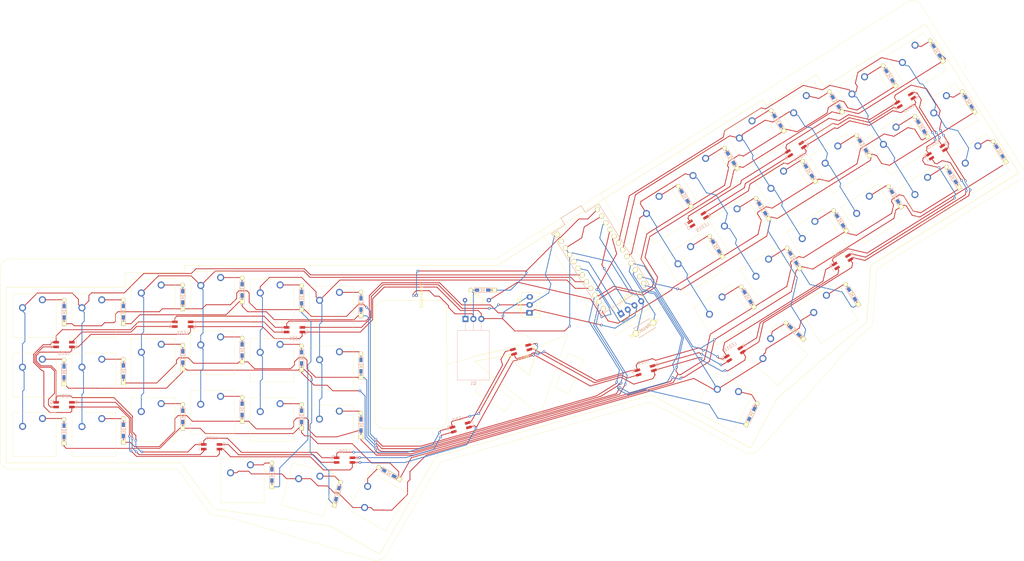
<source format=kicad_pcb>
(kicad_pcb (version 20171130) (host pcbnew "(5.1.5)-3")
  (layers (0 F.Cu signal) (31 B.Cu signal) (34 B.Paste user) (35 F.Paste user) (36 B.SilkS user) (37 F.SilkS user) (38 B.Mask user) (39 F.Mask user) (44 Edge.Cuts user))
  (net 0 "")
  (net 1 "Net-(D1-Pad2)")
  (net 2 ROW0)
  (net 3 "Net-(D2-Pad2)")
  (net 4 ROW2)
  (net 5 "Net-(D3-Pad2)")
  (net 6 ROW4)
  (net 7 "Net-(D4-Pad2)")
  (net 8 ROW1)
  (net 9 "Net-(D5-Pad2)")
  (net 10 ROW3)
  (net 11 "Net-(D6-Pad2)")
  (net 12 ROW5)
  (net 13 "Net-(D7-Pad2)")
  (net 14 "Net-(D8-Pad2)")
  (net 15 "Net-(D9-Pad2)")
  (net 16 "Net-(D10-Pad2)")
  (net 17 "Net-(D11-Pad2)")
  (net 18 "Net-(D12-Pad2)")
  (net 19 "Net-(D13-Pad2)")
  (net 20 "Net-(D14-Pad2)")
  (net 21 "Net-(D15-Pad2)")
  (net 22 "Net-(D16-Pad2)")
  (net 23 "Net-(D17-Pad2)")
  (net 24 "Net-(D18-Pad2)")
  (net 25 "Net-(D19-Pad2)")
  (net 26 "Net-(D20-Pad2)")
  (net 27 "Net-(D21-Pad2)")
  (net 28 "Net-(D22-Pad2)")
  (net 29 "Net-(D23-Pad2)")
  (net 30 "Net-(D24-Pad2)")
  (net 31 "Net-(D25-Pad2)")
  (net 32 "Net-(D26-Pad2)")
  (net 33 "Net-(D27-Pad2)")
  (net 34 "Net-(D28-Pad2)")
  (net 35 "Net-(D29-Pad2)")
  (net 36 "Net-(D30-Pad2)")
  (net 37 "Net-(D31-Pad2)")
  (net 38 "Net-(D32-Pad2)")
  (net 39 "Net-(D33-Pad2)")
  (net 40 "Net-(D34-Pad2)")
  (net 41 "Net-(D35-Pad2)")
  (net 42 "Net-(D36-Pad2)")
  (net 43 "Net-(D37-Pad2)")
  (net 44 "Net-(D38-Pad2)")
  (net 45 "Net-(D39-Pad2)")
  (net 46 "Net-(D40-Pad2)")
  (net 47 "Net-(D41-Pad2)")
  (net 48 "Net-(D42-Pad2)")
  (net 49 VCC)
  (net 50 "Net-(LED1-Pad2)")
  (net 51 GND)
  (net 52 LED)
  (net 53 "Net-(LED2-Pad2)")
  (net 54 "Net-(LED3-Pad2)")
  (net 55 "Net-(LED4-Pad2)")
  (net 56 "Net-(LED5-Pad2)")
  (net 57 "Net-(LED6-Pad2)")
  (net 58 "Net-(LED7-Pad2)")
  (net 59 "Net-(LED8-Pad2)")
  (net 60 "Net-(LED10-Pad4)")
  (net 61 "Net-(LED10-Pad2)")
  (net 62 "Net-(LED11-Pad2)")
  (net 63 "Net-(LED12-Pad2)")
  (net 64 "Net-(LED13-Pad2)")
  (net 65 "Net-(LED14-Pad2)")
  (net 66 "Net-(LED15-Pad2)")
  (net 67 COL0)
  (net 68 COL1)
  (net 69 COL2)
  (net 70 COL3)
  (net 71 COL4)
  (net 72 COL5)
  (net 73 COL6)
  (net 74 "Net-(ResetSW1-Pad1)")
  (net 75 SCK)
  (net 76 SDA)
  (net 77 "Net-(U1-Pad2)")
  (net 78 "Net-(Diode1-Pad2)")
  (net 79 "Net-(Q1-Pad1)")
  (net 80 SOL)
  (net 81 RAW)
  (module footprints:D3_TH_SMD (layer F.Cu) (at 40.760672 295.600834 90)
    (fp_text reference D10 hide)
    (fp_text value D_Small hide)
    (pad 2 smd rect (at 1.775 0 90) (size 1.3 0.95) (layers F.Cu F.Paste F.Mask) (net 16 "Net-(D10-Pad2)"))
    (pad 2 thru_hole circle (at 3.81 0 90) (size 1.397 1.397) (drill 0.8128) (layers *.Cu *.Mask F.SilkS) (net 16 "Net-(D10-Pad2)"))
    (pad 1 thru_hole rect (at -3.81 0 90) (size 1.397 1.397) (drill 0.8128) (layers *.Cu *.Mask F.SilkS) (net 8 ROW1))
    (pad 1 smd rect (at -1.775 0 90) (size 1.3 0.95) (layers B.Cu B.Paste B.Mask) (net 8 ROW1))
    (pad 2 smd rect (at 1.775 0 90) (size 1.3 0.95) (layers B.Cu B.Paste B.Mask) (net 16 "Net-(D10-Pad2)"))
    (pad 1 smd rect (at -1.775 0 90) (size 1.3 0.95) (layers F.Cu F.Paste F.Mask) (net 8 ROW1))
  )
  (module footprints:D3_TH_SMD (layer F.Cu) (at 78.76067 300.100838 90)
    (fp_text reference D16 hide)
    (fp_text value D_Small hide)
    (pad 2 smd rect (at 1.775 0 90) (size 1.3 0.95) (layers F.Cu F.Paste F.Mask) (net 22 "Net-(D16-Pad2)"))
    (pad 2 thru_hole circle (at 3.81 0 90) (size 1.397 1.397) (drill 0.8128) (layers *.Cu *.Mask F.SilkS) (net 22 "Net-(D16-Pad2)"))
    (pad 1 thru_hole rect (at -3.81 0 90) (size 1.397 1.397) (drill 0.8128) (layers *.Cu *.Mask F.SilkS) (net 8 ROW1))
    (pad 1 smd rect (at -1.775 0 90) (size 1.3 0.95) (layers B.Cu B.Paste B.Mask) (net 8 ROW1))
    (pad 2 smd rect (at 1.775 0 90) (size 1.3 0.95) (layers B.Cu B.Paste B.Mask) (net 22 "Net-(D16-Pad2)"))
    (pad 1 smd rect (at -1.775 0 90) (size 1.3 0.95) (layers F.Cu F.Paste F.Mask) (net 8 ROW1))
  )
  (module footprints:D3_TH_SMD (layer F.Cu) (at 59.760678 298.100848 90)
    (fp_text reference D13 hide)
    (fp_text value D_Small hide)
    (pad 2 smd rect (at 1.775 0 90) (size 1.3 0.95) (layers F.Cu F.Paste F.Mask) (net 19 "Net-(D13-Pad2)"))
    (pad 2 thru_hole circle (at 3.81 0 90) (size 1.397 1.397) (drill 0.8128) (layers *.Cu *.Mask F.SilkS) (net 19 "Net-(D13-Pad2)"))
    (pad 1 thru_hole rect (at -3.81 0 90) (size 1.397 1.397) (drill 0.8128) (layers *.Cu *.Mask F.SilkS) (net 2 ROW0))
    (pad 1 smd rect (at -1.775 0 90) (size 1.3 0.95) (layers B.Cu B.Paste B.Mask) (net 2 ROW0))
    (pad 2 smd rect (at 1.775 0 90) (size 1.3 0.95) (layers B.Cu B.Paste B.Mask) (net 19 "Net-(D13-Pad2)"))
    (pad 1 smd rect (at -1.775 0 90) (size 1.3 0.95) (layers F.Cu F.Paste F.Mask) (net 2 ROW0))
  )
  (module Connector:FanPinHeader_1x03_P2.54mm_Vertical (layer F.Cu) (at 132.677501 302.943095 89)
    (fp_text reference LEDS1 (at 2.5 -3.4 89) (layer F.SilkS))
    (fp_text value Connector_Generic_Conn_01x03)
    (pad 3 thru_hole oval (at 5.08 0 179) (size 2.03 1.73) (drill 1.02) (layers *.Cu *.Mask) (net 51 GND))
    (pad 2 thru_hole oval (at 2.54 0 179) (size 2.03 1.73) (drill 1.02) (layers *.Cu *.Mask) (net 52 LED))
    (pad 1 thru_hole rect (at 0 0 179) (size 2.03 1.73) (drill 1.02) (layers *.Cu *.Mask) (net 49 VCC))
  )
  (module Package_TO_SOT_THT:TO-220-3_Horizontal_TabDown (layer B.Cu) (at 112.190883 304.904186)
    (fp_text reference Q1 (at 2.54 20.58) (layer B.SilkS) (effects (justify mirror)))
    (fp_text value TIP120)
    (pad 3 thru_hole oval (at 5.08 0) (size 1.905 2) (drill 1.1) (layers *.Cu *.Mask) (net 51 GND))
    (pad 2 thru_hole oval (at 2.54 0) (size 1.905 2) (drill 1.1) (layers *.Cu *.Mask) (net 78 "Net-(Diode1-Pad2)"))
    (pad 1 thru_hole rect (at 0 0) (size 1.905 2) (drill 1.1) (layers *.Cu *.Mask) (net 79 "Net-(Q1-Pad1)"))
    (pad "" np_thru_hole oval (at 2.54 16.66) (size 3.5 3.5) (drill 3.5) (layers *.Cu *.Mask))
  )
  (module footprints:YS-SK6812MINI-E (layer F.Cu) (at 130.015758 314.694219 16)
    (fp_text reference LED8 (at 0 2.8 196) (layer F.SilkS))
    (fp_text value SK6812MINI-E)
    (fp_text user G (at -4 0.75 196) (layer F.SilkS))
    (fp_text user I (at -4 -0.75 196) (layer F.SilkS))
    (fp_text user O (at 4 0.75 197) (layer F.SilkS))
    (fp_text user V (at 4 -0.75 197) (layer F.SilkS))
    (pad 1 smd rect (at 2.5 -0.75 16) (size 1.8 0.82) (layers F.Cu F.Paste F.Mask) (net 49 VCC))
    (pad 2 smd rect (at 2.5 0.75 16) (size 1.8 0.82) (layers F.Cu F.Paste F.Mask) (net 59 "Net-(LED8-Pad2)"))
    (pad 3 smd rect (at -2.5 0.75 16) (size 1.8 0.82) (layers F.Cu F.Paste F.Mask) (net 51 GND))
    (pad 4 smd rect (at -2.5 -0.75 16) (size 1.8 0.82) (layers F.Cu F.Paste F.Mask) (net 58 "Net-(LED7-Pad2)"))
  )
  (module footprints:D3_TH_SMD (layer F.Cu) (at 117.690885 295.679184 180)
    (fp_text reference Diode1 hide)
    (fp_text value D_Small hide)
    (pad 2 smd rect (at 1.775 0 180) (size 1.3 0.95) (layers F.Cu F.Paste F.Mask) (net 78 "Net-(Diode1-Pad2)"))
    (pad 2 thru_hole circle (at 3.81 0 180) (size 1.397 1.397) (drill 0.8128) (layers *.Cu *.Mask F.SilkS) (net 78 "Net-(Diode1-Pad2)"))
    (pad 1 thru_hole rect (at -3.81 0 180) (size 1.397 1.397) (drill 0.8128) (layers *.Cu *.Mask F.SilkS) (net 81 RAW))
    (pad 1 smd rect (at -1.775 0 180) (size 1.3 0.95) (layers B.Cu B.Paste B.Mask) (net 81 RAW))
    (pad 2 smd rect (at 1.775 0 180) (size 1.3 0.95) (layers B.Cu B.Paste B.Mask) (net 78 "Net-(Diode1-Pad2)"))
    (pad 1 smd rect (at -1.775 0 180) (size 1.3 0.95) (layers F.Cu F.Paste F.Mask) (net 81 RAW))
  )
  (module footprints:INV-YS-SK6812MINI- (layer B.Cu) (at 186.569455 273.086106 212)
    (fp_text reference LED15 (at 0 -2.8 212) (layer B.SilkS) (effects (justify mirror)))
    (fp_text value SK6812MINI-E)
    (fp_text user G (at -4 -0.75 212) (layer B.SilkS) (effects (justify mirror)))
    (fp_text user I (at -4 0.75 212) (layer B.SilkS) (effects (justify mirror)))
    (fp_text user O (at 4 -0.75 212) (layer B.SilkS) (effects (justify mirror)))
    (fp_text user V (at 4 0.75 212) (layer B.SilkS) (effects (justify mirror)))
    (pad 1 smd rect (at 2.5 0.75 212) (size 1.8 0.82) (layers F.Cu F.Paste F.Mask) (net 49 VCC))
    (pad 2 smd rect (at 2.5 -0.75 212) (size 1.8 0.82) (layers F.Cu F.Paste F.Mask) (net 66 "Net-(LED15-Pad2)"))
    (pad 3 smd rect (at -2.5 -0.75 212) (size 1.8 0.82) (layers F.Cu F.Paste F.Mask) (net 51 GND))
    (pad 4 smd rect (at -2.5 0.75 212) (size 1.8 0.82) (layers F.Cu F.Paste F.Mask) (net 65 "Net-(LED14-Pad2)"))
  )
  (module footprints:INV-YS-SK6812MINI- (layer B.Cu) (at 217.894493 250.5641 212)
    (fp_text reference LED14 (at 0 -2.8 212) (layer B.SilkS) (effects (justify mirror)))
    (fp_text value SK6812MINI-E)
    (fp_text user G (at -4 -0.75 212) (layer B.SilkS) (effects (justify mirror)))
    (fp_text user I (at -4 0.75 212) (layer B.SilkS) (effects (justify mirror)))
    (fp_text user O (at 4 -0.75 212) (layer B.SilkS) (effects (justify mirror)))
    (fp_text user V (at 4 0.75 212) (layer B.SilkS) (effects (justify mirror)))
    (pad 1 smd rect (at 2.5 0.75 212) (size 1.8 0.82) (layers F.Cu F.Paste F.Mask) (net 49 VCC))
    (pad 2 smd rect (at 2.5 -0.75 212) (size 1.8 0.82) (layers F.Cu F.Paste F.Mask) (net 65 "Net-(LED14-Pad2)"))
    (pad 3 smd rect (at -2.5 -0.75 212) (size 1.8 0.82) (layers F.Cu F.Paste F.Mask) (net 51 GND))
    (pad 4 smd rect (at -2.5 0.75 212) (size 1.8 0.82) (layers F.Cu F.Paste F.Mask) (net 64 "Net-(LED13-Pad2)"))
  )
  (module footprints:INV-YS-SK6812MINI- (layer B.Cu) (at 252.902403 234.879425 212)
    (fp_text reference LED13 (at 0 -2.8 212) (layer B.SilkS) (effects (justify mirror)))
    (fp_text value SK6812MINI-E)
    (fp_text user G (at -4 -0.75 212) (layer B.SilkS) (effects (justify mirror)))
    (fp_text user I (at -4 0.75 212) (layer B.SilkS) (effects (justify mirror)))
    (fp_text user O (at 4 -0.75 212) (layer B.SilkS) (effects (justify mirror)))
    (fp_text user V (at 4 0.75 212) (layer B.SilkS) (effects (justify mirror)))
    (pad 1 smd rect (at 2.5 0.75 212) (size 1.8 0.82) (layers F.Cu F.Paste F.Mask) (net 49 VCC))
    (pad 2 smd rect (at 2.5 -0.75 212) (size 1.8 0.82) (layers F.Cu F.Paste F.Mask) (net 64 "Net-(LED13-Pad2)"))
    (pad 3 smd rect (at -2.5 -0.75 212) (size 1.8 0.82) (layers F.Cu F.Paste F.Mask) (net 51 GND))
    (pad 4 smd rect (at -2.5 0.75 212) (size 1.8 0.82) (layers F.Cu F.Paste F.Mask) (net 63 "Net-(LED12-Pad2)"))
  )
  (module footprints:INV-YS-SK6812MINI- (layer B.Cu) (at 263.020405 251.464102 32)
    (fp_text reference LED12 (at 0 -2.8 212) (layer B.SilkS) (effects (justify mirror)))
    (fp_text value SK6812MINI-E)
    (fp_text user G (at -4 -0.75 212) (layer B.SilkS) (effects (justify mirror)))
    (fp_text user I (at -4 0.75 212) (layer B.SilkS) (effects (justify mirror)))
    (fp_text user O (at 4 -0.75 212) (layer B.SilkS) (effects (justify mirror)))
    (fp_text user V (at 4 0.75 212) (layer B.SilkS) (effects (justify mirror)))
    (pad 1 smd rect (at 2.5 0.75 32) (size 1.8 0.82) (layers F.Cu F.Paste F.Mask) (net 49 VCC))
    (pad 2 smd rect (at 2.5 -0.75 32) (size 1.8 0.82) (layers F.Cu F.Paste F.Mask) (net 63 "Net-(LED12-Pad2)"))
    (pad 3 smd rect (at -2.5 -0.75 32) (size 1.8 0.82) (layers F.Cu F.Paste F.Mask) (net 51 GND))
    (pad 4 smd rect (at -2.5 0.75 32) (size 1.8 0.82) (layers F.Cu F.Paste F.Mask) (net 62 "Net-(LED11-Pad2)"))
  )
  (module footprints:INV-YS-SK6812MINI- (layer B.Cu) (at 232.825835 286.617748 32)
    (fp_text reference LED11 (at 0 -2.8 212) (layer B.SilkS) (effects (justify mirror)))
    (fp_text value SK6812MINI-E)
    (fp_text user G (at -4 -0.75 212) (layer B.SilkS) (effects (justify mirror)))
    (fp_text user I (at -4 0.75 212) (layer B.SilkS) (effects (justify mirror)))
    (fp_text user O (at 4 -0.75 212) (layer B.SilkS) (effects (justify mirror)))
    (fp_text user V (at 4 0.75 212) (layer B.SilkS) (effects (justify mirror)))
    (pad 1 smd rect (at 2.5 0.75 32) (size 1.8 0.82) (layers F.Cu F.Paste F.Mask) (net 49 VCC))
    (pad 2 smd rect (at 2.5 -0.75 32) (size 1.8 0.82) (layers F.Cu F.Paste F.Mask) (net 62 "Net-(LED11-Pad2)"))
    (pad 3 smd rect (at -2.5 -0.75 32) (size 1.8 0.82) (layers F.Cu F.Paste F.Mask) (net 51 GND))
    (pad 4 smd rect (at -2.5 0.75 32) (size 1.8 0.82) (layers F.Cu F.Paste F.Mask) (net 61 "Net-(LED10-Pad2)"))
  )
  (module footprints:INV-YS-SK6812MINI- (layer B.Cu) (at 198.363177 316.199289 32)
    (fp_text reference LED10 (at 0 -2.8 212) (layer B.SilkS) (effects (justify mirror)))
    (fp_text value SK6812MINI-E)
    (fp_text user G (at -4 -0.75 212) (layer B.SilkS) (effects (justify mirror)))
    (fp_text user I (at -4 0.75 212) (layer B.SilkS) (effects (justify mirror)))
    (fp_text user O (at 4 -0.75 212) (layer B.SilkS) (effects (justify mirror)))
    (fp_text user V (at 4 0.75 212) (layer B.SilkS) (effects (justify mirror)))
    (pad 1 smd rect (at 2.5 0.75 32) (size 1.8 0.82) (layers F.Cu F.Paste F.Mask) (net 49 VCC))
    (pad 2 smd rect (at 2.5 -0.75 32) (size 1.8 0.82) (layers F.Cu F.Paste F.Mask) (net 61 "Net-(LED10-Pad2)"))
    (pad 3 smd rect (at -2.5 -0.75 32) (size 1.8 0.82) (layers F.Cu F.Paste F.Mask) (net 51 GND))
    (pad 4 smd rect (at -2.5 0.75 32) (size 1.8 0.82) (layers F.Cu F.Paste F.Mask) (net 60 "Net-(LED10-Pad4)"))
  )
  (module footprints:INV-YS-SK6812MINI- (layer B.Cu) (at 169.831427 321.363763 16)
    (fp_text reference LED9 (at 0 -2.8 196) (layer B.SilkS) (effects (justify mirror)))
    (fp_text value SK6812MINI-E)
    (fp_text user G (at -4 -0.75 196) (layer B.SilkS) (effects (justify mirror)))
    (fp_text user I (at -4 0.75 196) (layer B.SilkS) (effects (justify mirror)))
    (fp_text user O (at 4 -0.75 196) (layer B.SilkS) (effects (justify mirror)))
    (fp_text user V (at 4 0.75 196) (layer B.SilkS) (effects (justify mirror)))
    (pad 1 smd rect (at 2.5 0.75 16) (size 1.8 0.82) (layers F.Cu F.Paste F.Mask) (net 49 VCC))
    (pad 2 smd rect (at 2.5 -0.75 16) (size 1.8 0.82) (layers F.Cu F.Paste F.Mask) (net 60 "Net-(LED10-Pad4)"))
    (pad 3 smd rect (at -2.5 -0.75 16) (size 1.8 0.82) (layers F.Cu F.Paste F.Mask) (net 51 GND))
    (pad 4 smd rect (at -2.5 0.75 16) (size 1.8 0.82) (layers F.Cu F.Paste F.Mask) (net 59 "Net-(LED8-Pad2)"))
  )
  (module footprints:INV-YS-SK6812MINI- (layer B.Cu) (at 110.666983 339.603261 16)
    (fp_text reference LED7 (at 0 -2.8 196) (layer B.SilkS) (effects (justify mirror)))
    (fp_text value SK6812MINI-E)
    (fp_text user G (at -4 -0.75 196) (layer B.SilkS) (effects (justify mirror)))
    (fp_text user I (at -4 0.75 196) (layer B.SilkS) (effects (justify mirror)))
    (fp_text user O (at 4 -0.75 196) (layer B.SilkS) (effects (justify mirror)))
    (fp_text user V (at 4 0.75 196) (layer B.SilkS) (effects (justify mirror)))
    (pad 1 smd rect (at 2.5 0.75 16) (size 1.8 0.82) (layers F.Cu F.Paste F.Mask) (net 49 VCC))
    (pad 2 smd rect (at 2.5 -0.75 16) (size 1.8 0.82) (layers F.Cu F.Paste F.Mask) (net 58 "Net-(LED7-Pad2)"))
    (pad 3 smd rect (at -2.5 -0.75 16) (size 1.8 0.82) (layers F.Cu F.Paste F.Mask) (net 51 GND))
    (pad 4 smd rect (at -2.5 0.75 16) (size 1.8 0.82) (layers F.Cu F.Paste F.Mask) (net 57 "Net-(LED6-Pad2)"))
  )
  (module footprints:INV-YS-SK6812MINI- (layer B.Cu) (at 73.507382 350.105479)
    (fp_text reference LED6 (at 0 -2.8) (layer B.SilkS) (effects (justify mirror)))
    (fp_text value SK6812MINI-E)
    (fp_text user G (at -4 -0.75) (layer B.SilkS) (effects (justify mirror)))
    (fp_text user I (at -4 0.75) (layer B.SilkS) (effects (justify mirror)))
    (fp_text user O (at 4 -0.75) (layer B.SilkS) (effects (justify mirror)))
    (fp_text user V (at 4 0.75) (layer B.SilkS) (effects (justify mirror)))
    (pad 1 smd rect (at 2.5 0.75) (size 1.8 0.82) (layers F.Cu F.Paste F.Mask) (net 49 VCC))
    (pad 2 smd rect (at 2.5 -0.75) (size 1.8 0.82) (layers F.Cu F.Paste F.Mask) (net 57 "Net-(LED6-Pad2)"))
    (pad 3 smd rect (at -2.5 -0.75) (size 1.8 0.82) (layers F.Cu F.Paste F.Mask) (net 51 GND))
    (pad 4 smd rect (at -2.5 0.75) (size 1.8 0.82) (layers F.Cu F.Paste F.Mask) (net 56 "Net-(LED5-Pad2)"))
  )
  (module footprints:INV-YS-SK6812MINI- (layer B.Cu) (at 30.981424 345.840352)
    (fp_text reference LED5 (at 0 -2.8) (layer B.SilkS) (effects (justify mirror)))
    (fp_text value SK6812MINI-E)
    (fp_text user G (at -4 -0.75) (layer B.SilkS) (effects (justify mirror)))
    (fp_text user I (at -4 0.75) (layer B.SilkS) (effects (justify mirror)))
    (fp_text user O (at 4 -0.75) (layer B.SilkS) (effects (justify mirror)))
    (fp_text user V (at 4 0.75) (layer B.SilkS) (effects (justify mirror)))
    (pad 1 smd rect (at 2.5 0.75) (size 1.8 0.82) (layers F.Cu F.Paste F.Mask) (net 49 VCC))
    (pad 2 smd rect (at 2.5 -0.75) (size 1.8 0.82) (layers F.Cu F.Paste F.Mask) (net 56 "Net-(LED5-Pad2)"))
    (pad 3 smd rect (at -2.5 -0.75) (size 1.8 0.82) (layers F.Cu F.Paste F.Mask) (net 51 GND))
    (pad 4 smd rect (at -2.5 0.75) (size 1.8 0.82) (layers F.Cu F.Paste F.Mask) (net 55 "Net-(LED4-Pad2)"))
  )
  (module footprints:INV-YS-SK6812MINI- (layer B.Cu) (at -16.242621 332.355481)
    (fp_text reference LED4 (at 0 -2.8) (layer B.SilkS) (effects (justify mirror)))
    (fp_text value SK6812MINI-E)
    (fp_text user G (at -4 -0.75) (layer B.SilkS) (effects (justify mirror)))
    (fp_text user I (at -4 0.75) (layer B.SilkS) (effects (justify mirror)))
    (fp_text user O (at 4 -0.75) (layer B.SilkS) (effects (justify mirror)))
    (fp_text user V (at 4 0.75) (layer B.SilkS) (effects (justify mirror)))
    (pad 1 smd rect (at 2.5 0.75) (size 1.8 0.82) (layers F.Cu F.Paste F.Mask) (net 49 VCC))
    (pad 2 smd rect (at 2.5 -0.75) (size 1.8 0.82) (layers F.Cu F.Paste F.Mask) (net 55 "Net-(LED4-Pad2)"))
    (pad 3 smd rect (at -2.5 -0.75) (size 1.8 0.82) (layers F.Cu F.Paste F.Mask) (net 51 GND))
    (pad 4 smd rect (at -2.5 0.75) (size 1.8 0.82) (layers F.Cu F.Paste F.Mask) (net 54 "Net-(LED3-Pad2)"))
  )
  (module footprints:INV-YS-SK6812MINI- (layer B.Cu) (at -16.242617 313.105477 180)
    (fp_text reference LED3 (at 0 -2.8) (layer B.SilkS) (effects (justify mirror)))
    (fp_text value SK6812MINI-E)
    (fp_text user G (at -4 -0.75) (layer B.SilkS) (effects (justify mirror)))
    (fp_text user I (at -4 0.75) (layer B.SilkS) (effects (justify mirror)))
    (fp_text user O (at 4 -0.75) (layer B.SilkS) (effects (justify mirror)))
    (fp_text user V (at 4 0.75) (layer B.SilkS) (effects (justify mirror)))
    (pad 1 smd rect (at 2.5 0.75 180) (size 1.8 0.82) (layers F.Cu F.Paste F.Mask) (net 49 VCC))
    (pad 2 smd rect (at 2.5 -0.75 180) (size 1.8 0.82) (layers F.Cu F.Paste F.Mask) (net 54 "Net-(LED3-Pad2)"))
    (pad 3 smd rect (at -2.5 -0.75 180) (size 1.8 0.82) (layers F.Cu F.Paste F.Mask) (net 51 GND))
    (pad 4 smd rect (at -2.5 0.75 180) (size 1.8 0.82) (layers F.Cu F.Paste F.Mask) (net 53 "Net-(LED2-Pad2)"))
  )
  (module footprints:INV-YS-SK6812MINI- (layer B.Cu) (at 21.75737 306.60547 180)
    (fp_text reference LED2 (at 0 -2.8) (layer B.SilkS) (effects (justify mirror)))
    (fp_text value SK6812MINI-E)
    (fp_text user G (at -4 -0.75) (layer B.SilkS) (effects (justify mirror)))
    (fp_text user I (at -4 0.75) (layer B.SilkS) (effects (justify mirror)))
    (fp_text user O (at 4 -0.75) (layer B.SilkS) (effects (justify mirror)))
    (fp_text user V (at 4 0.75) (layer B.SilkS) (effects (justify mirror)))
    (pad 1 smd rect (at 2.5 0.75 180) (size 1.8 0.82) (layers F.Cu F.Paste F.Mask) (net 49 VCC))
    (pad 2 smd rect (at 2.5 -0.75 180) (size 1.8 0.82) (layers F.Cu F.Paste F.Mask) (net 53 "Net-(LED2-Pad2)"))
    (pad 3 smd rect (at -2.5 -0.75 180) (size 1.8 0.82) (layers F.Cu F.Paste F.Mask) (net 51 GND))
    (pad 4 smd rect (at -2.5 0.75 180) (size 1.8 0.82) (layers F.Cu F.Paste F.Mask) (net 50 "Net-(LED1-Pad2)"))
  )
  (module footprints:INV-YS-SK6812MINI- (layer B.Cu) (at 57.507378 308.355483 180)
    (fp_text reference LED1 (at 0 -2.8) (layer B.SilkS) (effects (justify mirror)))
    (fp_text value SK6812MINI-E)
    (fp_text user G (at -4 -0.75) (layer B.SilkS) (effects (justify mirror)))
    (fp_text user I (at -4 0.75) (layer B.SilkS) (effects (justify mirror)))
    (fp_text user O (at 4 -0.75) (layer B.SilkS) (effects (justify mirror)))
    (fp_text user V (at 4 0.75) (layer B.SilkS) (effects (justify mirror)))
    (pad 1 smd rect (at 2.5 0.75 180) (size 1.8 0.82) (layers F.Cu F.Paste F.Mask) (net 49 VCC))
    (pad 2 smd rect (at 2.5 -0.75 180) (size 1.8 0.82) (layers F.Cu F.Paste F.Mask) (net 50 "Net-(LED1-Pad2)"))
    (pad 3 smd rect (at -2.5 -0.75 180) (size 1.8 0.82) (layers F.Cu F.Paste F.Mask) (net 51 GND))
    (pad 4 smd rect (at -2.5 0.75 180) (size 1.8 0.82) (layers F.Cu F.Paste F.Mask) (net 52 LED))
  )
  (module Connector_PinHeader_1.00mm:PinHeader_1x02_P1.00mm_Vertical (layer F.Cu) (at 96.526504 297.369605 270)
    (fp_text reference Solenoide1 (at 0 -1.56 90) (layer F.SilkS))
    (fp_text value Motor_DC)
    (pad 2 thru_hole oval (at 0 1 270) (size 0.85 0.85) (drill 0.5) (layers *.Cu *.Mask) (net 78 "Net-(Diode1-Pad2)"))
    (pad 1 thru_hole rect (at 0 0 270) (size 0.85 0.85) (drill 0.5) (layers *.Cu *.Mask) (net 81 RAW))
  )
  (module Resistor_THT:R_Axial_DIN0204_L3.6mm_D1.6mm_P7.62mm_Horizontal (layer F.Cu) (at 112.049713 298.900113)
    (fp_text reference R1 (at 3.81 -1.92) (layer F.SilkS))
    (fp_text value R_1kOhm)
    (pad 2 thru_hole oval (at 7.62 0) (size 1.4 1.4) (drill 0.7) (layers *.Cu *.Mask) (net 80 SOL))
    (pad 1 thru_hole circle (at 0 0) (size 1.4 1.4) (drill 0.7) (layers *.Cu *.Mask) (net 79 "Net-(Q1-Pad1)"))
  )
  (module Connector:FanPinHeader_1x04_P2.54mm_Vertical (layer F.Cu) (at 161.959689 303.256058 32)
    (fp_text reference OLED1 (at 4 -3.55 32) (layer F.SilkS))
    (fp_text value Connector_Generic_Conn_01x04)
    (pad 4 thru_hole oval (at 7.62 0 122) (size 2.03 1.73) (drill 1.02) (layers *.Cu *.Mask) (net 51 GND))
    (pad 3 thru_hole oval (at 5.08 0 122) (size 2.03 1.73) (drill 1.02) (layers *.Cu *.Mask) (net 49 VCC))
    (pad 2 thru_hole oval (at 2.54 0 122) (size 2.03 1.73) (drill 1.02) (layers *.Cu *.Mask) (net 75 SCK))
    (pad 1 thru_hole rect (at 0 0 122) (size 2.03 1.73) (drill 1.02) (layers *.Cu *.Mask) (net 76 SDA))
  )
  (module footprints:D3_TH_SMD (layer F.Cu) (at -16.239333 321.850842 90)
    (fp_text reference D2 hide)
    (fp_text value D_Small hide)
    (pad 1 smd rect (at -1.775 0 90) (size 1.3 0.95) (layers F.Cu F.Paste F.Mask) (net 4 ROW2))
    (pad 2 smd rect (at 1.775 0 90) (size 1.3 0.95) (layers B.Cu B.Paste B.Mask) (net 3 "Net-(D2-Pad2)"))
    (pad 1 smd rect (at -1.775 0 90) (size 1.3 0.95) (layers B.Cu B.Paste B.Mask) (net 4 ROW2))
    (pad 1 thru_hole rect (at -3.81 0 90) (size 1.397 1.397) (drill 0.8128) (layers *.Cu *.Mask F.SilkS) (net 4 ROW2))
    (pad 2 thru_hole circle (at 3.81 0 90) (size 1.397 1.397) (drill 0.8128) (layers *.Cu *.Mask F.SilkS) (net 3 "Net-(D2-Pad2)"))
    (pad 2 smd rect (at 1.775 0 90) (size 1.3 0.95) (layers F.Cu F.Paste F.Mask) (net 3 "Net-(D2-Pad2)"))
  )
  (module promicro:ProMicro (layer F.Cu) (at 155.350735 285.704525 302)
    (fp_text reference U1 hide)
    (fp_text value ProMicro)
    (pad 24 thru_hole circle (at -13.97 -7.62 302) (size 1.6 1.6) (drill 1.1) (layers *.Cu *.Mask F.SilkS) (net 81 RAW))
    (pad 23 thru_hole circle (at -11.43 -7.62 302) (size 1.6 1.6) (drill 1.1) (layers *.Cu *.Mask F.SilkS) (net 51 GND))
    (pad 22 thru_hole circle (at -8.89 -7.62 302) (size 1.6 1.6) (drill 1.1) (layers *.Cu *.Mask F.SilkS) (net 74 "Net-(ResetSW1-Pad1)"))
    (pad 21 thru_hole circle (at -6.35 -7.62 302) (size 1.6 1.6) (drill 1.1) (layers *.Cu *.Mask F.SilkS) (net 49 VCC))
    (pad 20 thru_hole circle (at -3.81 -7.62 302) (size 1.6 1.6) (drill 1.1) (layers *.Cu *.Mask F.SilkS) (net 80 SOL))
    (pad 19 thru_hole circle (at -1.27 -7.62 302) (size 1.6 1.6) (drill 1.1) (layers *.Cu *.Mask F.SilkS) (net 72 COL5))
    (pad 18 thru_hole circle (at 1.27 -7.62 302) (size 1.6 1.6) (drill 1.1) (layers *.Cu *.Mask F.SilkS) (net 71 COL4))
    (pad 17 thru_hole circle (at 3.81 -7.62 302) (size 1.6 1.6) (drill 1.1) (layers *.Cu *.Mask F.SilkS) (net 70 COL3))
    (pad 16 thru_hole circle (at 6.35 -7.62 302) (size 1.6 1.6) (drill 1.1) (layers *.Cu *.Mask F.SilkS) (net 10 ROW3))
    (pad 15 thru_hole circle (at 8.89 -7.62 302) (size 1.6 1.6) (drill 1.1) (layers *.Cu *.Mask F.SilkS) (net 6 ROW4))
    (pad 14 thru_hole circle (at 11.43 -7.62 302) (size 1.6 1.6) (drill 1.1) (layers *.Cu *.Mask F.SilkS) (net 12 ROW5))
    (pad 13 thru_hole circle (at 13.97 -7.62 302) (size 1.6 1.6) (drill 1.1) (layers *.Cu *.Mask F.SilkS) (net 73 COL6))
    (pad 12 thru_hole circle (at 13.97 7.62 302) (size 1.6 1.6) (drill 1.1) (layers *.Cu *.Mask F.SilkS) (net 4 ROW2))
    (pad 11 thru_hole circle (at 11.43 7.62 302) (size 1.6 1.6) (drill 1.1) (layers *.Cu *.Mask F.SilkS) (net 8 ROW1))
    (pad 10 thru_hole circle (at 8.89 7.62 302) (size 1.6 1.6) (drill 1.1) (layers *.Cu *.Mask F.SilkS) (net 2 ROW0))
    (pad 9 thru_hole circle (at 6.35 7.62 302) (size 1.6 1.6) (drill 1.1) (layers *.Cu *.Mask F.SilkS) (net 69 COL2))
    (pad 8 thru_hole circle (at 3.81 7.62 302) (size 1.6 1.6) (drill 1.1) (layers *.Cu *.Mask F.SilkS) (net 68 COL1))
    (pad 7 thru_hole circle (at 1.27 7.62 302) (size 1.6 1.6) (drill 1.1) (layers *.Cu *.Mask F.SilkS) (net 67 COL0))
    (pad 6 thru_hole circle (at -1.27 7.62 302) (size 1.6 1.6) (drill 1.1) (layers *.Cu *.Mask F.SilkS) (net 75 SCK))
    (pad 5 thru_hole circle (at -3.81 7.62 302) (size 1.6 1.6) (drill 1.1) (layers *.Cu *.Mask F.SilkS) (net 76 SDA))
    (pad 4 thru_hole circle (at -6.35 7.62 302) (size 1.6 1.6) (drill 1.1) (layers *.Cu *.Mask F.SilkS) (net 51 GND))
    (pad 3 thru_hole circle (at -8.89 7.62 302) (size 1.6 1.6) (drill 1.1) (layers *.Cu *.Mask F.SilkS) (net 51 GND))
    (pad 2 thru_hole circle (at -11.43 7.62 302) (size 1.6 1.6) (drill 1.1) (layers *.Cu *.Mask F.SilkS) (net 77 "Net-(U1-Pad2)"))
    (pad 1 thru_hole rect (at -13.97 7.62 302) (size 1.6 1.6) (drill 1.1) (layers *.Cu *.Mask F.SilkS) (net 52 LED))
  )
  (module footprints:ResetSW (layer F.Cu) (at 169.473132 307.833306 32)
    (fp_text reference ResetSW1 hide)
    (fp_text value Device_Jumper (at 0 0 212) (layer F.SilkS))
    (fp_text user Reset (at 0.127 0 32) (layer B.SilkS) (effects (justify mirror)))
    (pad 1 thru_hole circle (at 3.25 0 32) (size 2 2) (drill 1.3) (layers *.Cu *.Mask F.SilkS) (net 74 "Net-(ResetSW1-Pad1)"))
    (pad 2 thru_hole circle (at -3.25 0 32) (size 2 2) (drill 1.3) (layers *.Cu *.Mask F.SilkS) (net 51 GND))
  )
  (module MX_Only:MXOnly-1U-NoLED (layer F.Cu) (at 228.195221 302.982345 32)
    (fp_text reference MX42)
    (fp_text value MX-NoLED)
    (pad 2 thru_hole circle (at 2.54 -5.08 32) (size 2.25 2.25) (drill 1.47) (layers *.Cu *.Mask) (net 48 "Net-(D42-Pad2)"))
    (pad "" np_thru_hole circle (at 0 0 32) (size 3.9878 3.9878) (drill 3.9878) (layers *.Cu *.Mask))
    (pad 1 thru_hole circle (at -3.81 -2.54 32) (size 2.25 2.25) (drill 1.47) (layers *.Cu *.Mask) (net 73 COL6))
    (pad "" np_thru_hole circle (at -5.08 0 80.0996) (size 1.75 1.75) (drill 1.75) (layers *.Cu *.Mask))
    (pad "" np_thru_hole circle (at 5.08 0 80.0996) (size 1.75 1.75) (drill 1.75) (layers *.Cu *.Mask))
  )
  (module MX_Only:MXOnly-1U-NoLED (layer F.Cu) (at 211.806387 316.524921 47)
    (fp_text reference MX41)
    (fp_text value MX-NoLED)
    (pad 2 thru_hole circle (at 2.54 -5.08 47) (size 2.25 2.25) (drill 1.47) (layers *.Cu *.Mask) (net 47 "Net-(D41-Pad2)"))
    (pad "" np_thru_hole circle (at 0 0 47) (size 3.9878 3.9878) (drill 3.9878) (layers *.Cu *.Mask))
    (pad 1 thru_hole circle (at -3.81 -2.54 47) (size 2.25 2.25) (drill 1.47) (layers *.Cu *.Mask) (net 73 COL6))
    (pad "" np_thru_hole circle (at -5.08 0 95.0996) (size 1.75 1.75) (drill 1.75) (layers *.Cu *.Mask))
    (pad "" np_thru_hole circle (at 5.08 0 95.0996) (size 1.75 1.75) (drill 1.75) (layers *.Cu *.Mask))
  )
  (module MX_Only:MXOnly-1U-NoLED (layer F.Cu) (at 194.932465 331.461357 332)
    (fp_text reference MX40)
    (fp_text value MX-NoLED)
    (pad 2 thru_hole circle (at 2.54 -5.08 332) (size 2.25 2.25) (drill 1.47) (layers *.Cu *.Mask) (net 46 "Net-(D40-Pad2)"))
    (pad "" np_thru_hole circle (at 0 0 332) (size 3.9878 3.9878) (drill 3.9878) (layers *.Cu *.Mask))
    (pad 1 thru_hole circle (at -3.81 -2.54 332) (size 2.25 2.25) (drill 1.47) (layers *.Cu *.Mask) (net 73 COL6))
    (pad "" np_thru_hole circle (at -5.08 0 20.0996) (size 1.75 1.75) (drill 1.75) (layers *.Cu *.Mask))
    (pad "" np_thru_hole circle (at 5.08 0 20.0996) (size 1.75 1.75) (drill 1.75) (layers *.Cu *.Mask))
  )
  (module MX_Only:MXOnly-1U-NoLED (layer F.Cu) (at 84.035989 363.253567 60)
    (fp_text reference MX39)
    (fp_text value MX-NoLED)
    (pad 2 thru_hole circle (at 2.54 -5.08 60) (size 2.25 2.25) (drill 1.47) (layers *.Cu *.Mask) (net 45 "Net-(D39-Pad2)"))
    (pad "" np_thru_hole circle (at 0 0 60) (size 3.9878 3.9878) (drill 3.9878) (layers *.Cu *.Mask))
    (pad 1 thru_hole circle (at -3.81 -2.54 60) (size 2.25 2.25) (drill 1.47) (layers *.Cu *.Mask) (net 73 COL6))
    (pad "" np_thru_hole circle (at -5.08 0 108.0996) (size 1.75 1.75) (drill 1.75) (layers *.Cu *.Mask))
    (pad "" np_thru_hole circle (at 5.08 0 108.0996) (size 1.75 1.75) (drill 1.75) (layers *.Cu *.Mask))
  )
  (module MX_Only:MXOnly-1U-NoLED (layer F.Cu) (at 61.860995 359.503571 345)
    (fp_text reference MX38)
    (fp_text value MX-NoLED)
    (pad 2 thru_hole circle (at 2.54 -5.08 345) (size 2.25 2.25) (drill 1.47) (layers *.Cu *.Mask) (net 44 "Net-(D38-Pad2)"))
    (pad "" np_thru_hole circle (at 0 0 345) (size 3.9878 3.9878) (drill 3.9878) (layers *.Cu *.Mask))
    (pad 1 thru_hole circle (at -3.81 -2.54 345) (size 2.25 2.25) (drill 1.47) (layers *.Cu *.Mask) (net 73 COL6))
    (pad "" np_thru_hole circle (at -5.08 0 33.0996) (size 1.75 1.75) (drill 1.75) (layers *.Cu *.Mask))
    (pad "" np_thru_hole circle (at 5.08 0 33.0996) (size 1.75 1.75) (drill 1.75) (layers *.Cu *.Mask))
  )
  (module MX_Only:MXOnly-1U-NoLED (layer F.Cu) (at 40.860995 356.703581)
    (fp_text reference MX37)
    (fp_text value MX-NoLED)
    (pad 2 thru_hole circle (at 2.54 -5.08) (size 2.25 2.25) (drill 1.47) (layers *.Cu *.Mask) (net 43 "Net-(D37-Pad2)"))
    (pad "" np_thru_hole circle (at 0 0) (size 3.9878 3.9878) (drill 3.9878) (layers *.Cu *.Mask))
    (pad 1 thru_hole circle (at -3.81 -2.54) (size 2.25 2.25) (drill 1.47) (layers *.Cu *.Mask) (net 73 COL6))
    (pad "" np_thru_hole circle (at -5.08 0 48.0996) (size 1.75 1.75) (drill 1.75) (layers *.Cu *.Mask))
    (pad "" np_thru_hole circle (at 5.08 0 48.0996) (size 1.75 1.75) (drill 1.75) (layers *.Cu *.Mask))
  )
  (module MX_Only:MXOnly-1U-NoLED (layer F.Cu) (at 276.665467 255.154494 32)
    (fp_text reference MX36)
    (fp_text value MX-NoLED)
    (pad 2 thru_hole circle (at 2.54 -5.08 32) (size 2.25 2.25) (drill 1.47) (layers *.Cu *.Mask) (net 42 "Net-(D36-Pad2)"))
    (pad "" np_thru_hole circle (at 0 0 32) (size 3.9878 3.9878) (drill 3.9878) (layers *.Cu *.Mask))
    (pad 1 thru_hole circle (at -3.81 -2.54 32) (size 2.25 2.25) (drill 1.47) (layers *.Cu *.Mask) (net 72 COL5))
    (pad "" np_thru_hole circle (at -5.08 0 80.0996) (size 1.75 1.75) (drill 1.75) (layers *.Cu *.Mask))
    (pad "" np_thru_hole circle (at 5.08 0 80.0996) (size 1.75 1.75) (drill 1.75) (layers *.Cu *.Mask))
  )
  (module MX_Only:MXOnly-1U-NoLED (layer F.Cu) (at 266.593297 239.073379 32)
    (fp_text reference MX35)
    (fp_text value MX-NoLED)
    (pad 2 thru_hole circle (at 2.54 -5.08 32) (size 2.25 2.25) (drill 1.47) (layers *.Cu *.Mask) (net 41 "Net-(D35-Pad2)"))
    (pad "" np_thru_hole circle (at 0 0 32) (size 3.9878 3.9878) (drill 3.9878) (layers *.Cu *.Mask))
    (pad 1 thru_hole circle (at -3.81 -2.54 32) (size 2.25 2.25) (drill 1.47) (layers *.Cu *.Mask) (net 72 COL5))
    (pad "" np_thru_hole circle (at -5.08 0 80.0996) (size 1.75 1.75) (drill 1.75) (layers *.Cu *.Mask))
    (pad "" np_thru_hole circle (at 5.08 0 80.0996) (size 1.75 1.75) (drill 1.75) (layers *.Cu *.Mask))
  )
  (module MX_Only:MXOnly-1U-NoLED (layer F.Cu) (at 256.55399 222.912771 32)
    (fp_text reference MX34)
    (fp_text value MX-NoLED)
    (pad 2 thru_hole circle (at 2.54 -5.08 32) (size 2.25 2.25) (drill 1.47) (layers *.Cu *.Mask) (net 40 "Net-(D34-Pad2)"))
    (pad "" np_thru_hole circle (at 0 0 32) (size 3.9878 3.9878) (drill 3.9878) (layers *.Cu *.Mask))
    (pad 1 thru_hole circle (at -3.81 -2.54 32) (size 2.25 2.25) (drill 1.47) (layers *.Cu *.Mask) (net 72 COL5))
    (pad "" np_thru_hole circle (at -5.08 0 80.0996) (size 1.75 1.75) (drill 1.75) (layers *.Cu *.Mask))
    (pad "" np_thru_hole circle (at 5.08 0 80.0996) (size 1.75 1.75) (drill 1.75) (layers *.Cu *.Mask))
  )
  (module MX_Only:MXOnly-1U-NoLED (layer F.Cu) (at 260.556795 265.220302 32)
    (fp_text reference MX33)
    (fp_text value MX-NoLED)
    (pad 2 thru_hole circle (at 2.54 -5.08 32) (size 2.25 2.25) (drill 1.47) (layers *.Cu *.Mask) (net 39 "Net-(D33-Pad2)"))
    (pad "" np_thru_hole circle (at 0 0 32) (size 3.9878 3.9878) (drill 3.9878) (layers *.Cu *.Mask))
    (pad 1 thru_hole circle (at -3.81 -2.54 32) (size 2.25 2.25) (drill 1.47) (layers *.Cu *.Mask) (net 72 COL5))
    (pad "" np_thru_hole circle (at -5.08 0 80.0996) (size 1.75 1.75) (drill 1.75) (layers *.Cu *.Mask))
    (pad "" np_thru_hole circle (at 5.08 0 80.0996) (size 1.75 1.75) (drill 1.75) (layers *.Cu *.Mask))
  )
  (module MX_Only:MXOnly-1U-NoLED (layer F.Cu) (at 250.48039 249.141848 32)
    (fp_text reference MX32)
    (fp_text value MX-NoLED)
    (pad 2 thru_hole circle (at 2.54 -5.08 32) (size 2.25 2.25) (drill 1.47) (layers *.Cu *.Mask) (net 38 "Net-(D32-Pad2)"))
    (pad "" np_thru_hole circle (at 0 0 32) (size 3.9878 3.9878) (drill 3.9878) (layers *.Cu *.Mask))
    (pad 1 thru_hole circle (at -3.81 -2.54 32) (size 2.25 2.25) (drill 1.47) (layers *.Cu *.Mask) (net 72 COL5))
    (pad "" np_thru_hole circle (at -5.08 0 80.0996) (size 1.75 1.75) (drill 1.75) (layers *.Cu *.Mask))
    (pad "" np_thru_hole circle (at 5.08 0 80.0996) (size 1.75 1.75) (drill 1.75) (layers *.Cu *.Mask))
  )
  (module MX_Only:MXOnly-1U-NoLED (layer F.Cu) (at 240.40767 233.031573 32)
    (fp_text reference MX31)
    (fp_text value MX-NoLED)
    (pad 2 thru_hole circle (at 2.54 -5.08 32) (size 2.25 2.25) (drill 1.47) (layers *.Cu *.Mask) (net 37 "Net-(D31-Pad2)"))
    (pad "" np_thru_hole circle (at 0 0 32) (size 3.9878 3.9878) (drill 3.9878) (layers *.Cu *.Mask))
    (pad 1 thru_hole circle (at -3.81 -2.54 32) (size 2.25 2.25) (drill 1.47) (layers *.Cu *.Mask) (net 72 COL5))
    (pad "" np_thru_hole circle (at -5.08 0 80.0996) (size 1.75 1.75) (drill 1.75) (layers *.Cu *.Mask))
    (pad "" np_thru_hole circle (at 5.08 0 80.0996) (size 1.75 1.75) (drill 1.75) (layers *.Cu *.Mask))
  )
  (module MX_Only:MXOnly-1U-NoLED (layer F.Cu) (at 241.926772 271.260552 32)
    (fp_text reference MX30)
    (fp_text value MX-NoLED)
    (pad 2 thru_hole circle (at 2.54 -5.08 32) (size 2.25 2.25) (drill 1.47) (layers *.Cu *.Mask) (net 36 "Net-(D30-Pad2)"))
    (pad "" np_thru_hole circle (at 0 0 32) (size 3.9878 3.9878) (drill 3.9878) (layers *.Cu *.Mask))
    (pad 1 thru_hole circle (at -3.81 -2.54 32) (size 2.25 2.25) (drill 1.47) (layers *.Cu *.Mask) (net 71 COL4))
    (pad "" np_thru_hole circle (at -5.08 0 80.0996) (size 1.75 1.75) (drill 1.75) (layers *.Cu *.Mask))
    (pad "" np_thru_hole circle (at 5.08 0 80.0996) (size 1.75 1.75) (drill 1.75) (layers *.Cu *.Mask))
  )
  (module MX_Only:MXOnly-1U-NoLED (layer F.Cu) (at 231.850352 255.182073 32)
    (fp_text reference MX29)
    (fp_text value MX-NoLED)
    (pad 2 thru_hole circle (at 2.54 -5.08 32) (size 2.25 2.25) (drill 1.47) (layers *.Cu *.Mask) (net 35 "Net-(D29-Pad2)"))
    (pad "" np_thru_hole circle (at 0 0 32) (size 3.9878 3.9878) (drill 3.9878) (layers *.Cu *.Mask))
    (pad 1 thru_hole circle (at -3.81 -2.54 32) (size 2.25 2.25) (drill 1.47) (layers *.Cu *.Mask) (net 71 COL4))
    (pad "" np_thru_hole circle (at -5.08 0 80.0996) (size 1.75 1.75) (drill 1.75) (layers *.Cu *.Mask))
    (pad "" np_thru_hole circle (at 5.08 0 80.0996) (size 1.75 1.75) (drill 1.75) (layers *.Cu *.Mask))
  )
  (module MX_Only:MXOnly-1U-NoLED (layer F.Cu) (at 221.768635 239.04796 32)
    (fp_text reference MX28)
    (fp_text value MX-NoLED)
    (pad 2 thru_hole circle (at 2.54 -5.08 32) (size 2.25 2.25) (drill 1.47) (layers *.Cu *.Mask) (net 34 "Net-(D28-Pad2)"))
    (pad "" np_thru_hole circle (at 0 0 32) (size 3.9878 3.9878) (drill 3.9878) (layers *.Cu *.Mask))
    (pad 1 thru_hole circle (at -3.81 -2.54 32) (size 2.25 2.25) (drill 1.47) (layers *.Cu *.Mask) (net 71 COL4))
    (pad "" np_thru_hole circle (at -5.08 0 80.0996) (size 1.75 1.75) (drill 1.75) (layers *.Cu *.Mask))
    (pad "" np_thru_hole circle (at 5.08 0 80.0996) (size 1.75 1.75) (drill 1.75) (layers *.Cu *.Mask))
  )
  (module MX_Only:MXOnly-1U-NoLED (layer F.Cu) (at 224.516602 279.309592 32)
    (fp_text reference MX27)
    (fp_text value MX-NoLED)
    (pad 2 thru_hole circle (at 2.54 -5.08 32) (size 2.25 2.25) (drill 1.47) (layers *.Cu *.Mask) (net 33 "Net-(D27-Pad2)"))
    (pad "" np_thru_hole circle (at 0 0 32) (size 3.9878 3.9878) (drill 3.9878) (layers *.Cu *.Mask))
    (pad 1 thru_hole circle (at -3.81 -2.54 32) (size 2.25 2.25) (drill 1.47) (layers *.Cu *.Mask) (net 71 COL4))
    (pad "" np_thru_hole circle (at -5.08 0 80.0996) (size 1.75 1.75) (drill 1.75) (layers *.Cu *.Mask))
    (pad "" np_thru_hole circle (at 5.08 0 80.0996) (size 1.75 1.75) (drill 1.75) (layers *.Cu *.Mask))
  )
  (module MX_Only:MXOnly-1U-NoLED (layer F.Cu) (at 214.495833 263.225833 32)
    (fp_text reference MX26)
    (fp_text value MX-NoLED)
    (pad 2 thru_hole circle (at 2.54 -5.08 32) (size 2.25 2.25) (drill 1.47) (layers *.Cu *.Mask) (net 32 "Net-(D26-Pad2)"))
    (pad "" np_thru_hole circle (at 0 0 32) (size 3.9878 3.9878) (drill 3.9878) (layers *.Cu *.Mask))
    (pad 1 thru_hole circle (at -3.81 -2.54 32) (size 2.25 2.25) (drill 1.47) (layers *.Cu *.Mask) (net 71 COL4))
    (pad "" np_thru_hole circle (at -5.08 0 80.0996) (size 1.75 1.75) (drill 1.75) (layers *.Cu *.Mask))
    (pad "" np_thru_hole circle (at 5.08 0 80.0996) (size 1.75 1.75) (drill 1.75) (layers *.Cu *.Mask))
  )
  (module MX_Only:MXOnly-1U-NoLED (layer F.Cu) (at 204.406166 247.126166 32)
    (fp_text reference MX25)
    (fp_text value MX-NoLED)
    (pad 2 thru_hole circle (at 2.54 -5.08 32) (size 2.25 2.25) (drill 1.47) (layers *.Cu *.Mask) (net 31 "Net-(D25-Pad2)"))
    (pad "" np_thru_hole circle (at 0 0 32) (size 3.9878 3.9878) (drill 3.9878) (layers *.Cu *.Mask))
    (pad 1 thru_hole circle (at -3.81 -2.54 32) (size 2.25 2.25) (drill 1.47) (layers *.Cu *.Mask) (net 71 COL4))
    (pad "" np_thru_hole circle (at -5.08 0 80.0996) (size 1.75 1.75) (drill 1.75) (layers *.Cu *.Mask))
    (pad "" np_thru_hole circle (at 5.08 0 80.0996) (size 1.75 1.75) (drill 1.75) (layers *.Cu *.Mask))
  )
  (module MX_Only:MXOnly-1U-NoLED (layer F.Cu) (at 209.700944 291.397472 32)
    (fp_text reference MX24)
    (fp_text value MX-NoLED)
    (pad 2 thru_hole circle (at 2.54 -5.08 32) (size 2.25 2.25) (drill 1.47) (layers *.Cu *.Mask) (net 30 "Net-(D24-Pad2)"))
    (pad "" np_thru_hole circle (at 0 0 32) (size 3.9878 3.9878) (drill 3.9878) (layers *.Cu *.Mask))
    (pad 1 thru_hole circle (at -3.81 -2.54 32) (size 2.25 2.25) (drill 1.47) (layers *.Cu *.Mask) (net 70 COL3))
    (pad "" np_thru_hole circle (at -5.08 0 80.0996) (size 1.75 1.75) (drill 1.75) (layers *.Cu *.Mask))
    (pad "" np_thru_hole circle (at 5.08 0 80.0996) (size 1.75 1.75) (drill 1.75) (layers *.Cu *.Mask))
  )
  (module MX_Only:MXOnly-1U-NoLED (layer F.Cu) (at 199.611278 275.297801 32)
    (fp_text reference MX23)
    (fp_text value MX-NoLED)
    (pad 2 thru_hole circle (at 2.54 -5.08 32) (size 2.25 2.25) (drill 1.47) (layers *.Cu *.Mask) (net 29 "Net-(D23-Pad2)"))
    (pad "" np_thru_hole circle (at 0 0 32) (size 3.9878 3.9878) (drill 3.9878) (layers *.Cu *.Mask))
    (pad 1 thru_hole circle (at -3.81 -2.54 32) (size 2.25 2.25) (drill 1.47) (layers *.Cu *.Mask) (net 70 COL3))
    (pad "" np_thru_hole circle (at -5.08 0 80.0996) (size 1.75 1.75) (drill 1.75) (layers *.Cu *.Mask))
    (pad "" np_thru_hole circle (at 5.08 0 80.0996) (size 1.75 1.75) (drill 1.75) (layers *.Cu *.Mask))
  )
  (module MX_Only:MXOnly-1U-NoLED (layer F.Cu) (at 189.56773 259.139838 32)
    (fp_text reference MX22)
    (fp_text value MX-NoLED)
    (pad 2 thru_hole circle (at 2.54 -5.08 32) (size 2.25 2.25) (drill 1.47) (layers *.Cu *.Mask) (net 28 "Net-(D22-Pad2)"))
    (pad "" np_thru_hole circle (at 0 0 32) (size 3.9878 3.9878) (drill 3.9878) (layers *.Cu *.Mask))
    (pad 1 thru_hole circle (at -3.81 -2.54 32) (size 2.25 2.25) (drill 1.47) (layers *.Cu *.Mask) (net 70 COL3))
    (pad "" np_thru_hole circle (at -5.08 0 80.0996) (size 1.75 1.75) (drill 1.75) (layers *.Cu *.Mask))
    (pad "" np_thru_hole circle (at 5.08 0 80.0996) (size 1.75 1.75) (drill 1.75) (layers *.Cu *.Mask))
  )
  (module MX_Only:MXOnly-1U-NoLED (layer F.Cu) (at 194.817431 303.527751 32)
    (fp_text reference MX21)
    (fp_text value MX-NoLED)
    (pad 2 thru_hole circle (at 2.54 -5.08 32) (size 2.25 2.25) (drill 1.47) (layers *.Cu *.Mask) (net 27 "Net-(D21-Pad2)"))
    (pad "" np_thru_hole circle (at 0 0 32) (size 3.9878 3.9878) (drill 3.9878) (layers *.Cu *.Mask))
    (pad 1 thru_hole circle (at -3.81 -2.54 32) (size 2.25 2.25) (drill 1.47) (layers *.Cu *.Mask) (net 70 COL3))
    (pad "" np_thru_hole circle (at -5.08 0 80.0996) (size 1.75 1.75) (drill 1.75) (layers *.Cu *.Mask))
    (pad "" np_thru_hole circle (at 5.08 0 80.0996) (size 1.75 1.75) (drill 1.75) (layers *.Cu *.Mask))
  )
  (module MX_Only:MXOnly-1U-NoLED (layer F.Cu) (at 184.76592 287.404243 32)
    (fp_text reference MX20)
    (fp_text value MX-NoLED)
    (pad 2 thru_hole circle (at 2.54 -5.08 32) (size 2.25 2.25) (drill 1.47) (layers *.Cu *.Mask) (net 26 "Net-(D20-Pad2)"))
    (pad "" np_thru_hole circle (at 0 0 32) (size 3.9878 3.9878) (drill 3.9878) (layers *.Cu *.Mask))
    (pad 1 thru_hole circle (at -3.81 -2.54 32) (size 2.25 2.25) (drill 1.47) (layers *.Cu *.Mask) (net 70 COL3))
    (pad "" np_thru_hole circle (at -5.08 0 80.0996) (size 1.75 1.75) (drill 1.75) (layers *.Cu *.Mask))
    (pad "" np_thru_hole circle (at 5.08 0 80.0996) (size 1.75 1.75) (drill 1.75) (layers *.Cu *.Mask))
  )
  (module MX_Only:MXOnly-1U-NoLED (layer F.Cu) (at 174.676255 271.304576 32)
    (fp_text reference MX19)
    (fp_text value MX-NoLED)
    (pad 2 thru_hole circle (at 2.54 -5.08 32) (size 2.25 2.25) (drill 1.47) (layers *.Cu *.Mask) (net 25 "Net-(D19-Pad2)"))
    (pad "" np_thru_hole circle (at 0 0 32) (size 3.9878 3.9878) (drill 3.9878) (layers *.Cu *.Mask))
    (pad 1 thru_hole circle (at -3.81 -2.54 32) (size 2.25 2.25) (drill 1.47) (layers *.Cu *.Mask) (net 70 COL3))
    (pad "" np_thru_hole circle (at -5.08 0 80.0996) (size 1.75 1.75) (drill 1.75) (layers *.Cu *.Mask))
    (pad "" np_thru_hole circle (at 5.08 0 80.0996) (size 1.75 1.75) (drill 1.75) (layers *.Cu *.Mask))
  )
  (module MX_Only:MXOnly-1U-NoLED (layer F.Cu) (at 69.310994 339.50357)
    (fp_text reference MX18)
    (fp_text value MX-NoLED)
    (pad 2 thru_hole circle (at 2.54 -5.08) (size 2.25 2.25) (drill 1.47) (layers *.Cu *.Mask) (net 24 "Net-(D18-Pad2)"))
    (pad "" np_thru_hole circle (at 0 0) (size 3.9878 3.9878) (drill 3.9878) (layers *.Cu *.Mask))
    (pad 1 thru_hole circle (at -3.81 -2.54) (size 2.25 2.25) (drill 1.47) (layers *.Cu *.Mask) (net 69 COL2))
    (pad "" np_thru_hole circle (at -5.08 0 48.0996) (size 1.75 1.75) (drill 1.75) (layers *.Cu *.Mask))
    (pad "" np_thru_hole circle (at 5.08 0 48.0996) (size 1.75 1.75) (drill 1.75) (layers *.Cu *.Mask))
  )
  (module MX_Only:MXOnly-1U-NoLED (layer F.Cu) (at 69.340979 320.503567)
    (fp_text reference MX17)
    (fp_text value MX-NoLED)
    (pad 2 thru_hole circle (at 2.54 -5.08) (size 2.25 2.25) (drill 1.47) (layers *.Cu *.Mask) (net 23 "Net-(D17-Pad2)"))
    (pad "" np_thru_hole circle (at 0 0) (size 3.9878 3.9878) (drill 3.9878) (layers *.Cu *.Mask))
    (pad 1 thru_hole circle (at -3.81 -2.54) (size 2.25 2.25) (drill 1.47) (layers *.Cu *.Mask) (net 69 COL2))
    (pad "" np_thru_hole circle (at -5.08 0 48.0996) (size 1.75 1.75) (drill 1.75) (layers *.Cu *.Mask))
    (pad "" np_thru_hole circle (at 5.08 0 48.0996) (size 1.75 1.75) (drill 1.75) (layers *.Cu *.Mask))
  )
  (module MX_Only:MXOnly-1U-NoLED (layer F.Cu) (at 69.340994 301.47858)
    (fp_text reference MX16)
    (fp_text value MX-NoLED)
    (pad 2 thru_hole circle (at 2.54 -5.08) (size 2.25 2.25) (drill 1.47) (layers *.Cu *.Mask) (net 22 "Net-(D16-Pad2)"))
    (pad "" np_thru_hole circle (at 0 0) (size 3.9878 3.9878) (drill 3.9878) (layers *.Cu *.Mask))
    (pad 1 thru_hole circle (at -3.81 -2.54) (size 2.25 2.25) (drill 1.47) (layers *.Cu *.Mask) (net 69 COL2))
    (pad "" np_thru_hole circle (at -5.08 0 48.0996) (size 1.75 1.75) (drill 1.75) (layers *.Cu *.Mask))
    (pad "" np_thru_hole circle (at 5.08 0 48.0996) (size 1.75 1.75) (drill 1.75) (layers *.Cu *.Mask))
  )
  (module MX_Only:MXOnly-1U-NoLED (layer F.Cu) (at 50.360986 337.128577)
    (fp_text reference MX15)
    (fp_text value MX-NoLED)
    (pad 2 thru_hole circle (at 2.54 -5.08) (size 2.25 2.25) (drill 1.47) (layers *.Cu *.Mask) (net 21 "Net-(D15-Pad2)"))
    (pad "" np_thru_hole circle (at 0 0) (size 3.9878 3.9878) (drill 3.9878) (layers *.Cu *.Mask))
    (pad 1 thru_hole circle (at -3.81 -2.54) (size 2.25 2.25) (drill 1.47) (layers *.Cu *.Mask) (net 69 COL2))
    (pad "" np_thru_hole circle (at -5.08 0 48.0996) (size 1.75 1.75) (drill 1.75) (layers *.Cu *.Mask))
    (pad "" np_thru_hole circle (at 5.08 0 48.0996) (size 1.75 1.75) (drill 1.75) (layers *.Cu *.Mask))
  )
  (module MX_Only:MXOnly-1U-NoLED (layer F.Cu) (at 50.340976 318.128573)
    (fp_text reference MX14)
    (fp_text value MX-NoLED)
    (pad 2 thru_hole circle (at 2.54 -5.08) (size 2.25 2.25) (drill 1.47) (layers *.Cu *.Mask) (net 20 "Net-(D14-Pad2)"))
    (pad "" np_thru_hole circle (at 0 0) (size 3.9878 3.9878) (drill 3.9878) (layers *.Cu *.Mask))
    (pad 1 thru_hole circle (at -3.81 -2.54) (size 2.25 2.25) (drill 1.47) (layers *.Cu *.Mask) (net 69 COL2))
    (pad "" np_thru_hole circle (at -5.08 0 48.0996) (size 1.75 1.75) (drill 1.75) (layers *.Cu *.Mask))
    (pad "" np_thru_hole circle (at 5.08 0 48.0996) (size 1.75 1.75) (drill 1.75) (layers *.Cu *.Mask))
  )
  (module MX_Only:MXOnly-1U-NoLED (layer F.Cu) (at 50.360986 299.103585)
    (fp_text reference MX13)
    (fp_text value MX-NoLED)
    (pad 2 thru_hole circle (at 2.54 -5.08) (size 2.25 2.25) (drill 1.47) (layers *.Cu *.Mask) (net 19 "Net-(D13-Pad2)"))
    (pad "" np_thru_hole circle (at 0 0) (size 3.9878 3.9878) (drill 3.9878) (layers *.Cu *.Mask))
    (pad 1 thru_hole circle (at -3.81 -2.54) (size 2.25 2.25) (drill 1.47) (layers *.Cu *.Mask) (net 69 COL2))
    (pad "" np_thru_hole circle (at -5.08 0 48.0996) (size 1.75 1.75) (drill 1.75) (layers *.Cu *.Mask))
    (pad "" np_thru_hole circle (at 5.08 0 48.0996) (size 1.75 1.75) (drill 1.75) (layers *.Cu *.Mask))
  )
  (module MX_Only:MXOnly-1U-NoLED (layer F.Cu) (at 31.310991 334.778581)
    (fp_text reference MX12)
    (fp_text value MX-NoLED)
    (pad 2 thru_hole circle (at 2.54 -5.08) (size 2.25 2.25) (drill 1.47) (layers *.Cu *.Mask) (net 18 "Net-(D12-Pad2)"))
    (pad "" np_thru_hole circle (at 0 0) (size 3.9878 3.9878) (drill 3.9878) (layers *.Cu *.Mask))
    (pad 1 thru_hole circle (at -3.81 -2.54) (size 2.25 2.25) (drill 1.47) (layers *.Cu *.Mask) (net 68 COL1))
    (pad "" np_thru_hole circle (at -5.08 0 48.0996) (size 1.75 1.75) (drill 1.75) (layers *.Cu *.Mask))
    (pad "" np_thru_hole circle (at 5.08 0 48.0996) (size 1.75 1.75) (drill 1.75) (layers *.Cu *.Mask))
  )
  (module MX_Only:MXOnly-1U-NoLED (layer F.Cu) (at 31.31599 315.753571)
    (fp_text reference MX11)
    (fp_text value MX-NoLED)
    (pad 2 thru_hole circle (at 2.54 -5.08) (size 2.25 2.25) (drill 1.47) (layers *.Cu *.Mask) (net 17 "Net-(D11-Pad2)"))
    (pad "" np_thru_hole circle (at 0 0) (size 3.9878 3.9878) (drill 3.9878) (layers *.Cu *.Mask))
    (pad 1 thru_hole circle (at -3.81 -2.54) (size 2.25 2.25) (drill 1.47) (layers *.Cu *.Mask) (net 68 COL1))
    (pad "" np_thru_hole circle (at -5.08 0 48.0996) (size 1.75 1.75) (drill 1.75) (layers *.Cu *.Mask))
    (pad "" np_thru_hole circle (at 5.08 0 48.0996) (size 1.75 1.75) (drill 1.75) (layers *.Cu *.Mask))
  )
  (module MX_Only:MXOnly-1U-NoLED (layer F.Cu) (at 31.335993 296.728572)
    (fp_text reference MX10)
    (fp_text value MX-NoLED)
    (pad 2 thru_hole circle (at 2.54 -5.08) (size 2.25 2.25) (drill 1.47) (layers *.Cu *.Mask) (net 16 "Net-(D10-Pad2)"))
    (pad "" np_thru_hole circle (at 0 0) (size 3.9878 3.9878) (drill 3.9878) (layers *.Cu *.Mask))
    (pad 1 thru_hole circle (at -3.81 -2.54) (size 2.25 2.25) (drill 1.47) (layers *.Cu *.Mask) (net 68 COL1))
    (pad "" np_thru_hole circle (at -5.08 0 48.0996) (size 1.75 1.75) (drill 1.75) (layers *.Cu *.Mask))
    (pad "" np_thru_hole circle (at 5.08 0 48.0996) (size 1.75 1.75) (drill 1.75) (layers *.Cu *.Mask))
  )
  (module MX_Only:MXOnly-1U-NoLED (layer F.Cu) (at 12.310989 337.103578)
    (fp_text reference MX9)
    (fp_text value MX-NoLED)
    (pad 2 thru_hole circle (at 2.54 -5.08) (size 2.25 2.25) (drill 1.47) (layers *.Cu *.Mask) (net 15 "Net-(D9-Pad2)"))
    (pad "" np_thru_hole circle (at 0 0) (size 3.9878 3.9878) (drill 3.9878) (layers *.Cu *.Mask))
    (pad 1 thru_hole circle (at -3.81 -2.54) (size 2.25 2.25) (drill 1.47) (layers *.Cu *.Mask) (net 68 COL1))
    (pad "" np_thru_hole circle (at -5.08 0 48.0996) (size 1.75 1.75) (drill 1.75) (layers *.Cu *.Mask))
    (pad "" np_thru_hole circle (at 5.08 0 48.0996) (size 1.75 1.75) (drill 1.75) (layers *.Cu *.Mask))
  )
  (module MX_Only:MXOnly-1U-NoLED (layer F.Cu) (at 12.335991 318.10358)
    (fp_text reference MX8)
    (fp_text value MX-NoLED)
    (pad 2 thru_hole circle (at 2.54 -5.08) (size 2.25 2.25) (drill 1.47) (layers *.Cu *.Mask) (net 14 "Net-(D8-Pad2)"))
    (pad "" np_thru_hole circle (at 0 0) (size 3.9878 3.9878) (drill 3.9878) (layers *.Cu *.Mask))
    (pad 1 thru_hole circle (at -3.81 -2.54) (size 2.25 2.25) (drill 1.47) (layers *.Cu *.Mask) (net 68 COL1))
    (pad "" np_thru_hole circle (at -5.08 0 48.0996) (size 1.75 1.75) (drill 1.75) (layers *.Cu *.Mask))
    (pad "" np_thru_hole circle (at 5.08 0 48.0996) (size 1.75 1.75) (drill 1.75) (layers *.Cu *.Mask))
  )
  (module MX_Only:MXOnly-1U-NoLED (layer F.Cu) (at 12.310996 299.128585)
    (fp_text reference MX7)
    (fp_text value MX-NoLED)
    (pad 2 thru_hole circle (at 2.54 -5.08) (size 2.25 2.25) (drill 1.47) (layers *.Cu *.Mask) (net 13 "Net-(D7-Pad2)"))
    (pad "" np_thru_hole circle (at 0 0) (size 3.9878 3.9878) (drill 3.9878) (layers *.Cu *.Mask))
    (pad 1 thru_hole circle (at -3.81 -2.54) (size 2.25 2.25) (drill 1.47) (layers *.Cu *.Mask) (net 68 COL1))
    (pad "" np_thru_hole circle (at -5.08 0 48.0996) (size 1.75 1.75) (drill 1.75) (layers *.Cu *.Mask))
    (pad "" np_thru_hole circle (at 5.08 0 48.0996) (size 1.75 1.75) (drill 1.75) (layers *.Cu *.Mask))
  )
  (module MX_Only:MXOnly-1U-NoLED (layer F.Cu) (at -6.683994 341.903583)
    (fp_text reference MX6)
    (fp_text value MX-NoLED)
    (pad 2 thru_hole circle (at 2.54 -5.08) (size 2.25 2.25) (drill 1.47) (layers *.Cu *.Mask) (net 11 "Net-(D6-Pad2)"))
    (pad "" np_thru_hole circle (at 0 0) (size 3.9878 3.9878) (drill 3.9878) (layers *.Cu *.Mask))
    (pad 1 thru_hole circle (at -3.81 -2.54) (size 2.25 2.25) (drill 1.47) (layers *.Cu *.Mask) (net 67 COL0))
    (pad "" np_thru_hole circle (at -5.08 0 48.0996) (size 1.75 1.75) (drill 1.75) (layers *.Cu *.Mask))
    (pad "" np_thru_hole circle (at 5.08 0 48.0996) (size 1.75 1.75) (drill 1.75) (layers *.Cu *.Mask))
  )
  (module MX_Only:MXOnly-1U-NoLED (layer F.Cu) (at -6.684002 322.878579)
    (fp_text reference MX5)
    (fp_text value MX-NoLED)
    (pad 2 thru_hole circle (at 2.54 -5.08) (size 2.25 2.25) (drill 1.47) (layers *.Cu *.Mask) (net 9 "Net-(D5-Pad2)"))
    (pad "" np_thru_hole circle (at 0 0) (size 3.9878 3.9878) (drill 3.9878) (layers *.Cu *.Mask))
    (pad 1 thru_hole circle (at -3.81 -2.54) (size 2.25 2.25) (drill 1.47) (layers *.Cu *.Mask) (net 67 COL0))
    (pad "" np_thru_hole circle (at -5.08 0 48.0996) (size 1.75 1.75) (drill 1.75) (layers *.Cu *.Mask))
    (pad "" np_thru_hole circle (at 5.08 0 48.0996) (size 1.75 1.75) (drill 1.75) (layers *.Cu *.Mask))
  )
  (module MX_Only:MXOnly-1U-NoLED (layer F.Cu) (at -6.689014 303.878577)
    (fp_text reference MX4)
    (fp_text value MX-NoLED)
    (pad 2 thru_hole circle (at 2.54 -5.08) (size 2.25 2.25) (drill 1.47) (layers *.Cu *.Mask) (net 7 "Net-(D4-Pad2)"))
    (pad "" np_thru_hole circle (at 0 0) (size 3.9878 3.9878) (drill 3.9878) (layers *.Cu *.Mask))
    (pad 1 thru_hole circle (at -3.81 -2.54) (size 2.25 2.25) (drill 1.47) (layers *.Cu *.Mask) (net 67 COL0))
    (pad "" np_thru_hole circle (at -5.08 0 48.0996) (size 1.75 1.75) (drill 1.75) (layers *.Cu *.Mask))
    (pad "" np_thru_hole circle (at 5.08 0 48.0996) (size 1.75 1.75) (drill 1.75) (layers *.Cu *.Mask))
  )
  (module MX_Only:MXOnly-1U-NoLED (layer F.Cu) (at -25.664004 341.853586)
    (fp_text reference MX3)
    (fp_text value MX-NoLED)
    (pad 2 thru_hole circle (at 2.54 -5.08) (size 2.25 2.25) (drill 1.47) (layers *.Cu *.Mask) (net 5 "Net-(D3-Pad2)"))
    (pad "" np_thru_hole circle (at 0 0) (size 3.9878 3.9878) (drill 3.9878) (layers *.Cu *.Mask))
    (pad 1 thru_hole circle (at -3.81 -2.54) (size 2.25 2.25) (drill 1.47) (layers *.Cu *.Mask) (net 67 COL0))
    (pad "" np_thru_hole circle (at -5.08 0 48.0996) (size 1.75 1.75) (drill 1.75) (layers *.Cu *.Mask))
    (pad "" np_thru_hole circle (at 5.08 0 48.0996) (size 1.75 1.75) (drill 1.75) (layers *.Cu *.Mask))
  )
  (module MX_Only:MXOnly-1U-NoLED (layer F.Cu) (at -25.714019 322.878574)
    (fp_text reference MX2)
    (fp_text value MX-NoLED)
    (pad 2 thru_hole circle (at 2.54 -5.08) (size 2.25 2.25) (drill 1.47) (layers *.Cu *.Mask) (net 3 "Net-(D2-Pad2)"))
    (pad "" np_thru_hole circle (at 0 0) (size 3.9878 3.9878) (drill 3.9878) (layers *.Cu *.Mask))
    (pad 1 thru_hole circle (at -3.81 -2.54) (size 2.25 2.25) (drill 1.47) (layers *.Cu *.Mask) (net 67 COL0))
    (pad "" np_thru_hole circle (at -5.08 0 48.0996) (size 1.75 1.75) (drill 1.75) (layers *.Cu *.Mask))
    (pad "" np_thru_hole circle (at 5.08 0 48.0996) (size 1.75 1.75) (drill 1.75) (layers *.Cu *.Mask))
  )
  (module MX_Only:MXOnly-1U-NoLED (layer F.Cu) (at -25.689023 303.853578)
    (fp_text reference MX1)
    (fp_text value MX-NoLED)
    (pad 2 thru_hole circle (at 2.54 -5.08) (size 2.25 2.25) (drill 1.47) (layers *.Cu *.Mask) (net 1 "Net-(D1-Pad2)"))
    (pad "" np_thru_hole circle (at 0 0) (size 3.9878 3.9878) (drill 3.9878) (layers *.Cu *.Mask))
    (pad 1 thru_hole circle (at -3.81 -2.54) (size 2.25 2.25) (drill 1.47) (layers *.Cu *.Mask) (net 67 COL0))
    (pad "" np_thru_hole circle (at -5.08 0 48.0996) (size 1.75 1.75) (drill 1.75) (layers *.Cu *.Mask))
    (pad "" np_thru_hole circle (at 5.08 0 48.0996) (size 1.75 1.75) (drill 1.75) (layers *.Cu *.Mask))
  )
  (module footprints:D3_TH_SMD (layer F.Cu) (at 235.830006 297.027565 122)
    (fp_text reference D42 hide)
    (fp_text value D_Small hide)
    (pad 2 smd rect (at 1.775 0 122) (size 1.3 0.95) (layers F.Cu F.Paste F.Mask) (net 48 "Net-(D42-Pad2)"))
    (pad 2 thru_hole circle (at 3.81 0 122) (size 1.397 1.397) (drill 0.8128) (layers *.Cu *.Mask F.SilkS) (net 48 "Net-(D42-Pad2)"))
    (pad 1 thru_hole rect (at -3.81 0 122) (size 1.397 1.397) (drill 0.8128) (layers *.Cu *.Mask F.SilkS) (net 12 ROW5))
    (pad 1 smd rect (at -1.775 0 122) (size 1.3 0.95) (layers B.Cu B.Paste B.Mask) (net 12 ROW5))
    (pad 2 smd rect (at 1.775 0 122) (size 1.3 0.95) (layers B.Cu B.Paste B.Mask) (net 48 "Net-(D42-Pad2)"))
    (pad 1 smd rect (at -1.775 0 122) (size 1.3 0.95) (layers F.Cu F.Paste F.Mask) (net 12 ROW5))
  )
  (module footprints:D3_TH_SMD (layer F.Cu) (at 217.517455 308.765327 137)
    (fp_text reference D41 hide)
    (fp_text value D_Small hide)
    (pad 2 smd rect (at 1.775 0 137) (size 1.3 0.95) (layers F.Cu F.Paste F.Mask) (net 47 "Net-(D41-Pad2)"))
    (pad 2 thru_hole circle (at 3.81 0 137) (size 1.397 1.397) (drill 0.8128) (layers *.Cu *.Mask F.SilkS) (net 47 "Net-(D41-Pad2)"))
    (pad 1 thru_hole rect (at -3.81 0 137) (size 1.397 1.397) (drill 0.8128) (layers *.Cu *.Mask F.SilkS) (net 10 ROW3))
    (pad 1 smd rect (at -1.775 0 137) (size 1.3 0.95) (layers B.Cu B.Paste B.Mask) (net 10 ROW3))
    (pad 2 smd rect (at 1.775 0 137) (size 1.3 0.95) (layers B.Cu B.Paste B.Mask) (net 47 "Net-(D41-Pad2)"))
    (pad 1 smd rect (at -1.775 0 137) (size 1.3 0.95) (layers F.Cu F.Paste F.Mask) (net 10 ROW3))
  )
  (module footprints:D3_TH_SMD (layer F.Cu) (at 203.761463 335.343474 63)
    (fp_text reference D40 hide)
    (fp_text value D_Small hide)
    (pad 2 smd rect (at 1.775 0 63) (size 1.3 0.95) (layers F.Cu F.Paste F.Mask) (net 46 "Net-(D40-Pad2)"))
    (pad 2 thru_hole circle (at 3.81 0 63) (size 1.397 1.397) (drill 0.8128) (layers *.Cu *.Mask F.SilkS) (net 46 "Net-(D40-Pad2)"))
    (pad 1 thru_hole rect (at -3.81 0 63) (size 1.397 1.397) (drill 0.8128) (layers *.Cu *.Mask F.SilkS) (net 8 ROW1))
    (pad 1 smd rect (at -1.775 0 63) (size 1.3 0.95) (layers B.Cu B.Paste B.Mask) (net 8 ROW1))
    (pad 2 smd rect (at 1.775 0 63) (size 1.3 0.95) (layers B.Cu B.Paste B.Mask) (net 46 "Net-(D40-Pad2)"))
    (pad 1 smd rect (at -1.775 0 63) (size 1.3 0.95) (layers F.Cu F.Paste F.Mask) (net 8 ROW1))
  )
  (module footprints:D3_TH_SMD (layer F.Cu) (at 87.760666 354.35085 150)
    (fp_text reference D39 hide)
    (fp_text value D_Small hide)
    (pad 2 smd rect (at 1.775 0 150) (size 1.3 0.95) (layers F.Cu F.Paste F.Mask) (net 45 "Net-(D39-Pad2)"))
    (pad 2 thru_hole circle (at 3.81 0 150) (size 1.397 1.397) (drill 0.8128) (layers *.Cu *.Mask F.SilkS) (net 45 "Net-(D39-Pad2)"))
    (pad 1 thru_hole rect (at -3.81 0 150) (size 1.397 1.397) (drill 0.8128) (layers *.Cu *.Mask F.SilkS) (net 6 ROW4))
    (pad 1 smd rect (at -1.775 0 150) (size 1.3 0.95) (layers B.Cu B.Paste B.Mask) (net 6 ROW4))
    (pad 2 smd rect (at 1.775 0 150) (size 1.3 0.95) (layers B.Cu B.Paste B.Mask) (net 45 "Net-(D39-Pad2)"))
    (pad 1 smd rect (at -1.775 0 150) (size 1.3 0.95) (layers F.Cu F.Paste F.Mask) (net 6 ROW4))
  )
  (module footprints:D3_TH_SMD (layer F.Cu) (at 71.260672 360.850834 75)
    (fp_text reference D38 hide)
    (fp_text value D_Small hide)
    (pad 2 smd rect (at 1.775 0 75) (size 1.3 0.95) (layers F.Cu F.Paste F.Mask) (net 44 "Net-(D38-Pad2)"))
    (pad 2 thru_hole circle (at 3.81 0 75) (size 1.397 1.397) (drill 0.8128) (layers *.Cu *.Mask F.SilkS) (net 44 "Net-(D38-Pad2)"))
    (pad 1 thru_hole rect (at -3.81 0 75) (size 1.397 1.397) (drill 0.8128) (layers *.Cu *.Mask F.SilkS) (net 4 ROW2))
    (pad 1 smd rect (at -1.775 0 75) (size 1.3 0.95) (layers B.Cu B.Paste B.Mask) (net 4 ROW2))
    (pad 2 smd rect (at 1.775 0 75) (size 1.3 0.95) (layers B.Cu B.Paste B.Mask) (net 44 "Net-(D38-Pad2)"))
    (pad 1 smd rect (at -1.775 0 75) (size 1.3 0.95) (layers F.Cu F.Paste F.Mask) (net 4 ROW2))
  )
  (module footprints:D3_TH_SMD (layer F.Cu) (at 50.26067 354.85084 90)
    (fp_text reference D37 hide)
    (fp_text value D_Small hide)
    (pad 2 smd rect (at 1.775 0 90) (size 1.3 0.95) (layers F.Cu F.Paste F.Mask) (net 43 "Net-(D37-Pad2)"))
    (pad 2 thru_hole circle (at 3.81 0 90) (size 1.397 1.397) (drill 0.8128) (layers *.Cu *.Mask F.SilkS) (net 43 "Net-(D37-Pad2)"))
    (pad 1 thru_hole rect (at -3.81 0 90) (size 1.397 1.397) (drill 0.8128) (layers *.Cu *.Mask F.SilkS) (net 2 ROW0))
    (pad 1 smd rect (at -1.775 0 90) (size 1.3 0.95) (layers B.Cu B.Paste B.Mask) (net 2 ROW0))
    (pad 2 smd rect (at 1.775 0 90) (size 1.3 0.95) (layers B.Cu B.Paste B.Mask) (net 43 "Net-(D37-Pad2)"))
    (pad 1 smd rect (at -1.775 0 90) (size 1.3 0.95) (layers F.Cu F.Paste F.Mask) (net 2 ROW0))
  )
  (module footprints:D3_TH_SMD (layer F.Cu) (at 283.030704 251.319589 122)
    (fp_text reference D36 hide)
    (fp_text value D_Small hide)
    (pad 2 smd rect (at 1.775 0 122) (size 1.3 0.95) (layers F.Cu F.Paste F.Mask) (net 42 "Net-(D36-Pad2)"))
    (pad 2 thru_hole circle (at 3.81 0 122) (size 1.397 1.397) (drill 0.8128) (layers *.Cu *.Mask F.SilkS) (net 42 "Net-(D36-Pad2)"))
    (pad 1 thru_hole rect (at -3.81 0 122) (size 1.397 1.397) (drill 0.8128) (layers *.Cu *.Mask F.SilkS) (net 12 ROW5))
    (pad 1 smd rect (at -1.775 0 122) (size 1.3 0.95) (layers B.Cu B.Paste B.Mask) (net 12 ROW5))
    (pad 2 smd rect (at 1.775 0 122) (size 1.3 0.95) (layers B.Cu B.Paste B.Mask) (net 42 "Net-(D36-Pad2)"))
    (pad 1 smd rect (at -1.775 0 122) (size 1.3 0.95) (layers F.Cu F.Paste F.Mask) (net 12 ROW5))
  )
  (module footprints:D3_TH_SMD (layer F.Cu) (at 273.094716 235.41869 122)
    (fp_text reference D35 hide)
    (fp_text value D_Small hide)
    (pad 2 smd rect (at 1.775 0 122) (size 1.3 0.95) (layers F.Cu F.Paste F.Mask) (net 41 "Net-(D35-Pad2)"))
    (pad 2 thru_hole circle (at 3.81 0 122) (size 1.397 1.397) (drill 0.8128) (layers *.Cu *.Mask F.SilkS) (net 41 "Net-(D35-Pad2)"))
    (pad 1 thru_hole rect (at -3.81 0 122) (size 1.397 1.397) (drill 0.8128) (layers *.Cu *.Mask F.SilkS) (net 10 ROW3))
    (pad 1 smd rect (at -1.775 0 122) (size 1.3 0.95) (layers B.Cu B.Paste B.Mask) (net 10 ROW3))
    (pad 2 smd rect (at 1.775 0 122) (size 1.3 0.95) (layers B.Cu B.Paste B.Mask) (net 41 "Net-(D35-Pad2)"))
    (pad 1 smd rect (at -1.775 0 122) (size 1.3 0.95) (layers F.Cu F.Paste F.Mask) (net 10 ROW3))
  )
  (module footprints:D3_TH_SMD (layer F.Cu) (at 262.893766 219.093765 122)
    (fp_text reference D34 hide)
    (fp_text value D_Small hide)
    (pad 2 smd rect (at 1.775 0 122) (size 1.3 0.95) (layers F.Cu F.Paste F.Mask) (net 40 "Net-(D34-Pad2)"))
    (pad 2 thru_hole circle (at 3.81 0 122) (size 1.397 1.397) (drill 0.8128) (layers *.Cu *.Mask F.SilkS) (net 40 "Net-(D34-Pad2)"))
    (pad 1 thru_hole rect (at -3.81 0 122) (size 1.397 1.397) (drill 0.8128) (layers *.Cu *.Mask F.SilkS) (net 8 ROW1))
    (pad 1 smd rect (at -1.775 0 122) (size 1.3 0.95) (layers B.Cu B.Paste B.Mask) (net 8 ROW1))
    (pad 2 smd rect (at 1.775 0 122) (size 1.3 0.95) (layers B.Cu B.Paste B.Mask) (net 40 "Net-(D34-Pad2)"))
    (pad 1 smd rect (at -1.775 0 122) (size 1.3 0.95) (layers F.Cu F.Paste F.Mask) (net 8 ROW1))
  )
  (module footprints:D3_TH_SMD (layer F.Cu) (at 268.08396 259.480181 122)
    (fp_text reference D33 hide)
    (fp_text value D_Small hide)
    (pad 2 smd rect (at 1.775 0 122) (size 1.3 0.95) (layers F.Cu F.Paste F.Mask) (net 39 "Net-(D33-Pad2)"))
    (pad 2 thru_hole circle (at 3.81 0 122) (size 1.397 1.397) (drill 0.8128) (layers *.Cu *.Mask F.SilkS) (net 39 "Net-(D33-Pad2)"))
    (pad 1 thru_hole rect (at -3.81 0 122) (size 1.397 1.397) (drill 0.8128) (layers *.Cu *.Mask F.SilkS) (net 6 ROW4))
    (pad 1 smd rect (at -1.775 0 122) (size 1.3 0.95) (layers B.Cu B.Paste B.Mask) (net 6 ROW4))
    (pad 2 smd rect (at 1.775 0 122) (size 1.3 0.95) (layers B.Cu B.Paste B.Mask) (net 39 "Net-(D33-Pad2)"))
    (pad 1 smd rect (at -1.775 0 122) (size 1.3 0.95) (layers F.Cu F.Paste F.Mask) (net 6 ROW4))
  )
  (module footprints:D3_TH_SMD (layer F.Cu) (at 258.015505 243.367263 122)
    (fp_text reference D32 hide)
    (fp_text value D_Small hide)
    (pad 2 smd rect (at 1.775 0 122) (size 1.3 0.95) (layers F.Cu F.Paste F.Mask) (net 38 "Net-(D32-Pad2)"))
    (pad 2 thru_hole circle (at 3.81 0 122) (size 1.397 1.397) (drill 0.8128) (layers *.Cu *.Mask F.SilkS) (net 38 "Net-(D32-Pad2)"))
    (pad 1 thru_hole rect (at -3.81 0 122) (size 1.397 1.397) (drill 0.8128) (layers *.Cu *.Mask F.SilkS) (net 4 ROW2))
    (pad 1 smd rect (at -1.775 0 122) (size 1.3 0.95) (layers B.Cu B.Paste B.Mask) (net 4 ROW2))
    (pad 2 smd rect (at 1.775 0 122) (size 1.3 0.95) (layers B.Cu B.Paste B.Mask) (net 38 "Net-(D32-Pad2)"))
    (pad 1 smd rect (at -1.775 0 122) (size 1.3 0.95) (layers F.Cu F.Paste F.Mask) (net 4 ROW2))
  )
  (module footprints:D3_TH_SMD (layer F.Cu) (at 247.814569 227.042338 122)
    (fp_text reference D31 hide)
    (fp_text value D_Small hide)
    (pad 2 smd rect (at 1.775 0 122) (size 1.3 0.95) (layers F.Cu F.Paste F.Mask) (net 37 "Net-(D31-Pad2)"))
    (pad 2 thru_hole circle (at 3.81 0 122) (size 1.397 1.397) (drill 0.8128) (layers *.Cu *.Mask F.SilkS) (net 37 "Net-(D31-Pad2)"))
    (pad 1 thru_hole rect (at -3.81 0 122) (size 1.397 1.397) (drill 0.8128) (layers *.Cu *.Mask F.SilkS) (net 2 ROW0))
    (pad 1 smd rect (at -1.775 0 122) (size 1.3 0.95) (layers B.Cu B.Paste B.Mask) (net 2 ROW0))
    (pad 2 smd rect (at 1.775 0 122) (size 1.3 0.95) (layers B.Cu B.Paste B.Mask) (net 37 "Net-(D31-Pad2)"))
    (pad 1 smd rect (at -1.775 0 122) (size 1.3 0.95) (layers F.Cu F.Paste F.Mask) (net 2 ROW0))
  )
  (module footprints:D3_TH_SMD (layer F.Cu) (at 249.586415 265.732434 122)
    (fp_text reference D30 hide)
    (fp_text value D_Small hide)
    (pad 2 smd rect (at 1.775 0 122) (size 1.3 0.95) (layers F.Cu F.Paste F.Mask) (net 36 "Net-(D30-Pad2)"))
    (pad 2 thru_hole circle (at 3.81 0 122) (size 1.397 1.397) (drill 0.8128) (layers *.Cu *.Mask F.SilkS) (net 36 "Net-(D30-Pad2)"))
    (pad 1 thru_hole rect (at -3.81 0 122) (size 1.397 1.397) (drill 0.8128) (layers *.Cu *.Mask F.SilkS) (net 12 ROW5))
    (pad 1 smd rect (at -1.775 0 122) (size 1.3 0.95) (layers B.Cu B.Paste B.Mask) (net 12 ROW5))
    (pad 2 smd rect (at 1.775 0 122) (size 1.3 0.95) (layers B.Cu B.Paste B.Mask) (net 36 "Net-(D30-Pad2)"))
    (pad 1 smd rect (at -1.775 0 122) (size 1.3 0.95) (layers F.Cu F.Paste F.Mask) (net 12 ROW5))
  )
  (module footprints:D3_TH_SMD (layer F.Cu) (at 239.385472 249.407498 122)
    (fp_text reference D29 hide)
    (fp_text value D_Small hide)
    (pad 2 smd rect (at 1.775 0 122) (size 1.3 0.95) (layers F.Cu F.Paste F.Mask) (net 35 "Net-(D29-Pad2)"))
    (pad 2 thru_hole circle (at 3.81 0 122) (size 1.397 1.397) (drill 0.8128) (layers *.Cu *.Mask F.SilkS) (net 35 "Net-(D29-Pad2)"))
    (pad 1 thru_hole rect (at -3.81 0 122) (size 1.397 1.397) (drill 0.8128) (layers *.Cu *.Mask F.SilkS) (net 10 ROW3))
    (pad 1 smd rect (at -1.775 0 122) (size 1.3 0.95) (layers B.Cu B.Paste B.Mask) (net 10 ROW3))
    (pad 2 smd rect (at 1.775 0 122) (size 1.3 0.95) (layers B.Cu B.Paste B.Mask) (net 35 "Net-(D29-Pad2)"))
    (pad 1 smd rect (at -1.775 0 122) (size 1.3 0.95) (layers F.Cu F.Paste F.Mask) (net 10 ROW3))
  )
  (module footprints:D3_TH_SMD (layer F.Cu) (at 230.641807 235.414687 122)
    (fp_text reference D28 hide)
    (fp_text value D_Small hide)
    (pad 2 smd rect (at 1.775 0 122) (size 1.3 0.95) (layers F.Cu F.Paste F.Mask) (net 34 "Net-(D28-Pad2)"))
    (pad 2 thru_hole circle (at 3.81 0 122) (size 1.397 1.397) (drill 0.8128) (layers *.Cu *.Mask F.SilkS) (net 34 "Net-(D28-Pad2)"))
    (pad 1 thru_hole rect (at -3.81 0 122) (size 1.397 1.397) (drill 0.8128) (layers *.Cu *.Mask F.SilkS) (net 8 ROW1))
    (pad 1 smd rect (at -1.775 0 122) (size 1.3 0.95) (layers B.Cu B.Paste B.Mask) (net 8 ROW1))
    (pad 2 smd rect (at 1.775 0 122) (size 1.3 0.95) (layers B.Cu B.Paste B.Mask) (net 34 "Net-(D28-Pad2)"))
    (pad 1 smd rect (at -1.775 0 122) (size 1.3 0.95) (layers F.Cu F.Paste F.Mask) (net 8 ROW1))
  )
  (module footprints:D3_TH_SMD (layer F.Cu) (at 232.016229 273.468756 122)
    (fp_text reference D27 hide)
    (fp_text value D_Small hide)
    (pad 2 smd rect (at 1.775 0 122) (size 1.3 0.95) (layers F.Cu F.Paste F.Mask) (net 33 "Net-(D27-Pad2)"))
    (pad 2 thru_hole circle (at 3.81 0 122) (size 1.397 1.397) (drill 0.8128) (layers *.Cu *.Mask F.SilkS) (net 33 "Net-(D27-Pad2)"))
    (pad 1 thru_hole rect (at -3.81 0 122) (size 1.397 1.397) (drill 0.8128) (layers *.Cu *.Mask F.SilkS) (net 6 ROW4))
    (pad 1 smd rect (at -1.775 0 122) (size 1.3 0.95) (layers B.Cu B.Paste B.Mask) (net 6 ROW4))
    (pad 2 smd rect (at 1.775 0 122) (size 1.3 0.95) (layers B.Cu B.Paste B.Mask) (net 33 "Net-(D27-Pad2)"))
    (pad 1 smd rect (at -1.775 0 122) (size 1.3 0.95) (layers F.Cu F.Paste F.Mask) (net 6 ROW4))
  )
  (module footprints:D3_TH_SMD (layer F.Cu) (at 222.080238 257.567864 122)
    (fp_text reference D26 hide)
    (fp_text value D_Small hide)
    (pad 2 smd rect (at 1.775 0 122) (size 1.3 0.95) (layers F.Cu F.Paste F.Mask) (net 32 "Net-(D26-Pad2)"))
    (pad 2 thru_hole circle (at 3.81 0 122) (size 1.397 1.397) (drill 0.8128) (layers *.Cu *.Mask F.SilkS) (net 32 "Net-(D26-Pad2)"))
    (pad 1 thru_hole rect (at -3.81 0 122) (size 1.397 1.397) (drill 0.8128) (layers *.Cu *.Mask F.SilkS) (net 4 ROW2))
    (pad 1 smd rect (at -1.775 0 122) (size 1.3 0.95) (layers B.Cu B.Paste B.Mask) (net 4 ROW2))
    (pad 2 smd rect (at 1.775 0 122) (size 1.3 0.95) (layers B.Cu B.Paste B.Mask) (net 32 "Net-(D26-Pad2)"))
    (pad 1 smd rect (at -1.775 0 122) (size 1.3 0.95) (layers F.Cu F.Paste F.Mask) (net 4 ROW2))
  )
  (module footprints:D3_TH_SMD (layer F.Cu) (at 212.011772 241.454944 122)
    (fp_text reference D25 hide)
    (fp_text value D_Small hide)
    (pad 2 smd rect (at 1.775 0 122) (size 1.3 0.95) (layers F.Cu F.Paste F.Mask) (net 31 "Net-(D25-Pad2)"))
    (pad 2 thru_hole circle (at 3.81 0 122) (size 1.397 1.397) (drill 0.8128) (layers *.Cu *.Mask F.SilkS) (net 31 "Net-(D25-Pad2)"))
    (pad 1 thru_hole rect (at -3.81 0 122) (size 1.397 1.397) (drill 0.8128) (layers *.Cu *.Mask F.SilkS) (net 2 ROW0))
    (pad 1 smd rect (at -1.775 0 122) (size 1.3 0.95) (layers B.Cu B.Paste B.Mask) (net 2 ROW0))
    (pad 2 smd rect (at 1.775 0 122) (size 1.3 0.95) (layers B.Cu B.Paste B.Mask) (net 31 "Net-(D25-Pad2)"))
    (pad 1 smd rect (at -1.775 0 122) (size 1.3 0.95) (layers F.Cu F.Paste F.Mask) (net 2 ROW0))
  )
  (module footprints:D3_TH_SMD (layer F.Cu) (at 217.095627 285.44532 122)
    (fp_text reference D24 hide)
    (fp_text value D_Small hide)
    (pad 2 smd rect (at 1.775 0 122) (size 1.3 0.95) (layers F.Cu F.Paste F.Mask) (net 30 "Net-(D24-Pad2)"))
    (pad 2 thru_hole circle (at 3.81 0 122) (size 1.397 1.397) (drill 0.8128) (layers *.Cu *.Mask F.SilkS) (net 30 "Net-(D24-Pad2)"))
    (pad 1 thru_hole rect (at -3.81 0 122) (size 1.397 1.397) (drill 0.8128) (layers *.Cu *.Mask F.SilkS) (net 12 ROW5))
    (pad 1 smd rect (at -1.775 0 122) (size 1.3 0.95) (layers B.Cu B.Paste B.Mask) (net 12 ROW5))
    (pad 2 smd rect (at 1.775 0 122) (size 1.3 0.95) (layers B.Cu B.Paste B.Mask) (net 30 "Net-(D24-Pad2)"))
    (pad 1 smd rect (at -1.775 0 122) (size 1.3 0.95) (layers F.Cu F.Paste F.Mask) (net 12 ROW5))
  )
  (module footprints:D3_TH_SMD (layer F.Cu) (at 207.159646 269.544429 122)
    (fp_text reference D23 hide)
    (fp_text value D_Small hide)
    (pad 2 smd rect (at 1.775 0 122) (size 1.3 0.95) (layers F.Cu F.Paste F.Mask) (net 29 "Net-(D23-Pad2)"))
    (pad 2 thru_hole circle (at 3.81 0 122) (size 1.397 1.397) (drill 0.8128) (layers *.Cu *.Mask F.SilkS) (net 29 "Net-(D23-Pad2)"))
    (pad 1 thru_hole rect (at -3.81 0 122) (size 1.397 1.397) (drill 0.8128) (layers *.Cu *.Mask F.SilkS) (net 10 ROW3))
    (pad 1 smd rect (at -1.775 0 122) (size 1.3 0.95) (layers B.Cu B.Paste B.Mask) (net 10 ROW3))
    (pad 2 smd rect (at 1.775 0 122) (size 1.3 0.95) (layers B.Cu B.Paste B.Mask) (net 29 "Net-(D23-Pad2)"))
    (pad 1 smd rect (at -1.775 0 122) (size 1.3 0.95) (layers F.Cu F.Paste F.Mask) (net 10 ROW3))
  )
  (module footprints:D3_TH_SMD (layer F.Cu) (at 197.091183 253.431516 122)
    (fp_text reference D22 hide)
    (fp_text value D_Small hide)
    (pad 2 smd rect (at 1.775 0 122) (size 1.3 0.95) (layers F.Cu F.Paste F.Mask) (net 28 "Net-(D22-Pad2)"))
    (pad 2 thru_hole circle (at 3.81 0 122) (size 1.397 1.397) (drill 0.8128) (layers *.Cu *.Mask F.SilkS) (net 28 "Net-(D22-Pad2)"))
    (pad 1 thru_hole rect (at -3.81 0 122) (size 1.397 1.397) (drill 0.8128) (layers *.Cu *.Mask F.SilkS) (net 8 ROW1))
    (pad 1 smd rect (at -1.775 0 122) (size 1.3 0.95) (layers B.Cu B.Paste B.Mask) (net 8 ROW1))
    (pad 2 smd rect (at 1.775 0 122) (size 1.3 0.95) (layers B.Cu B.Paste B.Mask) (net 28 "Net-(D22-Pad2)"))
    (pad 1 smd rect (at -1.775 0 122) (size 1.3 0.95) (layers F.Cu F.Paste F.Mask) (net 8 ROW1))
  )
  (module footprints:D3_TH_SMD (layer F.Cu) (at 202.44 297.845922 122)
    (fp_text reference D21 hide)
    (fp_text value D_Small hide)
    (pad 2 smd rect (at 1.775 0 122) (size 1.3 0.95) (layers F.Cu F.Paste F.Mask) (net 27 "Net-(D21-Pad2)"))
    (pad 2 thru_hole circle (at 3.81 0 122) (size 1.397 1.397) (drill 0.8128) (layers *.Cu *.Mask F.SilkS) (net 27 "Net-(D21-Pad2)"))
    (pad 1 thru_hole rect (at -3.81 0 122) (size 1.397 1.397) (drill 0.8128) (layers *.Cu *.Mask F.SilkS) (net 6 ROW4))
    (pad 1 smd rect (at -1.775 0 122) (size 1.3 0.95) (layers B.Cu B.Paste B.Mask) (net 6 ROW4))
    (pad 2 smd rect (at 1.775 0 122) (size 1.3 0.95) (layers B.Cu B.Paste B.Mask) (net 27 "Net-(D21-Pad2)"))
    (pad 1 smd rect (at -1.775 0 122) (size 1.3 0.95) (layers F.Cu F.Paste F.Mask) (net 6 ROW4))
  )
  (module footprints:D3_TH_SMD (layer F.Cu) (at 192.371528 281.73301 122)
    (fp_text reference D20 hide)
    (fp_text value D_Small hide)
    (pad 2 smd rect (at 1.775 0 122) (size 1.3 0.95) (layers F.Cu F.Paste F.Mask) (net 26 "Net-(D20-Pad2)"))
    (pad 2 thru_hole circle (at 3.81 0 122) (size 1.397 1.397) (drill 0.8128) (layers *.Cu *.Mask F.SilkS) (net 26 "Net-(D20-Pad2)"))
    (pad 1 thru_hole rect (at -3.81 0 122) (size 1.397 1.397) (drill 0.8128) (layers *.Cu *.Mask F.SilkS) (net 4 ROW2))
    (pad 1 smd rect (at -1.775 0 122) (size 1.3 0.95) (layers B.Cu B.Paste B.Mask) (net 4 ROW2))
    (pad 2 smd rect (at 1.775 0 122) (size 1.3 0.95) (layers B.Cu B.Paste B.Mask) (net 26 "Net-(D20-Pad2)"))
    (pad 1 smd rect (at -1.775 0 122) (size 1.3 0.95) (layers F.Cu F.Paste F.Mask) (net 4 ROW2))
  )
  (module footprints:D3_TH_SMD (layer F.Cu) (at 182.303056 265.620102 122)
    (fp_text reference D19 hide)
    (fp_text value D_Small hide)
    (pad 2 smd rect (at 1.775 0 122) (size 1.3 0.95) (layers F.Cu F.Paste F.Mask) (net 25 "Net-(D19-Pad2)"))
    (pad 2 thru_hole circle (at 3.81 0 122) (size 1.397 1.397) (drill 0.8128) (layers *.Cu *.Mask F.SilkS) (net 25 "Net-(D19-Pad2)"))
    (pad 1 thru_hole rect (at -3.81 0 122) (size 1.397 1.397) (drill 0.8128) (layers *.Cu *.Mask F.SilkS) (net 2 ROW0))
    (pad 1 smd rect (at -1.775 0 122) (size 1.3 0.95) (layers B.Cu B.Paste B.Mask) (net 2 ROW0))
    (pad 2 smd rect (at 1.775 0 122) (size 1.3 0.95) (layers B.Cu B.Paste B.Mask) (net 25 "Net-(D19-Pad2)"))
    (pad 1 smd rect (at -1.775 0 122) (size 1.3 0.95) (layers F.Cu F.Paste F.Mask) (net 2 ROW0))
  )
  (module footprints:D3_TH_SMD (layer F.Cu) (at 78.760672 338.850845 90)
    (fp_text reference D18 hide)
    (fp_text value D_Small hide)
    (pad 2 smd rect (at 1.775 0 90) (size 1.3 0.95) (layers F.Cu F.Paste F.Mask) (net 24 "Net-(D18-Pad2)"))
    (pad 2 thru_hole circle (at 3.81 0 90) (size 1.397 1.397) (drill 0.8128) (layers *.Cu *.Mask F.SilkS) (net 24 "Net-(D18-Pad2)"))
    (pad 1 thru_hole rect (at -3.81 0 90) (size 1.397 1.397) (drill 0.8128) (layers *.Cu *.Mask F.SilkS) (net 12 ROW5))
    (pad 1 smd rect (at -1.775 0 90) (size 1.3 0.95) (layers B.Cu B.Paste B.Mask) (net 12 ROW5))
    (pad 2 smd rect (at 1.775 0 90) (size 1.3 0.95) (layers B.Cu B.Paste B.Mask) (net 24 "Net-(D18-Pad2)"))
    (pad 1 smd rect (at -1.775 0 90) (size 1.3 0.95) (layers F.Cu F.Paste F.Mask) (net 12 ROW5))
  )
  (module footprints:D3_TH_SMD (layer F.Cu) (at 78.760669 319.85084 90)
    (fp_text reference D17 hide)
    (fp_text value D_Small hide)
    (pad 2 smd rect (at 1.775 0 90) (size 1.3 0.95) (layers F.Cu F.Paste F.Mask) (net 23 "Net-(D17-Pad2)"))
    (pad 2 thru_hole circle (at 3.81 0 90) (size 1.397 1.397) (drill 0.8128) (layers *.Cu *.Mask F.SilkS) (net 23 "Net-(D17-Pad2)"))
    (pad 1 thru_hole rect (at -3.81 0 90) (size 1.397 1.397) (drill 0.8128) (layers *.Cu *.Mask F.SilkS) (net 10 ROW3))
    (pad 1 smd rect (at -1.775 0 90) (size 1.3 0.95) (layers B.Cu B.Paste B.Mask) (net 10 ROW3))
    (pad 2 smd rect (at 1.775 0 90) (size 1.3 0.95) (layers B.Cu B.Paste B.Mask) (net 23 "Net-(D17-Pad2)"))
    (pad 1 smd rect (at -1.775 0 90) (size 1.3 0.95) (layers F.Cu F.Paste F.Mask) (net 10 ROW3))
  )
  (module footprints:D3_TH_SMD (layer F.Cu) (at 59.760674 336.100837 90)
    (fp_text reference D15 hide)
    (fp_text value D_Small hide)
    (pad 2 smd rect (at 1.775 0 90) (size 1.3 0.95) (layers F.Cu F.Paste F.Mask) (net 21 "Net-(D15-Pad2)"))
    (pad 2 thru_hole circle (at 3.81 0 90) (size 1.397 1.397) (drill 0.8128) (layers *.Cu *.Mask F.SilkS) (net 21 "Net-(D15-Pad2)"))
    (pad 1 thru_hole rect (at -3.81 0 90) (size 1.397 1.397) (drill 0.8128) (layers *.Cu *.Mask F.SilkS) (net 6 ROW4))
    (pad 1 smd rect (at -1.775 0 90) (size 1.3 0.95) (layers B.Cu B.Paste B.Mask) (net 6 ROW4))
    (pad 2 smd rect (at 1.775 0 90) (size 1.3 0.95) (layers B.Cu B.Paste B.Mask) (net 21 "Net-(D15-Pad2)"))
    (pad 1 smd rect (at -1.775 0 90) (size 1.3 0.95) (layers F.Cu F.Paste F.Mask) (net 6 ROW4))
  )
  (module footprints:D3_TH_SMD (layer F.Cu) (at 59.760665 317.350837 90)
    (fp_text reference D14 hide)
    (fp_text value D_Small hide)
    (pad 2 smd rect (at 1.775 0 90) (size 1.3 0.95) (layers F.Cu F.Paste F.Mask) (net 20 "Net-(D14-Pad2)"))
    (pad 2 thru_hole circle (at 3.81 0 90) (size 1.397 1.397) (drill 0.8128) (layers *.Cu *.Mask F.SilkS) (net 20 "Net-(D14-Pad2)"))
    (pad 1 thru_hole rect (at -3.81 0 90) (size 1.397 1.397) (drill 0.8128) (layers *.Cu *.Mask F.SilkS) (net 4 ROW2))
    (pad 1 smd rect (at -1.775 0 90) (size 1.3 0.95) (layers B.Cu B.Paste B.Mask) (net 4 ROW2))
    (pad 2 smd rect (at 1.775 0 90) (size 1.3 0.95) (layers B.Cu B.Paste B.Mask) (net 20 "Net-(D14-Pad2)"))
    (pad 1 smd rect (at -1.775 0 90) (size 1.3 0.95) (layers F.Cu F.Paste F.Mask) (net 4 ROW2))
  )
  (module footprints:D3_TH_SMD (layer F.Cu) (at 40.760668 333.850832 90)
    (fp_text reference D12 hide)
    (fp_text value D_Small hide)
    (pad 2 smd rect (at 1.775 0 90) (size 1.3 0.95) (layers F.Cu F.Paste F.Mask) (net 18 "Net-(D12-Pad2)"))
    (pad 2 thru_hole circle (at 3.81 0 90) (size 1.397 1.397) (drill 0.8128) (layers *.Cu *.Mask F.SilkS) (net 18 "Net-(D12-Pad2)"))
    (pad 1 thru_hole rect (at -3.81 0 90) (size 1.397 1.397) (drill 0.8128) (layers *.Cu *.Mask F.SilkS) (net 12 ROW5))
    (pad 1 smd rect (at -1.775 0 90) (size 1.3 0.95) (layers B.Cu B.Paste B.Mask) (net 12 ROW5))
    (pad 2 smd rect (at 1.775 0 90) (size 1.3 0.95) (layers B.Cu B.Paste B.Mask) (net 18 "Net-(D12-Pad2)"))
    (pad 1 smd rect (at -1.775 0 90) (size 1.3 0.95) (layers F.Cu F.Paste F.Mask) (net 12 ROW5))
  )
  (module footprints:D3_TH_SMD (layer F.Cu) (at 40.760669 314.85084 90)
    (fp_text reference D11 hide)
    (fp_text value D_Small hide)
    (pad 2 smd rect (at 1.775 0 90) (size 1.3 0.95) (layers F.Cu F.Paste F.Mask) (net 17 "Net-(D11-Pad2)"))
    (pad 2 thru_hole circle (at 3.81 0 90) (size 1.397 1.397) (drill 0.8128) (layers *.Cu *.Mask F.SilkS) (net 17 "Net-(D11-Pad2)"))
    (pad 1 thru_hole rect (at -3.81 0 90) (size 1.397 1.397) (drill 0.8128) (layers *.Cu *.Mask F.SilkS) (net 10 ROW3))
    (pad 1 smd rect (at -1.775 0 90) (size 1.3 0.95) (layers B.Cu B.Paste B.Mask) (net 10 ROW3))
    (pad 2 smd rect (at 1.775 0 90) (size 1.3 0.95) (layers B.Cu B.Paste B.Mask) (net 17 "Net-(D11-Pad2)"))
    (pad 1 smd rect (at -1.775 0 90) (size 1.3 0.95) (layers F.Cu F.Paste F.Mask) (net 10 ROW3))
  )
  (module footprints:D3_TH_SMD (layer F.Cu) (at 21.760665 336.100848 90)
    (fp_text reference D9 hide)
    (fp_text value D_Small hide)
    (pad 2 smd rect (at 1.775 0 90) (size 1.3 0.95) (layers F.Cu F.Paste F.Mask) (net 15 "Net-(D9-Pad2)"))
    (pad 2 thru_hole circle (at 3.81 0 90) (size 1.397 1.397) (drill 0.8128) (layers *.Cu *.Mask F.SilkS) (net 15 "Net-(D9-Pad2)"))
    (pad 1 thru_hole rect (at -3.81 0 90) (size 1.397 1.397) (drill 0.8128) (layers *.Cu *.Mask F.SilkS) (net 6 ROW4))
    (pad 1 smd rect (at -1.775 0 90) (size 1.3 0.95) (layers B.Cu B.Paste B.Mask) (net 6 ROW4))
    (pad 2 smd rect (at 1.775 0 90) (size 1.3 0.95) (layers B.Cu B.Paste B.Mask) (net 15 "Net-(D9-Pad2)"))
    (pad 1 smd rect (at -1.775 0 90) (size 1.3 0.95) (layers F.Cu F.Paste F.Mask) (net 6 ROW4))
  )
  (module footprints:D3_TH_SMD (layer F.Cu) (at 21.760662 317.100842 90)
    (fp_text reference D8 hide)
    (fp_text value D_Small hide)
    (pad 2 smd rect (at 1.775 0 90) (size 1.3 0.95) (layers F.Cu F.Paste F.Mask) (net 14 "Net-(D8-Pad2)"))
    (pad 2 thru_hole circle (at 3.81 0 90) (size 1.397 1.397) (drill 0.8128) (layers *.Cu *.Mask F.SilkS) (net 14 "Net-(D8-Pad2)"))
    (pad 1 thru_hole rect (at -3.81 0 90) (size 1.397 1.397) (drill 0.8128) (layers *.Cu *.Mask F.SilkS) (net 4 ROW2))
    (pad 1 smd rect (at -1.775 0 90) (size 1.3 0.95) (layers B.Cu B.Paste B.Mask) (net 4 ROW2))
    (pad 2 smd rect (at 1.775 0 90) (size 1.3 0.95) (layers B.Cu B.Paste B.Mask) (net 14 "Net-(D8-Pad2)"))
    (pad 1 smd rect (at -1.775 0 90) (size 1.3 0.95) (layers F.Cu F.Paste F.Mask) (net 4 ROW2))
  )
  (module footprints:D3_TH_SMD (layer F.Cu) (at 21.760674 297.850848 90)
    (fp_text reference D7 hide)
    (fp_text value D_Small hide)
    (pad 2 smd rect (at 1.775 0 90) (size 1.3 0.95) (layers F.Cu F.Paste F.Mask) (net 13 "Net-(D7-Pad2)"))
    (pad 2 thru_hole circle (at 3.81 0 90) (size 1.397 1.397) (drill 0.8128) (layers *.Cu *.Mask F.SilkS) (net 13 "Net-(D7-Pad2)"))
    (pad 1 thru_hole rect (at -3.81 0 90) (size 1.397 1.397) (drill 0.8128) (layers *.Cu *.Mask F.SilkS) (net 2 ROW0))
    (pad 1 smd rect (at -1.775 0 90) (size 1.3 0.95) (layers B.Cu B.Paste B.Mask) (net 2 ROW0))
    (pad 2 smd rect (at 1.775 0 90) (size 1.3 0.95) (layers B.Cu B.Paste B.Mask) (net 13 "Net-(D7-Pad2)"))
    (pad 1 smd rect (at -1.775 0 90) (size 1.3 0.95) (layers F.Cu F.Paste F.Mask) (net 2 ROW0))
  )
  (module footprints:D3_TH_SMD (layer F.Cu) (at 2.760676 340.600852 90)
    (fp_text reference D6 hide)
    (fp_text value D_Small hide)
    (pad 2 smd rect (at 1.775 0 90) (size 1.3 0.95) (layers F.Cu F.Paste F.Mask) (net 11 "Net-(D6-Pad2)"))
    (pad 2 thru_hole circle (at 3.81 0 90) (size 1.397 1.397) (drill 0.8128) (layers *.Cu *.Mask F.SilkS) (net 11 "Net-(D6-Pad2)"))
    (pad 1 thru_hole rect (at -3.81 0 90) (size 1.397 1.397) (drill 0.8128) (layers *.Cu *.Mask F.SilkS) (net 12 ROW5))
    (pad 1 smd rect (at -1.775 0 90) (size 1.3 0.95) (layers B.Cu B.Paste B.Mask) (net 12 ROW5))
    (pad 2 smd rect (at 1.775 0 90) (size 1.3 0.95) (layers B.Cu B.Paste B.Mask) (net 11 "Net-(D6-Pad2)"))
    (pad 1 smd rect (at -1.775 0 90) (size 1.3 0.95) (layers F.Cu F.Paste F.Mask) (net 12 ROW5))
  )
  (module footprints:D3_TH_SMD (layer F.Cu) (at 2.760676 321.600841 90)
    (fp_text reference D5 hide)
    (fp_text value D_Small hide)
    (pad 2 smd rect (at 1.775 0 90) (size 1.3 0.95) (layers F.Cu F.Paste F.Mask) (net 9 "Net-(D5-Pad2)"))
    (pad 2 thru_hole circle (at 3.81 0 90) (size 1.397 1.397) (drill 0.8128) (layers *.Cu *.Mask F.SilkS) (net 9 "Net-(D5-Pad2)"))
    (pad 1 thru_hole rect (at -3.81 0 90) (size 1.397 1.397) (drill 0.8128) (layers *.Cu *.Mask F.SilkS) (net 10 ROW3))
    (pad 1 smd rect (at -1.775 0 90) (size 1.3 0.95) (layers B.Cu B.Paste B.Mask) (net 10 ROW3))
    (pad 2 smd rect (at 1.775 0 90) (size 1.3 0.95) (layers B.Cu B.Paste B.Mask) (net 9 "Net-(D5-Pad2)"))
    (pad 1 smd rect (at -1.775 0 90) (size 1.3 0.95) (layers F.Cu F.Paste F.Mask) (net 10 ROW3))
  )
  (module footprints:D3_TH_SMD (layer F.Cu) (at 2.760669 302.600846 90)
    (fp_text reference D4 hide)
    (fp_text value D_Small hide)
    (pad 2 smd rect (at 1.775 0 90) (size 1.3 0.95) (layers F.Cu F.Paste F.Mask) (net 7 "Net-(D4-Pad2)"))
    (pad 2 thru_hole circle (at 3.81 0 90) (size 1.397 1.397) (drill 0.8128) (layers *.Cu *.Mask F.SilkS) (net 7 "Net-(D4-Pad2)"))
    (pad 1 thru_hole rect (at -3.81 0 90) (size 1.397 1.397) (drill 0.8128) (layers *.Cu *.Mask F.SilkS) (net 8 ROW1))
    (pad 1 smd rect (at -1.775 0 90) (size 1.3 0.95) (layers B.Cu B.Paste B.Mask) (net 8 ROW1))
    (pad 2 smd rect (at 1.775 0 90) (size 1.3 0.95) (layers B.Cu B.Paste B.Mask) (net 7 "Net-(D4-Pad2)"))
    (pad 1 smd rect (at -1.775 0 90) (size 1.3 0.95) (layers F.Cu F.Paste F.Mask) (net 8 ROW1))
  )
  (module footprints:D3_TH_SMD (layer F.Cu) (at -16.239345 340.875836 90)
    (fp_text reference D3 hide)
    (fp_text value D_Small hide)
    (pad 2 smd rect (at 1.775 0 90) (size 1.3 0.95) (layers F.Cu F.Paste F.Mask) (net 5 "Net-(D3-Pad2)"))
    (pad 2 thru_hole circle (at 3.81 0 90) (size 1.397 1.397) (drill 0.8128) (layers *.Cu *.Mask F.SilkS) (net 5 "Net-(D3-Pad2)"))
    (pad 1 thru_hole rect (at -3.81 0 90) (size 1.397 1.397) (drill 0.8128) (layers *.Cu *.Mask F.SilkS) (net 6 ROW4))
    (pad 1 smd rect (at -1.775 0 90) (size 1.3 0.95) (layers B.Cu B.Paste B.Mask) (net 6 ROW4))
    (pad 2 smd rect (at 1.775 0 90) (size 1.3 0.95) (layers B.Cu B.Paste B.Mask) (net 5 "Net-(D3-Pad2)"))
    (pad 1 smd rect (at -1.775 0 90) (size 1.3 0.95) (layers F.Cu F.Paste F.Mask) (net 6 ROW4))
  )
  (module footprints:D3_TH_SMD (layer F.Cu) (at -16.239326 321.875846 90)
    (fp_text reference D2 hide)
    (fp_text value D_Small hide)
    (pad 2 smd rect (at 1.775 0 90) (size 1.3 0.95) (layers F.Cu F.Paste F.Mask) (net 3 "Net-(D2-Pad2)"))
    (pad 2 thru_hole circle (at 3.81 0 90) (size 1.397 1.397) (drill 0.8128) (layers *.Cu *.Mask F.SilkS) (net 3 "Net-(D2-Pad2)"))
    (pad 1 thru_hole rect (at -3.81 0 90) (size 1.397 1.397) (drill 0.8128) (layers *.Cu *.Mask F.SilkS) (net 4 ROW2))
    (pad 1 smd rect (at -1.775 0 90) (size 1.3 0.95) (layers B.Cu B.Paste B.Mask) (net 4 ROW2))
    (pad 2 smd rect (at 1.775 0 90) (size 1.3 0.95) (layers B.Cu B.Paste B.Mask) (net 3 "Net-(D2-Pad2)"))
    (pad 1 smd rect (at -1.775 0 90) (size 1.3 0.95) (layers F.Cu F.Paste F.Mask) (net 4 ROW2))
  )
  (module footprints:D3_TH_SMD (layer F.Cu) (at -16.189337 302.625841 90)
    (fp_text reference D1 hide)
    (fp_text value D_Small hide)
    (pad 2 smd rect (at 1.775 0 90) (size 1.3 0.95) (layers F.Cu F.Paste F.Mask) (net 1 "Net-(D1-Pad2)"))
    (pad 2 thru_hole circle (at 3.81 0 90) (size 1.397 1.397) (drill 0.8128) (layers *.Cu *.Mask F.SilkS) (net 1 "Net-(D1-Pad2)"))
    (pad 1 thru_hole rect (at -3.81 0 90) (size 1.397 1.397) (drill 0.8128) (layers *.Cu *.Mask F.SilkS) (net 2 ROW0))
    (pad 1 smd rect (at -1.775 0 90) (size 1.3 0.95) (layers B.Cu B.Paste B.Mask) (net 2 ROW0))
    (pad 2 smd rect (at 1.775 0 90) (size 1.3 0.95) (layers B.Cu B.Paste B.Mask) (net 1 "Net-(D1-Pad2)"))
    (pad 1 smd rect (at -1.775 0 90) (size 1.3 0.95) (layers F.Cu F.Paste F.Mask) (net 2 ROW0))
  )
  (gr_line (start 75.25 348.175) (end 71.75 348.175) (layer F.SilkS) (width 0.05))
  (gr_line (start 75.25 351.925) (end 75.25 348.175) (layer F.SilkS) (width 0.05))
  (gr_line (start 71.75 348.175) (end 71.75 351.925) (layer F.SilkS) (width 0.05))
  (gr_line (start 71.75 351.925) (end 75.25 351.925) (layer F.SilkS) (width 0.05))
  (gr_line (start 32.7 344.05) (end 29.2 344.05) (layer F.SilkS) (width 0.05))
  (gr_line (start 32.7 347.8) (end 32.7 344.05) (layer F.SilkS) (width 0.05))
  (gr_line (start 29.2 344.05) (end 29.2 347.8) (layer F.SilkS) (width 0.05))
  (gr_line (start 29.2 347.8) (end 32.7 347.8) (layer F.SilkS) (width 0.05))
  (gr_line (start -14.5 330.425) (end -18 330.425) (layer F.SilkS) (width 0.05))
  (gr_line (start -14.5 334.175) (end -14.5 330.425) (layer F.SilkS) (width 0.05))
  (gr_line (start -18 330.425) (end -18 334.175) (layer F.SilkS) (width 0.05))
  (gr_line (start -18 334.175) (end -14.5 334.175) (layer F.SilkS) (width 0.05))
  (gr_line (start -14.5 311.225) (end -18 311.225) (layer F.SilkS) (width 0.05))
  (gr_line (start -14.5 314.975) (end -14.5 311.225) (layer F.SilkS) (width 0.05))
  (gr_line (start -18 311.225) (end -18 314.975) (layer F.SilkS) (width 0.05))
  (gr_line (start -18 314.975) (end -14.5 314.975) (layer F.SilkS) (width 0.05))
  (gr_line (start 23.525 304.675) (end 20.025 304.675) (layer F.SilkS) (width 0.05))
  (gr_line (start 23.525 308.425) (end 23.525 304.675) (layer F.SilkS) (width 0.05))
  (gr_line (start 20.025 304.675) (end 20.025 308.425) (layer F.SilkS) (width 0.05))
  (gr_line (start 20.025 308.425) (end 23.525 308.425) (layer F.SilkS) (width 0.05))
  (gr_line (start 59.25 306.4) (end 55.75 306.4) (layer F.SilkS) (width 0.05))
  (gr_line (start 59.25 310.15) (end 59.25 306.4) (layer F.SilkS) (width 0.05))
  (gr_line (start 55.75 306.4) (end 55.75 310.15) (layer F.SilkS) (width 0.05))
  (gr_line (start 55.75 310.15) (end 59.25 310.15) (layer F.SilkS) (width 0.05))
  (gr_line (start 111.740299 337.17896) (end 108.375883 338.143691) (layer F.SilkS) (width 0.05))
  (gr_line (start 112.773938 340.783689) (end 111.740299 337.17896) (layer F.SilkS) (width 0.05))
  (gr_line (start 108.375883 338.143691) (end 109.409521 341.748421) (layer F.SilkS) (width 0.05))
  (gr_line (start 109.409521 341.748421) (end 112.773938 340.783689) (layer F.SilkS) (width 0.05))
  (gr_line (start 131.184102 312.384007) (end 127.819688 313.348735) (layer F.SilkS) (width 0.05))
  (gr_line (start 132.217743 315.988737) (end 131.184102 312.384007) (layer F.SilkS) (width 0.05))
  (gr_line (start 127.819688 313.348735) (end 128.853327 316.953466) (layer F.SilkS) (width 0.05))
  (gr_line (start 128.853327 316.953466) (end 132.217743 315.988737) (layer F.SilkS) (width 0.05))
  (gr_line (start 171.059353 319.025164) (end 167.694937 319.989894) (layer F.SilkS) (width 0.05))
  (gr_line (start 172.092993 322.629896) (end 171.059353 319.025164) (layer F.SilkS) (width 0.05))
  (gr_line (start 167.694937 319.989894) (end 168.728579 323.594626) (layer F.SilkS) (width 0.05))
  (gr_line (start 168.728579 323.594626) (end 172.092993 322.629896) (layer F.SilkS) (width 0.05))
  (gr_line (start 198.787327 313.661171) (end 195.819162 315.515887) (layer F.SilkS) (width 0.05))
  (gr_line (start 200.77453 316.841349) (end 198.787327 313.661171) (layer F.SilkS) (width 0.05))
  (gr_line (start 195.819162 315.515887) (end 197.806357 318.696065) (layer F.SilkS) (width 0.05))
  (gr_line (start 197.806357 318.696065) (end 200.77453 316.841349) (layer F.SilkS) (width 0.05))
  (gr_line (start 233.372538 284.090479) (end 230.40437 285.945196) (layer F.SilkS) (width 0.05))
  (gr_line (start 235.359738 287.270661) (end 233.372538 284.090479) (layer F.SilkS) (width 0.05))
  (gr_line (start 230.40437 285.945196) (end 232.391567 289.125373) (layer F.SilkS) (width 0.05))
  (gr_line (start 232.391567 289.125373) (end 235.359738 287.270661) (layer F.SilkS) (width 0.05))
  (gr_line (start 263.612278 248.980889) (end 260.644112 250.835605) (layer F.SilkS) (width 0.05))
  (gr_line (start 265.599476 252.161073) (end 263.612278 248.980889) (layer F.SilkS) (width 0.05))
  (gr_line (start 260.644112 250.835605) (end 262.631303 254.015791) (layer F.SilkS) (width 0.05))
  (gr_line (start 262.631303 254.015791) (end 265.599476 252.161073) (layer F.SilkS) (width 0.05))
  (gr_line (start 253.490862 232.311474) (end 250.522697 234.166192) (layer F.SilkS) (width 0.05))
  (gr_line (start 255.47806 235.491649) (end 253.490862 232.311474) (layer F.SilkS) (width 0.05))
  (gr_line (start 250.522697 234.166192) (end 252.509889 237.346371) (layer F.SilkS) (width 0.05))
  (gr_line (start 252.509889 237.346371) (end 255.47806 235.491649) (layer F.SilkS) (width 0.05))
  (gr_line (start 218.482958 247.996153) (end 215.51479 249.85087) (layer F.SilkS) (width 0.05))
  (gr_line (start 220.470158 251.176331) (end 218.482958 247.996153) (layer F.SilkS) (width 0.05))
  (gr_line (start 215.51479 249.85087) (end 217.50199 253.031052) (layer F.SilkS) (width 0.05))
  (gr_line (start 217.50199 253.031052) (end 220.470158 251.176331) (layer F.SilkS) (width 0.05))
  (gr_line (start 187.157906 270.518162) (end 184.189739 272.37288) (layer F.SilkS) (width 0.05))
  (gr_line (start 189.145106 273.698344) (end 187.157906 270.518162) (layer F.SilkS) (width 0.05))
  (gr_line (start 186.176937 275.553063) (end 189.145106 273.698344) (layer F.SilkS) (width 0.05))
  (gr_line (start 184.189739 272.37288) (end 186.176937 275.553063) (layer F.SilkS) (width 0.05))
  (gr_line (start 85.141873 298.946459) (end 104.141867 298.921464) (layer F.SilkS) (width 0.05))
  (gr_line (start 83.141857 300.921453) (end 85.141873 298.946459) (layer F.SilkS) (width 0.05))
  (gr_line (start 83.141862 337.946465) (end 83.141857 300.921453) (layer F.SilkS) (width 0.05))
  (gr_line (start 85.166863 339.946464) (end 83.141862 337.946465) (layer F.SilkS) (width 0.05))
  (gr_line (start 104.141863 339.971466) (end 85.166863 339.946464) (layer F.SilkS) (width 0.05))
  (gr_line (start 106.166864 337.921468) (end 104.141863 339.971466) (layer F.SilkS) (width 0.05))
  (gr_line (start 106.166859 300.946465) (end 106.166864 337.921468) (layer F.SilkS) (width 0.05))
  (gr_line (start 104.141867 298.921464) (end 106.166859 300.946465) (layer F.SilkS) (width 0.05))
  (gr_line (start 83.157495 337.949076) (end 83.155445 300.949078) (layer F.SilkS) (width 0.08))
  (gr_line (start 85.155329 298.948963) (end 83.155445 300.949078) (layer F.SilkS) (width 0.08))
  (gr_line (start 135.518449 313.590454) (end 132.494927 322.882536) (layer F.SilkS) (width 0.08))
  (gr_line (start 125.006801 316.604628) (end 132.494927 322.882536) (layer F.SilkS) (width 0.08))
  (gr_line (start 144.901837 309.940915) (end 135.518449 313.590454) (layer F.SilkS) (width 0.08))
  (gr_line (start 115.11527 318.482072) (end 125.006801 316.604628) (layer F.SilkS) (width 0.08))
  (gr_line (start 85.157606 339.948969) (end 83.157495 337.949076) (layer F.SilkS) (width 0.08))
  (gr_line (start 104.155318 298.947906) (end 85.155329 298.948963) (layer F.SilkS) (width 0.08))
  (gr_line (start 104.157598 339.947903) (end 106.157486 337.9478) (layer F.SilkS) (width 0.08))
  (gr_line (start 106.156465 319.44781) (end 129.729026 313.200548) (layer F.SilkS) (width 0.08))
  (gr_line (start 104.157598 339.947903) (end 85.157606 339.948969) (layer F.SilkS) (width 0.08))
  (gr_line (start 106.155439 300.947805) (end 104.155318 298.947906) (layer F.SilkS) (width 0.08))
  (gr_line (start 106.157486 337.9478) (end 106.155439 300.947805) (layer F.SilkS) (width 0.08))
  (gr_line (start 22.334949 287.735126) (end 122.385401 287.726296) (layer F.SilkS) (width 0.05))
  (gr_line (start 22.327329 289.993883) (end 22.334949 287.735126) (layer F.SilkS) (width 0.05))
  (gr_line (start 3.325777 290.001885) (end 22.327329 289.993883) (layer F.SilkS) (width 0.05))
  (gr_line (start 3.327863 294.754884) (end 3.325777 290.001885) (layer F.SilkS) (width 0.05))
  (gr_line (start -34.672148 294.754125) (end 3.327863 294.754884) (layer F.SilkS) (width 0.05))
  (gr_line (start -34.672607 351.010119) (end -34.672148 294.754125) (layer F.SilkS) (width 0.05))
  (gr_line (start 21.079921 351.0149) (end -34.672607 351.010119) (layer F.SilkS) (width 0.05))
  (gr_line (start 31.805385 365.722497) (end 21.079921 351.0149) (layer F.SilkS) (width 0.05))
  (gr_line (start 69.090562 371.265805) (end 31.805385 365.722497) (layer F.SilkS) (width 0.05))
  (gr_line (start 84.73143 380.280671) (end 69.090562 371.265805) (layer F.SilkS) (width 0.05))
  (gr_line (start 102.667355 349.01264) (end 84.73143 380.280671) (layer F.SilkS) (width 0.05))
  (gr_line (start 171.580917 329.230837) (end 102.667355 349.01264) (layer F.SilkS) (width 0.05))
  (gr_line (start 203.387818 346.235372) (end 171.580917 329.230837) (layer F.SilkS) (width 0.05))
  (gr_line (start 211.882573 330.310293) (end 203.387818 346.235372) (layer F.SilkS) (width 0.05))
  (gr_line (start 240.557358 305.853262) (end 211.882573 330.310293) (layer F.SilkS) (width 0.05))
  (gr_line (start 241.879124 287.701733) (end 240.557358 305.853262) (layer F.SilkS) (width 0.05))
  (gr_line (start 289.153584 258.149158) (end 241.879124 287.701733) (layer F.SilkS) (width 0.05))
  (gr_line (start 259.343093 210.436041) (end 289.153584 258.149158) (layer F.SilkS) (width 0.05))
  (gr_line (start 227.096712 230.555844) (end 259.343093 210.436041) (layer F.SilkS) (width 0.05))
  (gr_line (start 224.583625 226.546648) (end 227.096712 230.555844) (layer F.SilkS) (width 0.05))
  (gr_line (start 208.482923 236.588206) (end 224.583625 226.546648) (layer F.SilkS) (width 0.05))
  (gr_line (start 207.284058 234.701819) (end 208.482923 236.588206) (layer F.SilkS) (width 0.05))
  (gr_line (start 122.385401 287.726296) (end 207.284058 234.701819) (layer F.SilkS) (width 0.05))
  (gr_line (start 155.334187 264.821327) (end 157.026593 263.763799) (layer F.SilkS) (width 0.08))
  (gr_line (start 43.329859 292.121218) (end 43.329851 306.122214) (layer F.SilkS) (width 0.08))
  (gr_line (start 76.3322 294.496403) (end 62.331218 294.496401) (layer F.SilkS) (width 0.08))
  (gr_line (start 38.329481 303.747048) (end 38.32949 289.746062) (layer F.SilkS) (width 0.08))
  (gr_line (start 19.328148 292.121231) (end 5.32716 292.121232) (layer F.SilkS) (width 0.08))
  (gr_line (start 86.466253 381.264817) (end 83.552928 382.428718) (layer F.SilkS) (width 0.08))
  (gr_line (start 205.528572 347.45279) (end 237.977454 310.690208) (layer F.SilkS) (width 0.08))
  (gr_line (start 57.330844 306.12221) (end 57.330837 292.121232) (layer F.SilkS) (width 0.08))
  (gr_line (start 272.033852 222.391796) (end 272.181883 225.21635) (layer F.SilkS) (width 0.08))
  (gr_line (start 43.329851 306.122214) (end 57.330844 306.12221) (layer F.SilkS) (width 0.08))
  (gr_line (start 57.330837 292.121232) (end 43.329859 292.121218) (layer F.SilkS) (width 0.08))
  (gr_line (start 237.977454 310.690208) (end 242.486276 306.845421) (layer F.SilkS) (width 0.08))
  (gr_line (start 157.026593 263.763799) (end 121.834412 285.754314) (layer F.SilkS) (width 0.08))
  (gr_line (start 24.328514 303.747051) (end 38.329481 303.747048) (layer F.SilkS) (width 0.08))
  (gr_line (start 177.158285 334.497845) (end 202.441166 348.009562) (layer F.SilkS) (width 0.08))
  (gr_line (start 24.328518 289.746054) (end 24.328514 303.747051) (layer F.SilkS) (width 0.08))
  (gr_line (start 242.486276 306.845421) (end 243.784763 288.857938) (layer F.SilkS) (width 0.08))
  (gr_line (start 19.328145 306.122211) (end 19.328148 292.121231) (layer F.SilkS) (width 0.08))
  (gr_line (start -36.670619 287.760822) (end -34.670626 285.76071) (layer F.SilkS) (width 0.08))
  (gr_line (start 62.331218 294.496401) (end 62.331205 308.497377) (layer F.SilkS) (width 0.08))
  (gr_line (start 257.31758 203.461056) (end 254.561601 202.824716) (layer F.SilkS) (width 0.08))
  (gr_line (start 38.32949 289.746062) (end 24.328518 289.746054) (layer F.SilkS) (width 0.08))
  (gr_line (start 202.441166 348.009562) (end 205.528572 347.45279) (layer F.SilkS) (width 0.08))
  (gr_line (start -36.670632 351.010195) (end -34.670625 353.010178) (layer F.SilkS) (width 0.08))
  (gr_line (start 170.993488 331.506301) (end 177.158285 334.497845) (layer F.SilkS) (width 0.08))
  (gr_line (start 62.331205 308.497377) (end 76.332185 308.497389) (layer F.SilkS) (width 0.08))
  (gr_line (start 104.389998 350.604543) (end 170.993488 331.506301) (layer F.SilkS) (width 0.08))
  (gr_line (start 76.332185 308.497389) (end 76.3322 294.496403) (layer F.SilkS) (width 0.08))
  (gr_line (start 36.55353 368.447585) (end 30.692393 367.576341) (layer F.SilkS) (width 0.08))
  (gr_line (start 104.389998 350.604543) (end 100.747238 356.408362) (layer F.SilkS) (width 0.08))
  (gr_line (start 135.488487 313.571594) (end 132.464967 322.863662) (layer F.SilkS) (width 0.08))
  (gr_line (start -36.670632 351.010195) (end -36.670619 287.760822) (layer F.SilkS) (width 0.08))
  (gr_line (start 176.006119 297.903329) (end 155.334187 264.821327) (layer F.SilkS) (width 0.08))
  (gr_line (start 149.912023 318.138532) (end 145.059902 315.864917) (layer F.SilkS) (width 0.08))
  (gr_line (start 5.327167 306.122208) (end 19.328145 306.122211) (layer F.SilkS) (width 0.08))
  (gr_line (start 5.32716 292.121232) (end 5.327167 306.122208) (layer F.SilkS) (width 0.08))
  (gr_line (start 134.933639 311.906255) (end 128.424216 308.742597) (layer F.SilkS) (width 0.08))
  (gr_line (start 5.327164 325.123562) (end 19.328147 325.12356) (layer F.SilkS) (width 0.08))
  (gr_line (start -18.675045 310.872546) (end -18.675059 296.871575) (layer F.SilkS) (width 0.08))
  (gr_line (start 57.330843 325.123555) (end 57.33085 311.122575) (layer F.SilkS) (width 0.08))
  (gr_line (start 43.329871 325.123549) (end 57.330843 325.123555) (layer F.SilkS) (width 0.08))
  (gr_line (start 5.327167 311.122577) (end 5.327164 325.123562) (layer F.SilkS) (width 0.08))
  (gr_line (start -34.670625 353.010178) (end 20.059308 353.010183) (layer F.SilkS) (width 0.08))
  (gr_line (start 43.329862 311.122576) (end 43.329871 325.123549) (layer F.SilkS) (width 0.08))
  (gr_line (start 38.329494 322.748396) (end 38.329492 308.747412) (layer F.SilkS) (width 0.08))
  (gr_line (start 30.692393 367.576341) (end 20.059308 353.010183) (layer F.SilkS) (width 0.08))
  (gr_line (start 176.006119 297.903329) (end 175.369858 300.65928) (layer F.SilkS) (width 0.08))
  (gr_line (start 145.059902 315.864917) (end 140.971502 326.90437) (layer F.SilkS) (width 0.08))
  (gr_line (start -18.675059 296.871575) (end -32.676045 296.871568) (layer F.SilkS) (width 0.08))
  (gr_line (start -32.676045 296.871568) (end -32.676028 310.872543) (layer F.SilkS) (width 0.08))
  (gr_line (start 38.329492 308.747412) (end 24.328514 308.747415) (layer F.SilkS) (width 0.08))
  (gr_line (start -32.676028 310.872543) (end -18.675045 310.872546) (layer F.SilkS) (width 0.08))
  (gr_line (start 124.852659 334.590131) (end 115.16511 328.102052) (layer F.SilkS) (width 0.08))
  (gr_line (start 83.552928 382.428718) (end 36.55353 368.447585) (layer F.SilkS) (width 0.08))
  (gr_line (start 76.332192 313.497754) (end 62.331196 313.497759) (layer F.SilkS) (width 0.08))
  (gr_line (start 156.886691 309.850477) (end 136.214768 276.768466) (layer F.SilkS) (width 0.08))
  (gr_line (start 175.369858 300.65928) (end 159.642628 310.486739) (layer F.SilkS) (width 0.08))
  (gr_line (start -13.67419 296.871568) (end -13.674183 310.872553) (layer F.SilkS) (width 0.08))
  (gr_line (start 115.16511 328.102052) (end 118.075119 323.602681) (layer F.SilkS) (width 0.08))
  (gr_line (start 144.871882 309.922042) (end 136.128201 335.638829) (layer F.SilkS) (width 0.08))
  (gr_line (start 76.332194 327.498741) (end 76.332192 313.497754) (layer F.SilkS) (width 0.08))
  (gr_line (start 19.328147 325.12356) (end 19.328148 311.122575) (layer F.SilkS) (width 0.08))
  (gr_line (start 24.328519 322.748383) (end 38.329494 322.748396) (layer F.SilkS) (width 0.08))
  (gr_line (start 62.331196 313.497759) (end 62.331208 327.498724) (layer F.SilkS) (width 0.08))
  (gr_line (start 145.134658 328.774367) (end 149.912023 318.138532) (layer F.SilkS) (width 0.08))
  (gr_line (start 140.971502 326.90437) (end 145.134658 328.774367) (layer F.SilkS) (width 0.08))
  (gr_line (start 19.328148 311.122575) (end 5.327167 311.122577) (layer F.SilkS) (width 0.08))
  (gr_line (start 211.878906 330.316681) (end 240.551741 305.86664) (layer F.SilkS) (width 0.08))
  (gr_line (start 0.326795 310.872551) (end 0.326801 296.871562) (layer F.SilkS) (width 0.08))
  (gr_line (start 203.382461 346.244908) (end 211.878906 330.316681) (layer F.SilkS) (width 0.08))
  (gr_line (start -13.674183 310.872553) (end 0.326795 310.872551) (layer F.SilkS) (width 0.08))
  (gr_line (start 290.198387 259.855496) (end 243.784763 288.857938) (layer F.SilkS) (width 0.08))
  (gr_line (start -34.670626 285.76071) (end 121.833756 285.752) (layer F.SilkS) (width 0.08))
  (gr_line (start 100.747238 356.408362) (end 86.466253 381.264817) (layer F.SilkS) (width 0.08))
  (gr_line (start 0.326801 296.871562) (end -13.67419 296.871568) (layer F.SilkS) (width 0.08))
  (gr_line (start 62.331208 327.498724) (end 76.332194 327.498741) (layer F.SilkS) (width 0.08))
  (gr_line (start 24.328514 308.747415) (end 24.328519 322.748383) (layer F.SilkS) (width 0.08))
  (gr_line (start 290.834644 257.099554) (end 257.31758 203.461056) (layer F.SilkS) (width 0.08))
  (gr_line (start 254.561601 202.824716) (end 157.026593 263.763799) (layer F.SilkS) (width 0.08))
  (gr_line (start 57.33085 311.122575) (end 43.329862 311.122576) (layer F.SilkS) (width 0.08))
  (gr_line (start 172.474461 280.929036) (end 165.055076 269.055528) (layer F.SilkS) (width 0.08))
  (gr_line (start 199.203383 261.426202) (end 187.329875 268.845593) (layer F.SilkS) (width 0.08))
  (gr_line (start 276.246524 241.291774) (end 264.373008 248.711178) (layer F.SilkS) (width 0.08))
  (gr_line (start 256.953617 236.837663) (end 268.827118 229.418269) (layer F.SilkS) (width 0.08))
  (gr_line (start 241.500677 257.401895) (end 229.627178 264.821288) (layer F.SilkS) (width 0.08))
  (gr_line (start 222.207784 252.94778) (end 234.081283 245.528382) (layer F.SilkS) (width 0.08))
  (gr_line (start 209.272553 277.540268) (end 197.399067 284.959636) (layer F.SilkS) (width 0.08))
  (gr_line (start 258.757946 213.304214) (end 266.177326 225.177725) (layer F.SilkS) (width 0.08))
  (gr_line (start 212.254464 272.876212) (end 204.835071 261.002705) (layer F.SilkS) (width 0.08))
  (gr_line (start 254.303825 232.597117) (end 246.884444 220.723601) (layer F.SilkS) (width 0.08))
  (gr_line (start 231.431494 241.287845) (end 219.557992 248.707222) (layer F.SilkS) (width 0.08))
  (gr_line (start 194.76589 244.888641) (end 206.639405 237.469257) (layer F.SilkS) (width 0.08))
  (gr_line (start 252.712643 239.487734) (end 260.132032 251.361224) (layer F.SilkS) (width 0.08))
  (gr_line (start 229.627178 264.821288) (end 222.207784 252.94778) (layer F.SilkS) (width 0.08))
  (gr_line (start 224.012111 229.414337) (end 231.431494 241.287845) (layer F.SilkS) (width 0.08))
  (gr_line (start 165.055076 269.055528) (end 176.928585 261.636137) (layer F.SilkS) (width 0.08))
  (gr_line (start 175.124243 285.169572) (end 186.997762 277.750198) (layer F.SilkS) (width 0.08))
  (gr_line (start 189.979675 273.086137) (end 201.853175 265.666752) (layer F.SilkS) (width 0.08))
  (gr_line (start 246.884444 220.723601) (end 258.757946 213.304214) (layer F.SilkS) (width 0.08))
  (gr_line (start 194.417148 289.623688) (end 182.543646 297.043084) (layer F.SilkS) (width 0.08))
  (gr_line (start 266.177326 225.177725) (end 254.303825 232.597117) (layer F.SilkS) (width 0.08))
  (gr_line (start 242.643461 223.373665) (end 250.062844 235.247182) (layer F.SilkS) (width 0.08))
  (gr_line (start 230.769949 230.793068) (end 242.643461 223.373665) (layer F.SilkS) (width 0.08))
  (gr_line (start 212.138594 236.833734) (end 224.012111 229.414337) (layer F.SilkS) (width 0.08))
  (gr_line (start 238.189343 242.666567) (end 230.769949 230.793068) (layer F.SilkS) (width 0.08))
  (gr_line (start 219.557992 248.707222) (end 212.138594 236.833734) (layer F.SilkS) (width 0.08))
  (gr_line (start 187.329875 268.845593) (end 179.910489 256.972092) (layer F.SilkS) (width 0.08))
  (gr_line (start 191.783981 249.552681) (end 199.203383 261.426202) (layer F.SilkS) (width 0.08))
  (gr_line (start 184.347952 273.509632) (end 172.474461 280.929036) (layer F.SilkS) (width 0.08))
  (gr_line (start 179.910489 256.972092) (end 191.783981 249.552681) (layer F.SilkS) (width 0.08))
  (gr_line (start 248.258511 258.780623) (end 240.839125 246.907112) (layer F.SilkS) (width 0.08))
  (gr_line (start 216.708582 253.583323) (end 224.127965 265.456826) (layer F.SilkS) (width 0.08))
  (gr_line (start 197.399067 284.959636) (end 189.979675 273.086137) (layer F.SilkS) (width 0.08))
  (gr_line (start 234.081283 245.528382) (end 241.500677 257.401895) (layer F.SilkS) (width 0.08))
  (gr_line (start 250.908305 263.021166) (end 262.781821 255.601789) (layer F.SilkS) (width 0.08))
  (gr_line (start 202.185285 256.762149) (end 194.76589 244.888641) (layer F.SilkS) (width 0.08))
  (gr_line (start 274.442192 264.825222) (end 267.022793 252.951727) (layer F.SilkS) (width 0.08))
  (gr_line (start 286.315696 257.405836) (end 274.442192 264.825222) (layer F.SilkS) (width 0.08))
  (gr_line (start 250.062844 235.247182) (end 238.189343 242.666567) (layer F.SilkS) (width 0.08))
  (gr_line (start 278.896309 245.532335) (end 286.315696 257.405836) (layer F.SilkS) (width 0.08))
  (gr_line (start 267.022793 252.951727) (end 278.896309 245.532335) (layer F.SilkS) (width 0.08))
  (gr_line (start 182.543646 297.043084) (end 175.124243 285.169572) (layer F.SilkS) (width 0.08))
  (gr_line (start 240.839125 246.907112) (end 252.712643 239.487734) (layer F.SilkS) (width 0.08))
  (gr_line (start 264.373008 248.711178) (end 256.953617 236.837663) (layer F.SilkS) (width 0.08))
  (gr_line (start 268.827118 229.418269) (end 276.246524 241.291774) (layer F.SilkS) (width 0.08))
  (gr_line (start 260.132032 251.361224) (end 248.258511 258.780623) (layer F.SilkS) (width 0.08))
  (gr_line (start 224.127965 265.456826) (end 212.254464 272.876212) (layer F.SilkS) (width 0.08))
  (gr_line (start 201.853175 265.666752) (end 209.272553 277.540268) (layer F.SilkS) (width 0.08))
  (gr_line (start 206.639405 237.469257) (end 214.058782 249.342758) (layer F.SilkS) (width 0.08))
  (gr_line (start 176.928585 261.636137) (end 184.347952 273.509632) (layer F.SilkS) (width 0.08))
  (gr_line (start 186.997762 277.750198) (end 194.417148 289.623688) (layer F.SilkS) (width 0.08))
  (gr_line (start 204.835071 261.002705) (end 216.708582 253.583323) (layer F.SilkS) (width 0.08))
  (gr_line (start 214.058782 249.342758) (end 202.185285 256.762149) (layer F.SilkS) (width 0.08))
  (gr_line (start -18.675059 315.872915) (end -32.676029 315.87292) (layer F.SilkS) (width 0.08))
  (gr_line (start 31.814314 365.721129) (end 21.081825 351.018803) (layer F.SilkS) (width 0.08))
  (gr_line (start 47.830174 349.750313) (end 33.829181 349.750333) (layer F.SilkS) (width 0.08))
  (gr_line (start -13.674176 329.873903) (end 0.326799 329.873911) (layer F.SilkS) (width 0.08))
  (gr_line (start 0.326799 329.873911) (end 0.326801 315.872919) (layer F.SilkS) (width 0.08))
  (gr_line (start -32.676029 315.87292) (end -32.676036 329.8739) (layer F.SilkS) (width 0.08))
  (gr_line (start 33.829181 349.750333) (end 33.829183 363.751301) (layer F.SilkS) (width 0.08))
  (gr_line (start -32.676034 348.875251) (end -18.675053 348.875251) (layer F.SilkS) (width 0.08))
  (gr_line (start 56.880206 350.933051) (end 53.270226 364.460642) (layer F.SilkS) (width 0.08))
  (gr_line (start -32.676036 329.8739) (end -18.675058 329.873902) (layer F.SilkS) (width 0.08))
  (gr_line (start 70.407789 354.543038) (end 56.880206 350.933051) (layer F.SilkS) (width 0.08))
  (gr_line (start 24.328512 341.74975) (end 38.329492 341.749747) (layer F.SilkS) (width 0.08))
  (gr_line (start 124.97684 316.585753) (end 132.464967 322.863662) (layer F.SilkS) (width 0.08))
  (gr_line (start 62.331203 332.499093) (end 62.331206 346.500078) (layer F.SilkS) (width 0.08))
  (gr_line (start -13.674181 348.875247) (end 0.326801 348.875249) (layer F.SilkS) (width 0.08))
  (gr_line (start 33.829183 363.751301) (end 47.830179 363.751305) (layer F.SilkS) (width 0.08))
  (gr_line (start 19.328144 344.124899) (end 19.328143 330.123924) (layer F.SilkS) (width 0.08))
  (gr_line (start 38.329492 341.749747) (end 38.329498 327.748767) (layer F.SilkS) (width 0.08))
  (gr_line (start -18.675058 329.873902) (end -18.675059 315.872915) (layer F.SilkS) (width 0.08))
  (gr_line (start 47.830179 363.751305) (end 47.830174 349.750313) (layer F.SilkS) (width 0.08))
  (gr_line (start -15.164168 351.018806) (end -34.670623 351.0188) (layer F.SilkS) (width 0.08))
  (gr_line (start 22.33342 287.757547) (end 122.407222 287.75197) (layer F.SilkS) (width 0.08))
  (gr_line (start -18.67505 334.874266) (end -32.676023 334.874256) (layer F.SilkS) (width 0.08))
  (gr_line (start 0.326792 334.874255) (end -13.674185 334.874261) (layer F.SilkS) (width 0.08))
  (gr_line (start 127.392271 330.798141) (end 124.852659 334.590131) (layer F.SilkS) (width 0.08))
  (gr_line (start 115.085324 318.463204) (end 136.128201 335.638829) (layer F.SilkS) (width 0.08))
  (gr_line (start 21.081825 351.018803) (end -15.164168 351.018806) (layer F.SilkS) (width 0.08))
  (gr_line (start 38.329498 327.748767) (end 24.328509 327.748765) (layer F.SilkS) (width 0.08))
  (gr_line (start 62.331206 346.500078) (end 76.332198 346.500082) (layer F.SilkS) (width 0.08))
  (gr_line (start 57.330841 330.12393) (end 43.329845 330.123916) (layer F.SilkS) (width 0.08))
  (gr_line (start 3.332058 294.756197) (end 3.332063 290.00587) (layer F.SilkS) (width 0.08))
  (gr_line (start 0.326801 348.875249) (end 0.326792 334.874255) (layer F.SilkS) (width 0.08))
  (gr_line (start -18.675053 348.875251) (end -18.67505 334.874266) (layer F.SilkS) (width 0.08))
  (gr_line (start 240.59786 305.656872) (end 241.885905 287.833164) (layer F.SilkS) (width 0.08))
  (gr_line (start -32.676023 334.874256) (end -32.676034 348.875251) (layer F.SilkS) (width 0.08))
  (gr_line (start 118.075119 323.602681) (end 127.392271 330.798141) (layer F.SilkS) (width 0.08))
  (gr_line (start 43.329845 330.123916) (end 43.329859 344.124914) (layer F.SilkS) (width 0.08))
  (gr_line (start -34.670623 351.0188) (end -34.670625 294.756199) (layer F.SilkS) (width 0.08))
  (gr_line (start -13.674185 334.874261) (end -13.674181 348.875247) (layer F.SilkS) (width 0.08))
  (gr_line (start 5.327166 344.1249) (end 19.328144 344.124899) (layer F.SilkS) (width 0.08))
  (gr_line (start -34.670625 294.756199) (end 3.332058 294.756197) (layer F.SilkS) (width 0.08))
  (gr_line (start 207.277577 234.72565) (end 122.407222 287.75197) (layer F.SilkS) (width 0.08))
  (gr_line (start 22.333411 290.005865) (end 22.33342 287.757547) (layer F.SilkS) (width 0.08))
  (gr_line (start 5.327158 330.12393) (end 5.327166 344.1249) (layer F.SilkS) (width 0.08))
  (gr_line (start 3.332063 290.00587) (end 22.333411 290.005865) (layer F.SilkS) (width 0.08))
  (gr_line (start 76.332184 332.499095) (end 62.331203 332.499093) (layer F.SilkS) (width 0.08))
  (gr_line (start 69.086794 371.261653) (end 31.814314 365.721129) (layer F.SilkS) (width 0.08))
  (gr_line (start 114.688856 316.752441) (end 124.580383 314.874993) (layer F.SilkS) (width 0.08))
  (gr_line (start 115.085324 318.463204) (end 124.97684 316.585753) (layer F.SilkS) (width 0.08))
  (gr_line (start 208.469002 236.63234) (end 207.277577 234.72565) (layer F.SilkS) (width 0.08))
  (gr_line (start 224.583063 226.56316) (end 208.469002 236.63234) (layer F.SilkS) (width 0.08))
  (gr_line (start 19.328143 330.123924) (end 5.327158 330.12393) (layer F.SilkS) (width 0.08))
  (gr_line (start 57.33084 344.124918) (end 57.330841 330.12393) (layer F.SilkS) (width 0.08))
  (gr_line (start 227.10036 230.591678) (end 224.583063 226.56316) (layer F.SilkS) (width 0.08))
  (gr_line (start 259.328482 210.453324) (end 227.10036 230.591678) (layer F.SilkS) (width 0.08))
  (gr_line (start 43.329859 344.124914) (end 57.33084 344.124918) (layer F.SilkS) (width 0.08))
  (gr_line (start 289.13856 258.159399) (end 259.328482 210.453324) (layer F.SilkS) (width 0.08))
  (gr_line (start 0.326801 315.872919) (end -13.674182 315.872918) (layer F.SilkS) (width 0.08))
  (gr_line (start 76.332198 346.500082) (end 76.332184 332.499095) (layer F.SilkS) (width 0.08))
  (gr_line (start -13.674182 315.872918) (end -13.674176 329.873903) (layer F.SilkS) (width 0.08))
  (gr_line (start 242.071029 287.580618) (end 272.600699 268.503554) (layer F.SilkS) (width 0.08))
  (gr_line (start 24.328509 327.748765) (end 24.328512 341.74975) (layer F.SilkS) (width 0.08))
  (gr_line (start 239.696336 280.93534) (end 232.276968 269.06183) (layer F.SilkS) (width 0.08))
  (gr_line (start 212.129095 326.397548) (end 201.899109 316.838501) (layer F.SilkS) (width 0.08))
  (gr_line (start 211.458167 306.608544) (end 221.688129 316.167582) (layer F.SilkS) (width 0.08))
  (gr_line (start 218.506278 300.809724) (end 230.379778 293.390346) (layer F.SilkS) (width 0.08))
  (gr_line (start 192.612841 313.157138) (end 185.193441 301.283639) (layer F.SilkS) (width 0.08))
  (gr_line (start 197.066941 293.864234) (end 204.486341 305.737747) (layer F.SilkS) (width 0.08))
  (gr_line (start 234.197154 281.570878) (end 222.32365 288.990278) (layer F.SilkS) (width 0.08))
  (gr_line (start 262.781821 255.601789) (end 270.201203 267.475286) (layer F.SilkS) (width 0.08))
  (gr_line (start 185.193441 301.283639) (end 197.066941 293.864234) (layer F.SilkS) (width 0.08))
  (gr_line (start 226.777761 269.697374) (end 234.197154 281.570878) (layer F.SilkS) (width 0.08))
  (gr_line (start 221.688129 316.167582) (end 212.129095 326.397548) (layer F.SilkS) (width 0.08))
  (gr_line (start 219.341732 293.654315) (end 207.468244 301.073692) (layer F.SilkS) (width 0.08))
  (gr_line (start 204.486341 305.737747) (end 192.612841 313.157138) (layer F.SilkS) (width 0.08))
  (gr_line (start 270.201203 267.475286) (end 258.327701 274.894674) (layer F.SilkS) (width 0.08))
  (gr_line (start 66.797804 368.070623) (end 70.407789 354.543038) (layer F.SilkS) (width 0.08))
  (gr_line (start 53.270226 364.460642) (end 66.797804 368.070623) (layer F.SilkS) (width 0.08))
  (gr_line (start 258.327701 274.894674) (end 250.908305 263.021166) (layer F.SilkS) (width 0.08))
  (gr_line (start 102.69058 349.011247) (end 84.732862 380.267126) (layer F.SilkS) (width 0.08))
  (gr_line (start 102.69058 349.011247) (end 171.590354 329.254546) (layer F.SilkS) (width 0.08))
  (gr_line (start 84.732862 380.267126) (end 69.086794 371.261653) (layer F.SilkS) (width 0.08))
  (gr_line (start 207.468244 301.073692) (end 200.048851 289.200205) (layer F.SilkS) (width 0.08))
  (gr_line (start 74.526186 365.814043) (end 86.656158 372.80626) (layer F.SilkS) (width 0.08))
  (gr_line (start 86.656158 372.80626) (end 93.648365 360.676287) (layer F.SilkS) (width 0.08))
  (gr_line (start 211.922363 281.780805) (end 219.341732 293.654315) (layer F.SilkS) (width 0.08))
  (gr_line (start 240.551741 305.86664) (end 241.863117 287.700367) (layer F.SilkS) (width 0.08))
  (gr_line (start 244.150461 261.642449) (end 251.569864 273.515963) (layer F.SilkS) (width 0.08))
  (gr_line (start 197.797748 340.936923) (end 185.4401 334.355438) (layer F.SilkS) (width 0.08))
  (gr_line (start 204.379253 328.579283) (end 197.797748 340.936923) (layer F.SilkS) (width 0.08))
  (gr_line (start 192.021602 321.997785) (end 204.379253 328.579283) (layer F.SilkS) (width 0.08))
  (gr_line (start 201.899109 316.838501) (end 211.458167 306.608544) (layer F.SilkS) (width 0.08))
  (gr_line (start 222.32365 288.990278) (end 214.904257 277.116754) (layer F.SilkS) (width 0.08))
  (gr_line (start 251.569864 273.515963) (end 239.696336 280.93534) (layer F.SilkS) (width 0.08))
  (gr_line (start 237.799176 305.263852) (end 225.925659 312.683228) (layer F.SilkS) (width 0.08))
  (gr_line (start 200.048851 289.200205) (end 211.922363 281.780805) (layer F.SilkS) (width 0.08))
  (gr_line (start 185.4401 334.355438) (end 192.021602 321.997785) (layer F.SilkS) (width 0.08))
  (gr_line (start 232.276968 269.06183) (end 244.150461 261.642449) (layer F.SilkS) (width 0.08))
  (gr_line (start 289.13856 258.159399) (end 241.863117 287.700367) (layer F.SilkS) (width 0.08))
  (gr_line (start 225.925659 312.683228) (end 218.506278 300.809724) (layer F.SilkS) (width 0.08))
  (gr_line (start 230.379778 293.390346) (end 237.799176 305.263852) (layer F.SilkS) (width 0.08))
  (gr_line (start 274.290541 267.447616) (end 288.713585 258.435114) (layer F.SilkS) (width 0.08))
  (gr_line (start 93.648365 360.676287) (end 81.518404 353.68407) (layer F.SilkS) (width 0.08))
  (gr_line (start 214.904257 277.116754) (end 226.777761 269.697374) (layer F.SilkS) (width 0.08))
  (gr_line (start 81.518404 353.68407) (end 74.526186 365.814043) (layer F.SilkS) (width 0.08))
  (gr_line (start 171.590354 329.254546) (end 203.382461 346.244908) (layer F.SilkS) (width 0.08))
  (segment (start -16.189339 298.815847) (end -16.189341 300.850847) (width 0.25) (layer B.Cu) (net 1))
  (segment (start -16.189339 298.815847) (end -16.189341 300.850847) (width 0.25) (layer F.Cu) (net 1))
  (segment (start -16.231601 298.773583) (end -16.189339 298.815847) (width 0.25) (layer F.Cu) (net 1))
  (segment (start -23.149022 298.773587) (end -16.231601 298.773583) (width 0.25) (layer F.Cu) (net 1))
  (segment (start 59.760664 299.87584) (end 59.760677 301.91084) (width 0.25) (layer B.Cu) (net 2))
  (segment (start 50.260669 356.625839) (end 50.260672 358.660837) (width 0.25) (layer B.Cu) (net 2))
  (segment (start 21.760675 299.625842) (end 21.760677 301.660845) (width 0.25) (layer B.Cu) (net 2))
  (segment (start -16.189333 304.400841) (end -16.189337 306.435848) (width 0.25) (layer B.Cu) (net 2))
  (segment (start -16.189333 304.400841) (end -16.189337 306.435848) (width 0.25) (layer F.Cu) (net 2))
  (segment (start 21.760675 299.625842) (end 21.760677 301.660845) (width 0.25) (layer F.Cu) (net 2))
  (segment (start 50.260669 356.625839) (end 50.260672 358.660837) (width 0.25) (layer F.Cu) (net 2))
  (segment (start 59.760664 299.87584) (end 59.760677 301.91084) (width 0.25) (layer F.Cu) (net 2))
  (segment (start -12.992616 307.105479) (end -13.662251 306.435845) (width 0.25) (layer F.Cu) (net 2))
  (segment (start -4.242624 307.105478) (end -12.992616 307.105479) (width 0.25) (layer F.Cu) (net 2))
  (segment (start -3.242618 306.105483) (end -4.242624 307.105478) (width 0.25) (layer F.Cu) (net 2))
  (segment (start -0.242622 306.105471) (end -3.242618 306.105483) (width 0.25) (layer F.Cu) (net 2))
  (segment (start 0.257372 305.605482) (end -0.242622 306.105471) (width 0.25) (layer F.Cu) (net 2))
  (segment (start 15.202012 301.660847) (end 14.257385 302.605478) (width 0.25) (layer F.Cu) (net 2))
  (segment (start 0.257385 303.355477) (end 0.257372 305.605482) (width 0.25) (layer F.Cu) (net 2))
  (segment (start 21.760677 301.660845) (end 15.202012 301.660847) (width 0.25) (layer F.Cu) (net 2))
  (segment (start -13.662251 306.435845) (end -16.189337 306.435848) (width 0.25) (layer F.Cu) (net 2))
  (segment (start 14.257385 302.605478) (end 1.007382 302.605472) (width 0.25) (layer F.Cu) (net 2))
  (segment (start 1.007382 302.605472) (end 0.257385 303.355477) (width 0.25) (layer F.Cu) (net 2))
  (segment (start 52.452016 358.660839) (end 50.260672 358.660837) (width 0.25) (layer B.Cu) (net 2))
  (segment (start 52.75738 358.355478) (end 52.452016 358.660839) (width 0.25) (layer B.Cu) (net 2))
  (segment (start 52.757384 352.605474) (end 52.75738 358.355478) (width 0.25) (layer B.Cu) (net 2))
  (segment (start 61.757374 343.605485) (end 52.757384 352.605474) (width 0.25) (layer B.Cu) (net 2))
  (segment (start 59.76067 302.859337) (end 62.757375 305.856055) (width 0.25) (layer B.Cu) (net 2))
  (segment (start 62.757375 305.856055) (end 62.757375 318.605482) (width 0.25) (layer B.Cu) (net 2))
  (segment (start 59.760677 301.91084) (end 59.76067 302.859337) (width 0.25) (layer B.Cu) (net 2))
  (segment (start 62.757375 318.605482) (end 61.757378 319.605477) (width 0.25) (layer B.Cu) (net 2))
  (segment (start 61.757378 319.605477) (end 61.757374 343.605485) (width 0.25) (layer B.Cu) (net 2))
  (via (at 80.525287 301.16301) (size 0.8) (drill 0.4) (layers F.Cu B.Cu) (net 2))
  (segment (start 80.508145 301.193939) (end 80.525287 301.16301) (width 0.25) (layer B.Cu) (net 2))
  (segment (start 37.007387 300.355471) (end 29.257381 300.355479) (width 0.25) (layer F.Cu) (net 2))
  (segment (start 39.007384 296.605485) (end 39.007378 298.35548) (width 0.25) (layer F.Cu) (net 2))
  (segment (start 27.95202 301.660848) (end 21.760677 301.660845) (width 0.25) (layer F.Cu) (net 2))
  (segment (start 39.757379 295.855465) (end 39.007384 296.605485) (width 0.25) (layer F.Cu) (net 2))
  (segment (start 29.257381 300.355479) (end 27.95202 301.660848) (width 0.25) (layer F.Cu) (net 2))
  (segment (start 45.306246 301.910843) (end 43.007372 299.611976) (width 0.25) (layer F.Cu) (net 2))
  (segment (start 59.760677 301.91084) (end 45.306246 301.910843) (width 0.25) (layer F.Cu) (net 2))
  (segment (start 43.007376 296.60547) (end 42.257379 295.855474) (width 0.25) (layer F.Cu) (net 2))
  (segment (start 39.007378 298.35548) (end 37.007387 300.355471) (width 0.25) (layer F.Cu) (net 2))
  (segment (start 43.007372 299.611976) (end 43.007376 296.60547) (width 0.25) (layer F.Cu) (net 2))
  (segment (start 42.257379 295.855474) (end 39.757379 295.855465) (width 0.25) (layer F.Cu) (net 2))
  (segment (start 79.518388 300.156114) (end 80.525287 301.16301) (width 0.25) (layer F.Cu) (net 2))
  (segment (start 74.10785 304.105478) (end 78.057211 300.156116) (width 0.25) (layer F.Cu) (net 2))
  (segment (start 60.709173 301.910843) (end 62.90381 304.105479) (width 0.25) (layer F.Cu) (net 2))
  (segment (start 59.760677 301.91084) (end 60.709173 301.910843) (width 0.25) (layer F.Cu) (net 2))
  (segment (start 62.90381 304.105479) (end 74.10785 304.105478) (width 0.25) (layer F.Cu) (net 2))
  (segment (start 78.057211 300.156116) (end 79.518388 300.156114) (width 0.25) (layer F.Cu) (net 2))
  (via (at 83.529844 343.483491) (size 0.8) (drill 0.4) (layers F.Cu B.Cu) (net 2))
  (segment (start 83.129843 343.083488) (end 83.529844 343.483491) (width 0.25) (layer B.Cu) (net 2))
  (segment (start 81.766865 341.720502) (end 83.129843 343.083488) (width 0.25) (layer B.Cu) (net 2))
  (segment (start 80.525287 301.16301) (end 81.766869 302.404592) (width 0.25) (layer B.Cu) (net 2))
  (segment (start 81.766869 302.404592) (end 81.766865 341.720502) (width 0.25) (layer B.Cu) (net 2))
  (via (at 160.563195 325.147527) (size 0.8) (drill 0.4) (layers F.Cu B.Cu) (net 2))
  (segment (start 160.465941 325.568792) (end 160.563195 325.147527) (width 0.25) (layer F.Cu) (net 2))
  (segment (start 83.929846 343.883483) (end 85.690788 345.644424) (width 0.25) (layer F.Cu) (net 2))
  (segment (start 97.909453 345.644417) (end 154.143256 329.51964) (width 0.25) (layer F.Cu) (net 2))
  (segment (start 85.690788 345.644424) (end 97.909453 345.644417) (width 0.25) (layer F.Cu) (net 2))
  (segment (start 83.529844 343.483491) (end 83.929846 343.883483) (width 0.25) (layer F.Cu) (net 2))
  (segment (start 154.143256 329.51964) (end 160.465941 325.568792) (width 0.25) (layer F.Cu) (net 2))
  (segment (start 160.563195 325.147527) (end 161.453957 321.289224) (width 0.25) (layer B.Cu) (net 2))
  (segment (start 151.67135 305.633768) (end 153.599596 297.281659) (width 0.25) (layer B.Cu) (net 2))
  (segment (start 161.453957 321.289224) (end 151.67135 305.633768) (width 0.25) (layer B.Cu) (net 2))
  (segment (start 183.243658 267.12539) (end 184.322051 268.85117) (width 0.25) (layer F.Cu) (net 2))
  (segment (start 183.243658 267.12539) (end 184.322051 268.85117) (width 0.25) (layer B.Cu) (net 2))
  (segment (start 172.475351 292.410618) (end 168.34198 285.795836) (width 0.25) (layer F.Cu) (net 2))
  (segment (start 154.701963 297.536163) (end 159.635113 294.453589) (width 0.25) (layer F.Cu) (net 2))
  (segment (start 170.219501 277.663418) (end 184.322051 268.85117) (width 0.25) (layer F.Cu) (net 2))
  (segment (start 168.34198 285.795836) (end 170.219501 277.663418) (width 0.25) (layer F.Cu) (net 2))
  (segment (start 153.599596 297.281659) (end 154.701963 297.536163) (width 0.25) (layer F.Cu) (net 2))
  (segment (start 159.635113 294.453589) (end 168.690769 296.54424) (width 0.25) (layer F.Cu) (net 2))
  (segment (start 168.690769 296.54424) (end 171.998155 294.477561) (width 0.25) (layer F.Cu) (net 2))
  (segment (start 171.998155 294.477561) (end 172.475351 292.410618) (width 0.25) (layer F.Cu) (net 2))
  (segment (start 214.030766 244.686004) (end 212.952382 242.960226) (width 0.25) (layer F.Cu) (net 2))
  (segment (start 212.952382 242.960226) (end 214.030766 244.686004) (width 0.25) (layer B.Cu) (net 2))
  (segment (start 201.115476 252.756367) (end 214.030766 244.686004) (width 0.25) (layer F.Cu) (net 2))
  (segment (start 201.122872 252.724325) (end 201.115476 252.756367) (width 0.25) (layer F.Cu) (net 2))
  (segment (start 199.710452 252.398253) (end 201.122872 252.724325) (width 0.25) (layer F.Cu) (net 2))
  (segment (start 195.109712 262.110285) (end 196.413479 256.46303) (width 0.25) (layer F.Cu) (net 2))
  (segment (start 196.360661 254.491426) (end 199.710452 252.398253) (width 0.25) (layer F.Cu) (net 2))
  (segment (start 184.322051 268.85117) (end 195.109712 262.110285) (width 0.25) (layer F.Cu) (net 2))
  (segment (start 196.413479 256.46303) (end 196.042541 255.869398) (width 0.25) (layer F.Cu) (net 2))
  (segment (start 196.042541 255.869398) (end 196.360661 254.491426) (width 0.25) (layer F.Cu) (net 2))
  (segment (start 248.755175 228.547617) (end 249.833556 230.273394) (width 0.25) (layer F.Cu) (net 2))
  (segment (start 249.833556 230.273394) (end 248.755175 228.547617) (width 0.25) (layer B.Cu) (net 2))
  (segment (start 240.053072 236.384922) (end 249.833556 230.273394) (width 0.25) (layer F.Cu) (net 2))
  (segment (start 234.532797 237.360147) (end 237.424133 238.027671) (width 0.25) (layer F.Cu) (net 2))
  (segment (start 233.260994 235.324835) (end 234.532797 237.360147) (width 0.25) (layer F.Cu) (net 2))
  (segment (start 231.81413 234.990802) (end 233.260994 235.324835) (width 0.25) (layer F.Cu) (net 2))
  (segment (start 214.835144 244.18337) (end 218.282473 244.979263) (width 0.25) (layer F.Cu) (net 2))
  (segment (start 237.424133 238.027671) (end 240.053072 236.384922) (width 0.25) (layer F.Cu) (net 2))
  (segment (start 214.030766 244.686004) (end 214.835144 244.18337) (width 0.25) (layer F.Cu) (net 2))
  (segment (start 227.881154 238.981323) (end 228.294726 237.189964) (width 0.25) (layer F.Cu) (net 2))
  (segment (start 218.282473 244.979263) (end 227.881154 238.981323) (width 0.25) (layer F.Cu) (net 2))
  (segment (start 228.294726 237.189964) (end 231.81413 234.990802) (width 0.25) (layer F.Cu) (net 2))
  (segment (start -16.239323 320.075838) (end -16.23933 320.075847) (width 0.25) (layer B.Cu) (net 3))
  (segment (start -16.239331 318.065846) (end -16.239323 320.075838) (width 0.25) (layer B.Cu) (net 3))
  (segment (start -16.239335 318.040841) (end -16.23933 320.075847) (width 0.25) (layer F.Cu) (net 3))
  (segment (start -16.506596 317.798572) (end -16.239331 318.065846) (width 0.25) (layer F.Cu) (net 3))
  (segment (start -23.17401 317.798578) (end -16.506596 317.798572) (width 0.25) (layer F.Cu) (net 3))
  (segment (start 59.760667 321.160842) (end 59.760665 319.125832) (width 0.25) (layer B.Cu) (net 4))
  (segment (start 70.801269 364.004326) (end 70.274573 364.531024) (width 0.25) (layer B.Cu) (net 4))
  (segment (start 70.801265 362.565361) (end 70.801269 364.004326) (width 0.25) (layer B.Cu) (net 4))
  (segment (start 21.760665 320.910839) (end 21.760673 318.875835) (width 0.25) (layer B.Cu) (net 4))
  (segment (start -16.239333 325.685841) (end -16.239343 325.685848) (width 0.25) (layer B.Cu) (net 4))
  (segment (start -16.23934 323.625835) (end -16.239333 325.685841) (width 0.25) (layer B.Cu) (net 4))
  (segment (start -16.23933 323.650844) (end -16.239343 325.685848) (width 0.25) (layer F.Cu) (net 4))
  (segment (start 21.760673 318.875835) (end 21.760665 320.910839) (width 0.25) (layer F.Cu) (net 4))
  (segment (start 59.760665 319.125832) (end 59.760667 321.160842) (width 0.25) (layer F.Cu) (net 4))
  (segment (start 70.801269 364.004326) (end 70.274573 364.531024) (width 0.25) (layer F.Cu) (net 4))
  (segment (start 70.801265 362.565361) (end 70.801269 364.004326) (width 0.25) (layer F.Cu) (net 4))
  (segment (start 59.760667 321.160842) (end 59.316031 321.605475) (width 0.25) (layer F.Cu) (net 4))
  (via (at 63.007379 324.355485) (size 0.8) (drill 0.4) (layers F.Cu B.Cu) (net 4))
  (segment (start 63.007381 323.45904) (end 63.007379 324.355485) (width 0.25) (layer F.Cu) (net 4))
  (segment (start 59.760667 321.160842) (end 60.70917 321.160836) (width 0.25) (layer F.Cu) (net 4))
  (segment (start 60.70917 321.160836) (end 63.007381 323.45904) (width 0.25) (layer F.Cu) (net 4))
  (segment (start 63.007377 338.105477) (end 62.507379 338.605477) (width 0.25) (layer B.Cu) (net 4))
  (segment (start 68.507374 362.76383) (end 70.274573 364.531024) (width 0.25) (layer B.Cu) (net 4))
  (segment (start 63.007379 324.355485) (end 63.007377 338.105477) (width 0.25) (layer B.Cu) (net 4))
  (segment (start 62.507376 347.605485) (end 68.507378 353.605478) (width 0.25) (layer B.Cu) (net 4))
  (segment (start 62.507379 338.605477) (end 62.507376 347.605485) (width 0.25) (layer B.Cu) (net 4))
  (segment (start 68.507378 353.605478) (end 68.507374 362.76383) (width 0.25) (layer B.Cu) (net 4))
  (via (at 78.441862 327.921462) (size 0.8) (drill 0.4) (layers F.Cu B.Cu) (net 4))
  (segment (start 59.760668 322.109334) (end 59.760667 321.160842) (width 0.25) (layer F.Cu) (net 4))
  (segment (start 63.756805 326.105476) (end 59.760668 322.109334) (width 0.25) (layer F.Cu) (net 4))
  (segment (start 78.441862 327.921462) (end 69.766859 327.921463) (width 0.25) (layer F.Cu) (net 4))
  (segment (start 67.991869 326.146458) (end 63.756805 326.105476) (width 0.25) (layer F.Cu) (net 4))
  (segment (start 69.766859 327.921463) (end 67.991869 326.146458) (width 0.25) (layer F.Cu) (net 4))
  (segment (start -14.803704 327.096464) (end -16.239332 325.660834) (width 0.25) (layer F.Cu) (net 4))
  (segment (start 21.760661 321.859342) (end 16.514531 327.105473) (width 0.25) (layer F.Cu) (net 4))
  (segment (start -5.742618 327.10548) (end -5.751635 327.096471) (width 0.25) (layer F.Cu) (net 4))
  (segment (start 21.760665 320.910839) (end 21.760661 321.859342) (width 0.25) (layer F.Cu) (net 4))
  (segment (start -5.751635 327.096471) (end -14.803704 327.096464) (width 0.25) (layer F.Cu) (net 4))
  (segment (start 16.514531 327.105473) (end -5.742618 327.10548) (width 0.25) (layer F.Cu) (net 4))
  (via (at 83.444955 346.600469) (size 0.8) (drill 0.4) (layers F.Cu B.Cu) (net 4))
  (segment (start 80.091868 329.571461) (end 78.441862 327.921462) (width 0.25) (layer B.Cu) (net 4))
  (segment (start 80.091859 343.121466) (end 80.091868 329.571461) (width 0.25) (layer B.Cu) (net 4))
  (segment (start 83.444956 346.474552) (end 80.091859 343.121466) (width 0.25) (layer B.Cu) (net 4))
  (segment (start 83.444955 346.600469) (end 83.444956 346.474552) (width 0.25) (layer B.Cu) (net 4))
  (segment (start 23.103812 321.305489) (end 22.709167 320.910844) (width 0.25) (layer F.Cu) (net 4))
  (segment (start 58.667524 321.305474) (end 23.103812 321.305489) (width 0.25) (layer F.Cu) (net 4))
  (segment (start 22.709167 320.910844) (end 21.760671 320.910833) (width 0.25) (layer F.Cu) (net 4))
  (segment (start 58.812164 321.160839) (end 58.667524 321.305474) (width 0.25) (layer F.Cu) (net 4))
  (segment (start 59.760668 321.160834) (end 58.812164 321.160839) (width 0.25) (layer F.Cu) (net 4))
  (via (at 163.319134 325.783783) (size 0.8) (drill 0.4) (layers F.Cu B.Cu) (net 4))
  (segment (start 154.918217 302.447916) (end 156.291584 301.589741) (width 0.25) (layer B.Cu) (net 4))
  (segment (start 153.886926 306.914927) (end 154.918217 302.447916) (width 0.25) (layer B.Cu) (net 4))
  (segment (start 163.319134 325.783783) (end 163.955386 323.027847) (width 0.25) (layer B.Cu) (net 4))
  (segment (start 163.955386 323.027847) (end 153.886926 306.914927) (width 0.25) (layer B.Cu) (net 4))
  (segment (start 193.312142 283.238304) (end 194.390523 284.964081) (width 0.25) (layer F.Cu) (net 4))
  (segment (start 193.312142 283.238304) (end 194.390523 284.964081) (width 0.25) (layer B.Cu) (net 4))
  (segment (start 223.020856 259.073145) (end 224.099236 260.798921) (width 0.25) (layer B.Cu) (net 4))
  (segment (start 223.020856 259.073145) (end 224.099236 260.798921) (width 0.25) (layer F.Cu) (net 4))
  (segment (start 258.956118 244.872544) (end 260.034493 246.598326) (width 0.25) (layer F.Cu) (net 4))
  (segment (start 258.956118 244.872544) (end 260.034493 246.598326) (width 0.25) (layer B.Cu) (net 4))
  (segment (start 182.405119 292.45339) (end 194.390523 284.964081) (width 0.25) (layer F.Cu) (net 4))
  (segment (start 178.33745 294.995147) (end 182.405119 292.45339) (width 0.25) (layer F.Cu) (net 4))
  (segment (start 156.291584 301.589741) (end 156.03708 302.692123) (width 0.25) (layer F.Cu) (net 4))
  (segment (start 156.03708 302.692123) (end 157.813858 305.53556) (width 0.25) (layer F.Cu) (net 4))
  (segment (start 157.813858 305.53556) (end 161.057953 306.284519) (width 0.25) (layer F.Cu) (net 4))
  (segment (start 161.057953 306.284519) (end 178.204733 295.570019) (width 0.25) (layer F.Cu) (net 4))
  (segment (start 178.204733 295.570019) (end 178.33745 294.995147) (width 0.25) (layer F.Cu) (net 4))
  (segment (start 210.292932 269.428105) (end 210.293484 269.425706) (width 0.25) (layer F.Cu) (net 4))
  (segment (start 208.432684 268.998632) (end 210.292932 269.428105) (width 0.25) (layer F.Cu) (net 4))
  (segment (start 205.771808 277.85226) (end 206.836989 273.238471) (width 0.25) (layer F.Cu) (net 4))
  (segment (start 194.390523 284.964081) (end 205.771808 277.85226) (width 0.25) (layer F.Cu) (net 4))
  (segment (start 206.836989 273.238471) (end 205.618165 271.287964) (width 0.25) (layer F.Cu) (net 4))
  (segment (start 210.293484 269.425706) (end 224.099236 260.798921) (width 0.25) (layer F.Cu) (net 4))
  (segment (start 205.618165 271.287964) (end 205.761324 270.667882) (width 0.25) (layer F.Cu) (net 4))
  (segment (start 205.761324 270.667882) (end 208.432684 268.998632) (width 0.25) (layer F.Cu) (net 4))
  (segment (start 257.992996 247.466243) (end 258.469487 247.576246) (width 0.25) (layer F.Cu) (net 4))
  (segment (start 258.469487 247.576246) (end 260.034493 246.598326) (width 0.25) (layer F.Cu) (net 4))
  (segment (start 253.712604 243.644349) (end 255.923802 244.154841) (width 0.25) (layer F.Cu) (net 4))
  (segment (start 249.267159 246.422162) (end 253.712604 243.644349) (width 0.25) (layer F.Cu) (net 4))
  (segment (start 225.216186 260.100976) (end 228.456807 260.849131) (width 0.25) (layer F.Cu) (net 4))
  (segment (start 255.923802 244.154841) (end 257.992996 247.466243) (width 0.25) (layer F.Cu) (net 4))
  (segment (start 237.44611 255.231986) (end 238.55957 250.409103) (width 0.25) (layer F.Cu) (net 4))
  (segment (start 228.456807 260.849131) (end 237.44611 255.231986) (width 0.25) (layer F.Cu) (net 4))
  (segment (start 224.099236 260.798921) (end 225.216186 260.100976) (width 0.25) (layer F.Cu) (net 4))
  (segment (start 246.107417 245.692677) (end 249.267159 246.422162) (width 0.25) (layer F.Cu) (net 4))
  (segment (start 238.55957 250.409103) (end 246.107417 245.692677) (width 0.25) (layer F.Cu) (net 4))
  (segment (start 83.600878 347.144244) (end 83.444955 346.600469) (width 0.25) (layer F.Cu) (net 4))
  (segment (start 83.664272 347.365322) (end 83.600878 347.144244) (width 0.25) (layer F.Cu) (net 4))
  (segment (start 161.517335 329.03431) (end 95.369803 348.001821) (width 0.25) (layer F.Cu) (net 4))
  (segment (start 163.319134 325.783783) (end 161.517335 329.03431) (width 0.25) (layer F.Cu) (net 4))
  (segment (start 84.303137 348.004188) (end 83.664272 347.365322) (width 0.25) (layer F.Cu) (net 4))
  (segment (start 95.369803 348.001821) (end 95.367438 348.004187) (width 0.25) (layer F.Cu) (net 4))
  (segment (start 95.367438 348.004187) (end 84.303137 348.004188) (width 0.25) (layer F.Cu) (net 4))
  (segment (start -16.23933 339.100838) (end -16.239339 337.065836) (width 0.25) (layer B.Cu) (net 5))
  (segment (start -16.239339 337.065836) (end -16.23933 339.100838) (width 0.25) (layer F.Cu) (net 5))
  (segment (start -16.531592 336.773581) (end -16.239339 337.065836) (width 0.25) (layer F.Cu) (net 5))
  (segment (start -23.124015 336.773579) (end -16.531592 336.773581) (width 0.25) (layer F.Cu) (net 5))
  (segment (start 269.024585 260.98546) (end 270.102963 262.711237) (width 0.25) (layer F.Cu) (net 6))
  (segment (start 269.024585 260.98546) (end 270.102963 262.711237) (width 0.25) (layer B.Cu) (net 6))
  (segment (start 232.956838 274.974034) (end 234.035219 276.699828) (width 0.25) (layer F.Cu) (net 6))
  (segment (start 203.380608 299.351227) (end 204.458986 301.077002) (width 0.25) (layer F.Cu) (net 6))
  (segment (start 204.458986 301.077002) (end 203.380608 299.351227) (width 0.25) (layer B.Cu) (net 6))
  (segment (start 232.956838 274.974034) (end 234.035219 276.699828) (width 0.25) (layer B.Cu) (net 6))
  (segment (start 204.458986 301.077002) (end 215.008714 294.484801) (width 0.25) (layer F.Cu) (net 6))
  (segment (start 215.008714 294.484801) (end 216.538909 287.856774) (width 0.25) (layer F.Cu) (net 6))
  (segment (start 216.538909 287.856774) (end 216.141466 287.220739) (width 0.25) (layer F.Cu) (net 6))
  (segment (start 216.141466 287.220739) (end 216.300531 286.531756) (width 0.25) (layer F.Cu) (net 6))
  (segment (start 216.300531 286.531756) (end 218.844679 284.941997) (width 0.25) (layer F.Cu) (net 6))
  (segment (start 220.305324 285.279218) (end 234.035219 276.699828) (width 0.25) (layer F.Cu) (net 6))
  (segment (start 218.844679 284.941997) (end 220.305324 285.279218) (width 0.25) (layer F.Cu) (net 6))
  (segment (start 237.282072 278.137745) (end 248.52591 271.111818) (width 0.25) (layer F.Cu) (net 6))
  (segment (start 234.53785 277.504187) (end 237.282072 278.137745) (width 0.25) (layer F.Cu) (net 6))
  (segment (start 269.962991 263.317546) (end 270.102963 262.711237) (width 0.25) (layer F.Cu) (net 6))
  (segment (start 249.162178 268.355886) (end 248.499772 267.295824) (width 0.25) (layer F.Cu) (net 6))
  (segment (start 248.499772 267.295824) (end 248.658839 266.606836) (width 0.25) (layer F.Cu) (net 6))
  (segment (start 234.035219 276.699828) (end 234.53785 277.504187) (width 0.25) (layer F.Cu) (net 6))
  (segment (start 248.52591 271.111818) (end 249.162178 268.355886) (width 0.25) (layer F.Cu) (net 6))
  (segment (start 248.658839 266.606836) (end 250.990966 265.149556) (width 0.25) (layer F.Cu) (net 6))
  (segment (start 250.990966 265.149556) (end 252.368938 265.467688) (width 0.25) (layer F.Cu) (net 6))
  (segment (start 252.368938 265.467688) (end 255.415982 270.343956) (width 0.25) (layer F.Cu) (net 6))
  (segment (start 255.415982 270.343956) (end 257.827425 270.900684) (width 0.25) (layer F.Cu) (net 6))
  (segment (start 257.827425 270.900684) (end 269.962991 263.317546) (width 0.25) (layer F.Cu) (net 6))
  (segment (start 59.760665 337.875842) (end 59.760675 339.910838) (width 0.25) (layer B.Cu) (net 6))
  (segment (start 90.042716 355.238343) (end 91.060218 356.255849) (width 0.25) (layer B.Cu) (net 6))
  (segment (start 89.297871 355.238353) (end 90.042716 355.238343) (width 0.25) (layer B.Cu) (net 6))
  (segment (start 21.760659 339.910842) (end 21.760673 337.875847) (width 0.25) (layer B.Cu) (net 6))
  (segment (start -16.239344 344.685844) (end -16.239346 342.650837) (width 0.25) (layer B.Cu) (net 6))
  (segment (start -16.239346 342.650837) (end -16.239344 344.685844) (width 0.25) (layer F.Cu) (net 6))
  (segment (start 21.760673 337.875847) (end 21.760659 339.910842) (width 0.25) (layer F.Cu) (net 6))
  (segment (start 59.760665 337.875842) (end 59.760675 339.910838) (width 0.25) (layer F.Cu) (net 6))
  (segment (start 90.315369 356.255847) (end 89.297871 355.238353) (width 0.25) (layer F.Cu) (net 6))
  (segment (start 91.060218 356.255849) (end 90.315369 356.255847) (width 0.25) (layer F.Cu) (net 6))
  (segment (start 58.812172 339.910842) (end 57.117539 341.60547) (width 0.25) (layer F.Cu) (net 6))
  (segment (start 59.760675 339.910838) (end 58.812172 339.910842) (width 0.25) (layer F.Cu) (net 6))
  (segment (start 57.117539 341.60547) (end 29.007368 341.60548) (width 0.25) (layer F.Cu) (net 6))
  (segment (start 27.312739 339.910832) (end 21.760659 339.910842) (width 0.25) (layer F.Cu) (net 6))
  (segment (start 29.007368 341.60548) (end 27.312739 339.910832) (width 0.25) (layer F.Cu) (net 6))
  (via (at 179.759152 320.353879) (size 0.8) (drill 0.4) (layers F.Cu B.Cu) (net 6))
  (segment (start -15.518206 346.355478) (end -16.239342 345.634341) (width 0.25) (layer F.Cu) (net 6))
  (segment (start 14.367536 346.355478) (end -15.518206 346.355478) (width 0.25) (layer F.Cu) (net 6))
  (segment (start 20.812166 339.910842) (end 14.367536 346.355478) (width 0.25) (layer F.Cu) (net 6))
  (segment (start -16.239342 345.634341) (end -16.239348 344.685847) (width 0.25) (layer F.Cu) (net 6))
  (segment (start 21.760659 339.910842) (end 20.812166 339.910842) (width 0.25) (layer F.Cu) (net 6))
  (segment (start 180.032296 322.304132) (end 180.121892 322.616547) (width 0.25) (layer F.Cu) (net 6))
  (segment (start 180.008178 322.29857) (end 180.032296 322.304132) (width 0.25) (layer F.Cu) (net 6))
  (segment (start 179.759152 320.353879) (end 179.498493 321.482895) (width 0.25) (layer F.Cu) (net 6))
  (segment (start 179.498493 321.482895) (end 180.008178 322.29857) (width 0.25) (layer F.Cu) (net 6))
  (segment (start 180.923685 322.80165) (end 180.121892 322.616547) (width 0.25) (layer F.Cu) (net 6))
  (segment (start 190.518172 309.804627) (end 188.629195 317.98672) (width 0.25) (layer F.Cu) (net 6))
  (segment (start 204.458986 301.077002) (end 190.517082 309.788865) (width 0.25) (layer F.Cu) (net 6))
  (segment (start 188.629195 317.98672) (end 180.923685 322.80165) (width 0.25) (layer F.Cu) (net 6))
  (segment (start 190.517082 309.788865) (end 190.518172 309.804627) (width 0.25) (layer F.Cu) (net 6))
  (segment (start 179.8864 319.802688) (end 179.759152 320.353879) (width 0.25) (layer B.Cu) (net 6))
  (segment (start 172.92548 296.433351) (end 181.948089 310.872536) (width 0.25) (layer B.Cu) (net 6))
  (segment (start 165.989583 290.244907) (end 165.792123 290.601131) (width 0.25) (layer B.Cu) (net 6))
  (segment (start 181.948089 310.872536) (end 179.8864 319.802688) (width 0.25) (layer B.Cu) (net 6))
  (segment (start 165.975343 290.195208) (end 165.989583 290.244907) (width 0.25) (layer B.Cu) (net 6))
  (segment (start 166.523842 289.205694) (end 165.975343 290.195208) (width 0.25) (layer B.Cu) (net 6))
  (segment (start 165.792123 290.601131) (end 168.848322 295.49206) (width 0.25) (layer B.Cu) (net 6))
  (segment (start 168.848322 295.49206) (end 172.92548 296.433351) (width 0.25) (layer B.Cu) (net 6))
  (segment (start 178.630656 325.3068) (end 180.121892 322.616547) (width 0.25) (layer F.Cu) (net 6))
  (segment (start 175.007654 326.360318) (end 175.017295 326.342911) (width 0.25) (layer F.Cu) (net 6))
  (segment (start 94.898609 349.331217) (end 175.007654 326.360318) (width 0.25) (layer F.Cu) (net 6))
  (segment (start 62.50738 342.355473) (end 65.00738 344.855475) (width 0.25) (layer F.Cu) (net 6))
  (segment (start 65.00738 344.855475) (end 75.975881 344.855478) (width 0.25) (layer F.Cu) (net 6))
  (segment (start 59.760666 341.315261) (end 60.800881 342.355479) (width 0.25) (layer F.Cu) (net 6))
  (segment (start 175.017295 326.342911) (end 178.630656 325.3068) (width 0.25) (layer F.Cu) (net 6))
  (segment (start 75.975881 344.855478) (end 82.141866 351.021459) (width 0.25) (layer F.Cu) (net 6))
  (segment (start 60.800881 342.355479) (end 62.50738 342.355473) (width 0.25) (layer F.Cu) (net 6))
  (segment (start 82.141866 351.021459) (end 88.041866 351.021465) (width 0.25) (layer F.Cu) (net 6))
  (segment (start 59.760675 339.910838) (end 59.760666 341.315261) (width 0.25) (layer F.Cu) (net 6))
  (segment (start 88.041866 351.021465) (end 90.840878 353.820481) (width 0.25) (layer F.Cu) (net 6))
  (segment (start 90.840881 356.036498) (end 91.06023 356.255845) (width 0.25) (layer F.Cu) (net 6))
  (segment (start 90.840878 353.820481) (end 90.840881 356.036498) (width 0.25) (layer F.Cu) (net 6))
  (segment (start 91.06023 356.255845) (end 94.898609 349.331217) (width 0.25) (layer F.Cu) (net 6))
  (segment (start 2.760664 298.790841) (end 2.760664 300.825837) (width 0.25) (layer B.Cu) (net 7))
  (segment (start 2.760664 298.790841) (end 2.760664 300.825837) (width 0.25) (layer F.Cu) (net 7))
  (segment (start 2.752937 298.798579) (end 2.760664 298.790841) (width 0.25) (layer F.Cu) (net 7))
  (segment (start -4.149013 298.798578) (end 2.752937 298.798579) (width 0.25) (layer F.Cu) (net 7))
  (segment (start 78.760678 301.875849) (end 78.760663 303.910843) (width 0.25) (layer B.Cu) (net 8))
  (segment (start 40.760674 297.375837) (end 40.760681 299.410849) (width 0.25) (layer B.Cu) (net 8))
  (segment (start 2.760676 304.375839) (end 2.760675 306.410836) (width 0.25) (layer B.Cu) (net 8))
  (segment (start 40.760674 297.375837) (end 40.760681 299.410849) (width 0.25) (layer F.Cu) (net 8))
  (segment (start 40.760672 300.840271) (end 40.760681 299.410849) (width 0.25) (layer F.Cu) (net 8))
  (segment (start 42.525877 302.605481) (end 40.760672 300.840271) (width 0.25) (layer F.Cu) (net 8))
  (segment (start 48.507367 302.605481) (end 42.525877 302.605481) (width 0.25) (layer F.Cu) (net 8))
  (segment (start 77.812168 303.910844) (end 76.617538 305.105471) (width 0.25) (layer F.Cu) (net 8))
  (segment (start 78.760678 301.875849) (end 78.760663 303.910843) (width 0.25) (layer F.Cu) (net 8))
  (segment (start 78.760663 303.910843) (end 77.812168 303.910844) (width 0.25) (layer F.Cu) (net 8))
  (segment (start 76.617538 305.105471) (end 51.007374 305.105479) (width 0.25) (layer F.Cu) (net 8))
  (segment (start 51.007374 305.105479) (end 48.507367 302.605481) (width 0.25) (layer F.Cu) (net 8))
  (via (at 83.517185 344.496143) (size 0.8) (drill 0.4) (layers F.Cu B.Cu) (net 8))
  (segment (start 80.55624 303.910849) (end 81.166876 304.521452) (width 0.25) (layer B.Cu) (net 8))
  (segment (start 83.11719 344.096139) (end 83.517185 344.496143) (width 0.25) (layer B.Cu) (net 8))
  (segment (start 78.760669 303.91084) (end 80.55624 303.910849) (width 0.25) (layer B.Cu) (net 8))
  (segment (start 81.166863 342.145823) (end 83.11719 344.096139) (width 0.25) (layer B.Cu) (net 8))
  (segment (start 81.166876 304.521452) (end 81.166863 342.145823) (width 0.25) (layer B.Cu) (net 8))
  (segment (start 154.691074 300.538074) (end 154.623715 300.580167) (width 0.25) (layer B.Cu) (net 8))
  (segment (start 154.945586 299.435705) (end 154.691074 300.538074) (width 0.25) (layer B.Cu) (net 8))
  (via (at 161.941165 325.46566) (size 0.8) (drill 0.4) (layers F.Cu B.Cu) (net 8))
  (segment (start 161.893446 325.672349) (end 155.453704 329.696347) (width 0.25) (layer F.Cu) (net 8))
  (segment (start 85.466435 346.445394) (end 83.91718 344.896134) (width 0.25) (layer F.Cu) (net 8))
  (segment (start 161.941165 325.46566) (end 161.893446 325.672349) (width 0.25) (layer F.Cu) (net 8))
  (segment (start 155.453704 329.696347) (end 155.441495 329.693528) (width 0.25) (layer F.Cu) (net 8))
  (segment (start 83.91718 344.896134) (end 83.517185 344.496143) (width 0.25) (layer F.Cu) (net 8))
  (segment (start 155.441495 329.693528) (end 97.020807 346.445395) (width 0.25) (layer F.Cu) (net 8))
  (segment (start 97.020807 346.445395) (end 85.466435 346.445394) (width 0.25) (layer F.Cu) (net 8))
  (segment (start 162.70468 322.158535) (end 161.941165 325.46566) (width 0.25) (layer B.Cu) (net 8))
  (segment (start 154.691074 300.538074) (end 153.208222 306.961038) (width 0.25) (layer B.Cu) (net 8))
  (segment (start 153.208222 306.961038) (end 162.70468 322.158535) (width 0.25) (layer B.Cu) (net 8))
  (segment (start 155.200091 298.333328) (end 160.082358 295.282538) (width 0.25) (layer F.Cu) (net 8))
  (segment (start 154.945586 299.435705) (end 155.200091 298.333328) (width 0.25) (layer F.Cu) (net 8))
  (segment (start 160.082358 295.282538) (end 168.876199 297.312764) (width 0.25) (layer F.Cu) (net 8))
  (segment (start 168.876199 297.312764) (end 172.904426 294.795645) (width 0.25) (layer F.Cu) (net 8))
  (segment (start 172.904426 294.795645) (end 173.652025 291.557424) (width 0.25) (layer F.Cu) (net 8))
  (segment (start 173.652025 291.557424) (end 169.651134 285.154659) (width 0.25) (layer F.Cu) (net 8))
  (segment (start 169.651134 285.154659) (end 171.178154 278.540412) (width 0.25) (layer F.Cu) (net 8))
  (segment (start 231.582417 236.919979) (end 232.660808 238.645765) (width 0.25) (layer F.Cu) (net 8))
  (segment (start 232.660808 238.645765) (end 231.582417 236.919979) (width 0.25) (layer B.Cu) (net 8))
  (segment (start 263.834381 220.599046) (end 264.912762 222.324826) (width 0.25) (layer B.Cu) (net 8))
  (segment (start 264.912762 222.324826) (end 263.834381 220.599046) (width 0.25) (layer F.Cu) (net 8))
  (segment (start 171.178154 278.540412) (end 196.874014 262.483864) (width 0.25) (layer F.Cu) (net 8))
  (segment (start 198.06755 257.314086) (end 199.110164 256.662579) (width 0.25) (layer F.Cu) (net 8))
  (segment (start 196.874014 262.483864) (end 198.06755 257.314086) (width 0.25) (layer F.Cu) (net 8))
  (segment (start 199.110164 256.662579) (end 198.031783 254.93681) (width 0.25) (layer F.Cu) (net 8))
  (segment (start 198.031783 254.93681) (end 199.110164 256.662579) (width 0.25) (layer B.Cu) (net 8))
  (segment (start 231.856432 239.148391) (end 232.660808 238.645765) (width 0.25) (layer F.Cu) (net 8))
  (segment (start 229.447396 238.592217) (end 231.856432 239.148391) (width 0.25) (layer F.Cu) (net 8))
  (segment (start 200.950418 256.39911) (end 229.447396 238.592217) (width 0.25) (layer F.Cu) (net 8))
  (segment (start 199.110164 256.662579) (end 199.914541 256.159951) (width 0.25) (layer F.Cu) (net 8))
  (segment (start 199.914541 256.159951) (end 200.950418 256.39911) (width 0.25) (layer F.Cu) (net 8))
  (segment (start 237.943572 239.177048) (end 264.108384 222.827457) (width 0.25) (layer F.Cu) (net 8))
  (segment (start 264.108384 222.827457) (end 264.912762 222.324826) (width 0.25) (layer F.Cu) (net 8))
  (segment (start 233.465186 238.143139) (end 237.943572 239.177048) (width 0.25) (layer F.Cu) (net 8))
  (segment (start 232.660808 238.645765) (end 233.465186 238.143139) (width 0.25) (layer F.Cu) (net 8))
  (segment (start 161.150205 327.54943) (end 164.114854 329.192764) (width 0.25) (layer B.Cu) (net 8))
  (segment (start 201.33034 338.576278) (end 202.031766 338.738211) (width 0.25) (layer B.Cu) (net 8))
  (segment (start 169.785085 327.566847) (end 190.19477 332.278791) (width 0.25) (layer B.Cu) (net 8))
  (segment (start 160.781387 326.959182) (end 161.150205 327.54943) (width 0.25) (layer B.Cu) (net 8))
  (segment (start 190.19477 332.278791) (end 192.915992 336.633666) (width 0.25) (layer B.Cu) (net 8))
  (segment (start 161.941165 325.46566) (end 161.201025 325.677887) (width 0.25) (layer B.Cu) (net 8))
  (segment (start 164.114854 329.192764) (end 169.785085 327.566847) (width 0.25) (layer B.Cu) (net 8))
  (segment (start 160.98881 326.06075) (end 160.781387 326.959182) (width 0.25) (layer B.Cu) (net 8))
  (segment (start 161.201025 325.677887) (end 160.98881 326.06075) (width 0.25) (layer B.Cu) (net 8))
  (segment (start 192.915992 336.633666) (end 201.33034 338.576278) (width 0.25) (layer B.Cu) (net 8))
  (segment (start 2.760674 317.790838) (end 2.760671 319.825839) (width 0.25) (layer B.Cu) (net 9))
  (segment (start 2.760674 317.790838) (end 2.760671 319.825839) (width 0.25) (layer F.Cu) (net 9))
  (segment (start 2.752928 317.798582) (end 2.760674 317.790838) (width 0.25) (layer F.Cu) (net 9))
  (segment (start -4.143999 317.798567) (end 2.752928 317.798582) (width 0.25) (layer F.Cu) (net 9))
  (segment (start 274.035323 236.92398) (end 275.113711 238.649758) (width 0.25) (layer F.Cu) (net 10))
  (segment (start 274.035323 236.92398) (end 275.113711 238.649758) (width 0.25) (layer B.Cu) (net 10))
  (segment (start 240.326079 250.912783) (end 241.404464 252.638559) (width 0.25) (layer B.Cu) (net 10))
  (segment (start 240.326079 250.912783) (end 241.404464 252.638559) (width 0.25) (layer F.Cu) (net 10))
  (segment (start 208.100255 271.049721) (end 209.178641 272.77549) (width 0.25) (layer F.Cu) (net 10))
  (segment (start 208.100255 271.049721) (end 209.178641 272.77549) (width 0.25) (layer B.Cu) (net 10))
  (segment (start 219.578129 311.196179) (end 220.303896 311.363738) (width 0.25) (layer F.Cu) (net 10))
  (segment (start 218.815593 309.975865) (end 219.578129 311.196179) (width 0.25) (layer F.Cu) (net 10))
  (segment (start 219.541364 310.143429) (end 218.815593 309.975865) (width 0.25) (layer B.Cu) (net 10))
  (segment (start 220.303896 311.363738) (end 219.541364 310.143429) (width 0.25) (layer B.Cu) (net 10))
  (segment (start 209.983002 272.272871) (end 211.967288 272.73097) (width 0.25) (layer F.Cu) (net 10))
  (segment (start 209.178641 272.77549) (end 209.983002 272.272871) (width 0.25) (layer F.Cu) (net 10))
  (segment (start 241.907099 253.442936) (end 241.404464 252.638559) (width 0.25) (layer F.Cu) (net 10))
  (segment (start 241.750742 254.120209) (end 241.907099 253.442936) (width 0.25) (layer F.Cu) (net 10))
  (segment (start 211.967288 272.73097) (end 241.750742 254.120209) (width 0.25) (layer F.Cu) (net 10))
  (segment (start 242.208852 252.13594) (end 242.968792 252.311379) (width 0.25) (layer F.Cu) (net 10))
  (segment (start 241.404464 252.638559) (end 242.208852 252.13594) (width 0.25) (layer F.Cu) (net 10))
  (segment (start 243.021147 252.395187) (end 243.710144 252.554258) (width 0.25) (layer F.Cu) (net 10))
  (segment (start 242.968792 252.311379) (end 243.021147 252.395187) (width 0.25) (layer F.Cu) (net 10))
  (segment (start 243.710144 252.554258) (end 245.320921 255.132047) (width 0.25) (layer F.Cu) (net 10))
  (segment (start 247.81505 255.70786) (end 275.113711 238.649758) (width 0.25) (layer F.Cu) (net 10))
  (segment (start 245.320921 255.132047) (end 247.81505 255.70786) (width 0.25) (layer F.Cu) (net 10))
  (segment (start 209.681263 273.579872) (end 208.965489 276.6803) (width 0.25) (layer B.Cu) (net 10))
  (segment (start 209.178641 272.77549) (end 209.681263 273.579872) (width 0.25) (layer B.Cu) (net 10))
  (segment (start 208.965489 276.6803) (end 218.367047 291.725942) (width 0.25) (layer B.Cu) (net 10))
  (segment (start 218.367047 291.725942) (end 216.299205 300.682726) (width 0.25) (layer B.Cu) (net 10))
  (segment (start 221.024109 308.244163) (end 220.303896 311.363738) (width 0.25) (layer B.Cu) (net 10))
  (segment (start 216.299205 300.682726) (end 221.024109 308.244163) (width 0.25) (layer B.Cu) (net 10))
  (segment (start 78.760665 321.625846) (end 78.760671 323.660847) (width 0.25) (layer B.Cu) (net 10))
  (segment (start 40.760666 316.62584) (end 40.76067 318.660845) (width 0.25) (layer B.Cu) (net 10))
  (segment (start 2.760668 323.375835) (end 2.760673 325.410847) (width 0.25) (layer B.Cu) (net 10))
  (segment (start 2.760668 323.375835) (end 2.760673 325.410847) (width 0.25) (layer F.Cu) (net 10))
  (segment (start 40.760666 316.62584) (end 40.76067 318.660845) (width 0.25) (layer F.Cu) (net 10))
  (segment (start 78.760665 321.625846) (end 78.760671 323.660847) (width 0.25) (layer F.Cu) (net 10))
  (segment (start 42.562742 318.660836) (end 40.76067 318.660845) (width 0.25) (layer F.Cu) (net 10))
  (segment (start 61.507384 320.855464) (end 61.507378 318.105471) (width 0.25) (layer F.Cu) (net 10))
  (segment (start 77.75681 323.605474) (end 64.257377 323.605484) (width 0.25) (layer F.Cu) (net 10))
  (segment (start 57.50738 319.605475) (end 56.257373 320.855472) (width 0.25) (layer F.Cu) (net 10))
  (segment (start 44.757368 320.855469) (end 42.562742 318.660836) (width 0.25) (layer F.Cu) (net 10))
  (segment (start 56.257373 320.855472) (end 44.757368 320.855469) (width 0.25) (layer F.Cu) (net 10))
  (segment (start 64.257377 323.605484) (end 61.507384 320.855464) (width 0.25) (layer F.Cu) (net 10))
  (segment (start 78.760671 323.660847) (end 77.81217 323.660838) (width 0.25) (layer F.Cu) (net 10))
  (segment (start 77.81217 323.660838) (end 77.75681 323.605474) (width 0.25) (layer F.Cu) (net 10))
  (segment (start 61.507378 318.105471) (end 60.757374 317.355477) (width 0.25) (layer F.Cu) (net 10))
  (segment (start 60.757374 317.355477) (end 58.757377 317.355467) (width 0.25) (layer F.Cu) (net 10))
  (segment (start 58.757377 317.355467) (end 57.50738 318.605471) (width 0.25) (layer F.Cu) (net 10))
  (segment (start 57.50738 318.605471) (end 57.50738 319.605475) (width 0.25) (layer F.Cu) (net 10))
  (segment (start 20.507374 317.355481) (end 19.757396 318.105481) (width 0.25) (layer F.Cu) (net 10))
  (segment (start 39.812172 318.660843) (end 39.367532 319.105471) (width 0.25) (layer F.Cu) (net 10))
  (segment (start 40.76067 318.660845) (end 39.812172 318.660843) (width 0.25) (layer F.Cu) (net 10))
  (segment (start 19.757396 318.105481) (end 19.757378 319.105473) (width 0.25) (layer F.Cu) (net 10))
  (segment (start 39.367532 319.105471) (end 25.257371 319.10547) (width 0.25) (layer F.Cu) (net 10))
  (segment (start 25.257371 319.10547) (end 23.507384 317.355477) (width 0.25) (layer F.Cu) (net 10))
  (segment (start 13.45202 325.410832) (end 2.760673 325.410847) (width 0.25) (layer F.Cu) (net 10))
  (segment (start 19.757378 319.105473) (end 13.45202 325.410832) (width 0.25) (layer F.Cu) (net 10))
  (segment (start 23.507384 317.355477) (end 20.507374 317.355481) (width 0.25) (layer F.Cu) (net 10))
  (via (at 180.034019 295.281867) (size 0.8) (drill 0.4) (layers F.Cu B.Cu) (net 10))
  (via (at 83.510889 345.51517) (size 0.8) (drill 0.4) (layers F.Cu B.Cu) (net 10))
  (segment (start 83.473225 345.515171) (end 83.510889 345.51517) (width 0.25) (layer B.Cu) (net 10))
  (segment (start 80.616865 342.658806) (end 83.473225 345.515171) (width 0.25) (layer B.Cu) (net 10))
  (segment (start 80.616866 324.496454) (end 80.616865 342.658806) (width 0.25) (layer B.Cu) (net 10))
  (segment (start 78.760663 323.660847) (end 79.781245 323.660842) (width 0.25) (layer B.Cu) (net 10))
  (segment (start 79.781245 323.660842) (end 80.616866 324.496454) (width 0.25) (layer B.Cu) (net 10))
  (via (at 161.580637 326.870117) (size 0.8) (drill 0.4) (layers F.Cu B.Cu) (net 10))
  (segment (start 180.028433 295.283471) (end 180.034019 295.281867) (width 0.25) (layer B.Cu) (net 10))
  (segment (start 209.681263 273.579872) (end 209.178641 272.77549) (width 0.25) (layer F.Cu) (net 10))
  (segment (start 181.011761 295.507596) (end 181.013342 295.506603) (width 0.25) (layer F.Cu) (net 10))
  (segment (start 181.013342 295.506603) (end 181.134961 295.534685) (width 0.25) (layer F.Cu) (net 10))
  (segment (start 180.034019 295.281867) (end 181.011761 295.507596) (width 0.25) (layer F.Cu) (net 10))
  (segment (start 181.134961 295.534685) (end 208.57052 278.39104) (width 0.25) (layer F.Cu) (net 10))
  (segment (start 208.57052 278.39104) (end 209.681263 273.579872) (width 0.25) (layer F.Cu) (net 10))
  (segment (start 172.953216 293.647137) (end 180.034019 295.281867) (width 0.25) (layer B.Cu) (net 10))
  (segment (start 165.177844 287.051648) (end 169.447918 288.037471) (width 0.25) (layer B.Cu) (net 10))
  (segment (start 169.447918 288.037471) (end 172.953216 293.647137) (width 0.25) (layer B.Cu) (net 10))
  (segment (start 84.28229 346.754197) (end 84.005656 345.789427) (width 0.25) (layer F.Cu) (net 10))
  (segment (start 160.485792 328.845272) (end 96.001752 347.335771) (width 0.25) (layer F.Cu) (net 10))
  (segment (start 161.580637 326.870117) (end 160.485792 328.845272) (width 0.25) (layer F.Cu) (net 10))
  (segment (start 96.001752 347.335771) (end 85.331502 347.335774) (width 0.25) (layer F.Cu) (net 10))
  (segment (start 84.005656 345.789427) (end 83.510889 345.51517) (width 0.25) (layer F.Cu) (net 10))
  (segment (start 85.331502 347.335774) (end 84.28229 346.754197) (width 0.25) (layer F.Cu) (net 10))
  (segment (start 176.754531 325.100246) (end 164.649613 328.571277) (width 0.25) (layer B.Cu) (net 10))
  (segment (start 178.982806 321.080325) (end 176.754531 325.100246) (width 0.25) (layer B.Cu) (net 10))
  (segment (start 178.486662 319.350057) (end 178.982806 321.080325) (width 0.25) (layer B.Cu) (net 10))
  (segment (start 180.218914 316.224995) (end 178.486662 319.350057) (width 0.25) (layer B.Cu) (net 10))
  (segment (start 164.649613 328.571277) (end 161.580637 326.870117) (width 0.25) (layer B.Cu) (net 10))
  (segment (start 164.573029 289.671416) (end 168.500032 295.955929) (width 0.25) (layer B.Cu) (net 10))
  (segment (start 165.177844 287.051654) (end 164.573029 289.671416) (width 0.25) (layer B.Cu) (net 10))
  (segment (start 168.500032 295.955929) (end 172.702836 296.926228) (width 0.25) (layer B.Cu) (net 10))
  (segment (start 181.446494 310.919017) (end 180.221697 316.224193) (width 0.25) (layer B.Cu) (net 10))
  (segment (start 180.221697 316.224193) (end 180.218914 316.224995) (width 0.25) (layer B.Cu) (net 10))
  (segment (start 172.702836 296.926228) (end 181.446494 310.919017) (width 0.25) (layer B.Cu) (net 10))
  (segment (start 2.760666 336.79084) (end 2.76067 338.825845) (width 0.25) (layer B.Cu) (net 11))
  (segment (start 2.760666 336.79084) (end 2.76067 338.825845) (width 0.25) (layer F.Cu) (net 11))
  (segment (start 2.727923 336.823591) (end 2.760666 336.79084) (width 0.25) (layer F.Cu) (net 11))
  (segment (start -4.144002 336.823574) (end 2.727923 336.823591) (width 0.25) (layer F.Cu) (net 11))
  (segment (start 264.25813 220.174502) (end 265.770439 221.536194) (width 0.25) (layer F.Cu) (net 8))
  (segment (start 264.25813 220.174502) (end 265.770439 221.536194) (width 0.25) (layer B.Cu) (net 12))
  (segment (start 250.527025 267.237706) (end 251.60541 268.96349) (width 0.25) (layer B.Cu) (net 12))
  (segment (start 250.527025 267.237706) (end 251.60541 268.96349) (width 0.25) (layer F.Cu) (net 12))
  (segment (start 218.036242 286.950621) (end 219.114627 288.6764) (width 0.25) (layer F.Cu) (net 12))
  (segment (start 236.770612 298.532849) (end 237.848993 300.258623) (width 0.25) (layer F.Cu) (net 12))
  (segment (start 219.919007 288.173765) (end 223.281239 288.950002) (width 0.25) (layer F.Cu) (net 12))
  (segment (start 219.114627 288.6764) (end 219.919007 288.173765) (width 0.25) (layer F.Cu) (net 12))
  (segment (start 223.281239 288.950002) (end 249.241265 272.728377) (width 0.25) (layer F.Cu) (net 12))
  (segment (start 249.858428 270.055123) (end 251.60541 268.96349) (width 0.25) (layer F.Cu) (net 12))
  (segment (start 249.241265 272.728377) (end 249.858428 270.055123) (width 0.25) (layer F.Cu) (net 12))
  (segment (start 252.409784 268.460858) (end 253.169742 268.636315) (width 0.25) (layer F.Cu) (net 12))
  (segment (start 251.60541 268.96349) (end 252.409784 268.460858) (width 0.25) (layer F.Cu) (net 12))
  (segment (start 253.169742 268.636315) (end 255.097849 271.721924) (width 0.25) (layer F.Cu) (net 12))
  (segment (start 255.097849 271.721924) (end 257.509291 272.27866) (width 0.25) (layer F.Cu) (net 12))
  (segment (start 265.135765 222.241065) (end 265.770439 221.536194) (width 0.25) (layer F.Cu) (net 8))
  (segment (start 265.168338 222.862463) (end 265.135765 222.241065) (width 0.25) (layer F.Cu) (net 8))
  (segment (start 39.81218 299.410848) (end 35.648011 303.574989) (width 0.25) (layer F.Cu) (net 8))
  (segment (start 2.760675 306.410836) (end 2.760676 304.375839) (width 0.25) (layer F.Cu) (net 8))
  (segment (start 40.760681 299.410849) (end 39.81218 299.410848) (width 0.25) (layer F.Cu) (net 8))
  (segment (start 8.037867 303.574989) (end 5.202014 306.410842) (width 0.25) (layer F.Cu) (net 8))
  (segment (start 35.648011 303.574989) (end 8.037867 303.574989) (width 0.25) (layer F.Cu) (net 8))
  (segment (start 5.202014 306.410842) (end 2.760675 306.410836) (width 0.25) (layer F.Cu) (net 8))
  (segment (start 257.509291 272.27866) (end 284.105354 255.659599) (width 0.25) (layer F.Cu) (net 12))
  (segment (start 78.760675 340.625839) (end 78.760671 342.660844) (width 0.25) (layer B.Cu) (net 12))
  (segment (start 40.760668 335.625832) (end 40.76067 337.660843) (width 0.25) (layer B.Cu) (net 12))
  (segment (start 2.760664 342.375841) (end 2.760662 344.410845) (width 0.25) (layer B.Cu) (net 12))
  (segment (start 40.760668 335.625832) (end 40.76067 337.660843) (width 0.25) (layer F.Cu) (net 12))
  (segment (start 61.25738 336.605478) (end 58.257381 336.605471) (width 0.25) (layer F.Cu) (net 12))
  (segment (start 62.00738 337.355478) (end 61.25738 336.605478) (width 0.25) (layer F.Cu) (net 12))
  (segment (start 42.812739 337.660841) (end 40.76067 337.660843) (width 0.25) (layer F.Cu) (net 12))
  (segment (start 58.257381 336.605471) (end 57.257387 337.605484) (width 0.25) (layer F.Cu) (net 12))
  (segment (start 57.257387 337.605484) (end 57.257382 339.35548) (width 0.25) (layer F.Cu) (net 12))
  (segment (start 56.507386 340.105477) (end 45.257384 340.105477) (width 0.25) (layer F.Cu) (net 12))
  (segment (start 57.257382 339.35548) (end 56.507386 340.105477) (width 0.25) (layer F.Cu) (net 12))
  (segment (start 71.028348 342.660841) (end 64.312754 342.660843) (width 0.25) (layer F.Cu) (net 12))
  (segment (start 45.257384 340.105477) (end 42.812739 337.660841) (width 0.25) (layer F.Cu) (net 12))
  (segment (start 62.007384 340.355484) (end 62.00738 337.355478) (width 0.25) (layer F.Cu) (net 12))
  (segment (start 64.312754 342.660843) (end 62.007384 340.355484) (width 0.25) (layer F.Cu) (net 12))
  (segment (start 78.544028 340.505749) (end 71.028348 342.660841) (width 0.25) (layer F.Cu) (net 12))
  (segment (start 78.760675 340.625839) (end 78.544028 340.505749) (width 0.25) (layer F.Cu) (net 12))
  (via (at 178.503808 323.665218) (size 0.8) (drill 0.4) (layers F.Cu B.Cu) (net 12))
  (segment (start 179.054983 323.792471) (end 179.081482 323.834873) (width 0.25) (layer B.Cu) (net 12))
  (segment (start 178.503808 323.665218) (end 179.054983 323.792471) (width 0.25) (layer B.Cu) (net 12))
  (via (at 181.148483 323.840366) (size 0.8) (drill 0.4) (layers F.Cu B.Cu) (net 12))
  (segment (start 179.081482 323.834873) (end 180.597249 324.184813) (width 0.25) (layer B.Cu) (net 12))
  (segment (start 180.597249 324.184813) (end 181.148483 323.840366) (width 0.25) (layer B.Cu) (net 12))
  (segment (start 218.003669 289.370582) (end 219.114627 288.6764) (width 0.25) (layer F.Cu) (net 12))
  (segment (start 216.432128 296.177747) (end 218.003669 289.370582) (width 0.25) (layer F.Cu) (net 12))
  (segment (start 181.628213 323.540597) (end 182.041606 323.636031) (width 0.25) (layer F.Cu) (net 12))
  (segment (start 181.148483 323.840366) (end 181.628213 323.540597) (width 0.25) (layer F.Cu) (net 12))
  (segment (start 191.957192 311.471393) (end 216.432128 296.177747) (width 0.25) (layer F.Cu) (net 12))
  (segment (start 182.041606 323.636031) (end 190.228441 318.520325) (width 0.25) (layer F.Cu) (net 12))
  (segment (start 190.228441 318.520325) (end 191.838729 311.545404) (width 0.25) (layer F.Cu) (net 12))
  (segment (start 191.838729 311.545404) (end 191.957192 311.471393) (width 0.25) (layer F.Cu) (net 12))
  (via (at 191.838729 311.545404) (size 0.8) (drill 0.4) (layers F.Cu B.Cu) (net 12))
  (segment (start 171.450926 292.186486) (end 167.869842 291.359729) (width 0.25) (layer B.Cu) (net 12))
  (segment (start 184.954811 313.797245) (end 171.450926 292.186486) (width 0.25) (layer B.Cu) (net 12))
  (segment (start 191.838729 311.545404) (end 187.350084 314.350225) (width 0.25) (layer B.Cu) (net 12))
  (segment (start 187.350084 314.350225) (end 184.954811 313.797245) (width 0.25) (layer B.Cu) (net 12))
  (segment (start 78.760677 343.609338) (end 83.680514 348.529185) (width 0.25) (layer F.Cu) (net 12))
  (segment (start 177.792154 324.949066) (end 178.503808 323.665218) (width 0.25) (layer F.Cu) (net 12))
  (segment (start 95.564107 348.527577) (end 177.792154 324.949066) (width 0.25) (layer F.Cu) (net 12))
  (segment (start 78.76068 340.625833) (end 78.760677 343.609338) (width 0.25) (layer F.Cu) (net 12))
  (segment (start 83.680514 348.529185) (end 95.562504 348.529187) (width 0.25) (layer F.Cu) (net 12))
  (segment (start 95.562504 348.529187) (end 95.564107 348.527577) (width 0.25) (layer F.Cu) (net 12))
  (segment (start 237.848993 300.258623) (end 236.770612 298.532849) (width 0.25) (layer B.Cu) (net 12))
  (segment (start 219.114627 288.6764) (end 222.363017 293.87491) (width 0.25) (layer B.Cu) (net 12))
  (segment (start 218.036242 286.950621) (end 219.114627 288.6764) (width 0.25) (layer B.Cu) (net 12))
  (segment (start 222.363017 293.87491) (end 232.697775 296.260878) (width 0.25) (layer B.Cu) (net 12))
  (segment (start 236.415802 301.154183) (end 237.848993 300.258623) (width 0.25) (layer B.Cu) (net 12))
  (segment (start 235.644134 300.976045) (end 236.415802 301.154183) (width 0.25) (layer B.Cu) (net 12))
  (segment (start 232.697775 296.260878) (end 235.644134 300.976045) (width 0.25) (layer B.Cu) (net 12))
  (segment (start 2.760662 344.410845) (end 2.760664 342.375841) (width 0.25) (layer F.Cu) (net 12))
  (segment (start 23.007372 335.855473) (end 20.257382 335.855477) (width 0.25) (layer F.Cu) (net 12))
  (segment (start 39.812165 337.660851) (end 24.81275 337.660843) (width 0.25) (layer F.Cu) (net 12))
  (segment (start 40.76067 337.660843) (end 39.812163 337.660847) (width 0.25) (layer F.Cu) (net 12))
  (segment (start 19.257378 336.85547) (end 19.257379 340.799474) (width 0.25) (layer F.Cu) (net 12))
  (segment (start 39.812163 337.660847) (end 39.812165 337.660851) (width 0.25) (layer F.Cu) (net 12))
  (segment (start 24.81275 337.660843) (end 23.007372 335.855473) (width 0.25) (layer F.Cu) (net 12))
  (segment (start 20.257382 335.855477) (end 19.257378 336.85547) (width 0.25) (layer F.Cu) (net 12))
  (segment (start 14.236331 345.820522) (end 6.361696 345.820522) (width 0.25) (layer F.Cu) (net 12))
  (segment (start 19.257379 340.799474) (end 14.236331 345.820522) (width 0.25) (layer F.Cu) (net 12))
  (segment (start 4.952019 344.410849) (end 2.760662 344.410845) (width 0.25) (layer F.Cu) (net 12))
  (segment (start 6.361696 345.820522) (end 4.952019 344.410849) (width 0.25) (layer F.Cu) (net 12))
  (segment (start 21.760674 294.040838) (end 21.760672 296.075844) (width 0.25) (layer B.Cu) (net 13))
  (segment (start 21.760674 294.040838) (end 21.760672 296.075844) (width 0.25) (layer F.Cu) (net 13))
  (segment (start 21.752934 294.048573) (end 21.760674 294.040838) (width 0.25) (layer F.Cu) (net 13))
  (segment (start 14.850995 294.048572) (end 21.752934 294.048573) (width 0.25) (layer F.Cu) (net 13))
  (segment (start 21.760671 313.290848) (end 21.760666 315.325832) (width 0.25) (layer B.Cu) (net 14))
  (segment (start 21.760671 313.290848) (end 21.760666 315.325832) (width 0.25) (layer F.Cu) (net 14))
  (segment (start 21.493417 313.023579) (end 21.760671 313.290848) (width 0.25) (layer F.Cu) (net 14))
  (segment (start 14.875995 313.023579) (end 21.493417 313.023579) (width 0.25) (layer F.Cu) (net 14))
  (segment (start 21.760661 334.325845) (end 21.760672 332.290846) (width 0.25) (layer B.Cu) (net 15))
  (segment (start 21.760672 332.290846) (end 21.760661 334.325845) (width 0.25) (layer F.Cu) (net 15))
  (segment (start 21.493405 332.02358) (end 21.760672 332.290846) (width 0.25) (layer F.Cu) (net 15))
  (segment (start 14.85099 332.023575) (end 21.493405 332.02358) (width 0.25) (layer F.Cu) (net 15))
  (segment (start 40.760672 291.790846) (end 40.76067 293.825836) (width 0.25) (layer B.Cu) (net 16))
  (segment (start 40.760672 291.790846) (end 40.76067 293.825836) (width 0.25) (layer F.Cu) (net 16))
  (segment (start 40.618404 291.648575) (end 40.760672 291.790846) (width 0.25) (layer F.Cu) (net 16))
  (segment (start 33.875992 291.648584) (end 40.618404 291.648575) (width 0.25) (layer F.Cu) (net 16))
  (segment (start 40.760666 311.040838) (end 40.760661 313.075835) (width 0.25) (layer B.Cu) (net 17))
  (segment (start 40.760666 311.040838) (end 40.760661 313.075835) (width 0.25) (layer F.Cu) (net 17))
  (segment (start 40.393407 310.673572) (end 40.760666 311.040838) (width 0.25) (layer F.Cu) (net 17))
  (segment (start 33.855992 310.673575) (end 40.393407 310.673572) (width 0.25) (layer F.Cu) (net 17))
  (segment (start 40.760671 330.040849) (end 40.76067 332.075838) (width 0.25) (layer B.Cu) (net 18))
  (segment (start 40.760671 330.040849) (end 40.76067 332.075838) (width 0.25) (layer F.Cu) (net 18))
  (segment (start 40.418404 329.69857) (end 40.760671 330.040849) (width 0.25) (layer F.Cu) (net 18))
  (segment (start 33.850992 329.698573) (end 40.418404 329.69857) (width 0.25) (layer F.Cu) (net 18))
  (segment (start 59.760671 294.290838) (end 59.760665 296.325848) (width 0.25) (layer B.Cu) (net 19))
  (segment (start 59.760671 294.290838) (end 59.760665 296.325848) (width 0.25) (layer F.Cu) (net 19))
  (segment (start 59.493406 294.023575) (end 59.760671 294.290838) (width 0.25) (layer F.Cu) (net 19))
  (segment (start 52.900998 294.023578) (end 59.493406 294.023575) (width 0.25) (layer F.Cu) (net 19))
  (segment (start 59.760672 313.540835) (end 59.760674 315.575834) (width 0.25) (layer B.Cu) (net 20))
  (segment (start 59.760672 313.540835) (end 59.760674 315.575834) (width 0.25) (layer F.Cu) (net 20))
  (segment (start 59.2684 313.048568) (end 59.760672 313.540835) (width 0.25) (layer F.Cu) (net 20))
  (segment (start 52.880984 313.048576) (end 59.2684 313.048568) (width 0.25) (layer F.Cu) (net 20))
  (segment (start 59.76067 332.290841) (end 59.760676 334.32584) (width 0.25) (layer B.Cu) (net 21))
  (segment (start 59.76067 332.290841) (end 59.760676 334.32584) (width 0.25) (layer F.Cu) (net 21))
  (segment (start 59.518403 332.048572) (end 59.76067 332.290841) (width 0.25) (layer F.Cu) (net 21))
  (segment (start 52.900991 332.04858) (end 59.518403 332.048572) (width 0.25) (layer F.Cu) (net 21))
  (segment (start 78.760671 296.290851) (end 78.760662 298.10219) (width 0.25) (layer B.Cu) (net 22))
  (segment (start 78.760671 296.290851) (end 78.760667 298.325853) (width 0.25) (layer F.Cu) (net 22))
  (segment (start 78.652936 296.398572) (end 78.760671 296.290851) (width 0.25) (layer F.Cu) (net 22))
  (segment (start 71.881 296.398581) (end 78.652936 296.398572) (width 0.25) (layer F.Cu) (net 22))
  (segment (start 78.760675 316.040845) (end 78.760663 318.075842) (width 0.25) (layer B.Cu) (net 23))
  (segment (start 78.760675 316.040845) (end 78.760663 318.075842) (width 0.25) (layer F.Cu) (net 23))
  (segment (start 78.143399 315.423576) (end 78.760675 316.040845) (width 0.25) (layer F.Cu) (net 23))
  (segment (start 71.880985 315.423578) (end 78.143399 315.423576) (width 0.25) (layer F.Cu) (net 23))
  (segment (start 78.76067 335.040838) (end 78.760661 337.075846) (width 0.25) (layer B.Cu) (net 24))
  (segment (start 78.76067 335.040838) (end 78.760661 337.075846) (width 0.25) (layer F.Cu) (net 24))
  (segment (start 78.143405 334.423576) (end 78.76067 335.040838) (width 0.25) (layer F.Cu) (net 24))
  (segment (start 71.85099 334.423572) (end 78.143405 334.423576) (width 0.25) (layer F.Cu) (net 24))
  (segment (start 179.607642 262.232876) (end 180.284072 262.389051) (width 0.25) (layer F.Cu) (net 25))
  (segment (start 174.138309 265.65049) (end 179.607642 262.232876) (width 0.25) (layer F.Cu) (net 25))
  (segment (start 180.284072 262.389051) (end 181.362458 264.114819) (width 0.25) (layer F.Cu) (net 25))
  (segment (start 180.284072 262.389051) (end 181.362458 264.114819) (width 0.25) (layer B.Cu) (net 25))
  (segment (start 189.676114 278.345793) (end 190.352537 278.501951) (width 0.25) (layer F.Cu) (net 26))
  (segment (start 184.227979 281.750165) (end 189.676114 278.345793) (width 0.25) (layer F.Cu) (net 26))
  (segment (start 190.352537 278.501951) (end 191.430927 280.227732) (width 0.25) (layer F.Cu) (net 26))
  (segment (start 190.352537 278.501951) (end 191.430927 280.227732) (width 0.25) (layer B.Cu) (net 26))
  (segment (start 199.744582 294.458706) (end 200.420999 294.614863) (width 0.25) (layer F.Cu) (net 27))
  (segment (start 194.279485 297.873672) (end 199.744582 294.458706) (width 0.25) (layer F.Cu) (net 27))
  (segment (start 200.420999 294.614863) (end 201.49939 296.340649) (width 0.25) (layer F.Cu) (net 27))
  (segment (start 201.49939 296.340649) (end 200.420999 294.614863) (width 0.25) (layer B.Cu) (net 27))
  (segment (start 194.499113 250.068153) (end 195.07218 250.200458) (width 0.25) (layer F.Cu) (net 28))
  (segment (start 189.029767 253.485768) (end 194.499113 250.068153) (width 0.25) (layer F.Cu) (net 28))
  (segment (start 195.07218 250.200458) (end 196.150573 251.926233) (width 0.25) (layer F.Cu) (net 28))
  (segment (start 195.07218 250.200458) (end 196.150573 251.926233) (width 0.25) (layer B.Cu) (net 28))
  (segment (start 204.60202 266.189016) (end 205.14066 266.313367) (width 0.25) (layer F.Cu) (net 29))
  (segment (start 199.073321 269.643732) (end 204.60202 266.189016) (width 0.25) (layer F.Cu) (net 29))
  (segment (start 205.14066 266.313367) (end 206.219037 268.039144) (width 0.25) (layer F.Cu) (net 29))
  (segment (start 205.14066 266.313367) (end 206.219037 268.039144) (width 0.25) (layer B.Cu) (net 29))
  (segment (start 214.8825 282.169447) (end 215.076642 282.214268) (width 0.25) (layer F.Cu) (net 30))
  (segment (start 209.162994 285.743389) (end 214.8825 282.169447) (width 0.25) (layer F.Cu) (net 30))
  (segment (start 215.076642 282.214268) (end 216.155012 283.940038) (width 0.25) (layer F.Cu) (net 30))
  (segment (start 216.155012 283.940038) (end 215.076642 282.214268) (width 0.25) (layer B.Cu) (net 30))
  (segment (start 209.316351 238.067719) (end 209.992779 238.223875) (width 0.25) (layer F.Cu) (net 31))
  (segment (start 203.868221 241.472081) (end 209.316351 238.067719) (width 0.25) (layer F.Cu) (net 31))
  (segment (start 209.992779 238.223875) (end 211.071174 239.949655) (width 0.25) (layer F.Cu) (net 31))
  (segment (start 209.992779 238.223875) (end 211.071174 239.949655) (width 0.25) (layer B.Cu) (net 31))
  (segment (start 219.384822 254.180628) (end 220.061248 254.336789) (width 0.25) (layer F.Cu) (net 32))
  (segment (start 213.95789 257.571758) (end 219.384822 254.180628) (width 0.25) (layer F.Cu) (net 32))
  (segment (start 221.139636 256.062578) (end 220.061248 254.336789) (width 0.25) (layer F.Cu) (net 32))
  (segment (start 220.061248 254.336789) (end 221.139636 256.062578) (width 0.25) (layer B.Cu) (net 32))
  (segment (start 229.596404 270.145163) (end 229.997237 270.237691) (width 0.25) (layer F.Cu) (net 33))
  (segment (start 223.978667 273.655508) (end 229.596404 270.145163) (width 0.25) (layer F.Cu) (net 33))
  (segment (start 229.997237 270.237691) (end 231.075618 271.96348) (width 0.25) (layer F.Cu) (net 33))
  (segment (start 231.075618 271.96348) (end 229.997237 270.237691) (width 0.25) (layer B.Cu) (net 33))
  (segment (start 225.214234 234.313553) (end 228.622812 232.183647) (width 0.25) (layer F.Cu) (net 34))
  (segment (start 221.230684 233.393884) (end 225.214234 234.313553) (width 0.25) (layer F.Cu) (net 34))
  (segment (start 228.622812 232.183647) (end 229.701196 233.909424) (width 0.25) (layer F.Cu) (net 34))
  (segment (start 228.622812 232.183647) (end 229.701196 233.909424) (width 0.25) (layer B.Cu) (net 34))
  (segment (start 237.366481 246.17644) (end 238.444873 247.902205) (width 0.25) (layer B.Cu) (net 35))
  (segment (start 236.862306 246.060026) (end 237.366481 246.17644) (width 0.25) (layer F.Cu) (net 35))
  (segment (start 231.312397 249.527998) (end 236.862306 246.060026) (width 0.25) (layer F.Cu) (net 35))
  (segment (start 238.444873 247.902205) (end 237.366481 246.17644) (width 0.25) (layer F.Cu) (net 35))
  (segment (start 247.567426 262.501367) (end 248.645808 264.227134) (width 0.25) (layer B.Cu) (net 36))
  (segment (start 246.684303 262.297468) (end 247.567426 262.501367) (width 0.25) (layer F.Cu) (net 36))
  (segment (start 241.388811 265.606461) (end 246.684303 262.297468) (width 0.25) (layer F.Cu) (net 36))
  (segment (start 247.567426 262.501367) (end 248.645808 264.227134) (width 0.25) (layer F.Cu) (net 36))
  (segment (start 245.635879 223.774397) (end 245.795567 223.811271) (width 0.25) (layer F.Cu) (net 37))
  (segment (start 239.869729 227.377491) (end 245.635879 223.774397) (width 0.25) (layer F.Cu) (net 37))
  (segment (start 245.795567 223.811271) (end 246.873952 225.53705) (width 0.25) (layer F.Cu) (net 37))
  (segment (start 245.795567 223.811271) (end 246.873952 225.53705) (width 0.25) (layer B.Cu) (net 37))
  (segment (start 255.492331 240.019788) (end 255.996513 240.136189) (width 0.25) (layer F.Cu) (net 38))
  (segment (start 249.942424 243.487758) (end 255.492331 240.019788) (width 0.25) (layer F.Cu) (net 38))
  (segment (start 255.996513 240.136189) (end 257.0749 241.861974) (width 0.25) (layer F.Cu) (net 38))
  (segment (start 257.0749 241.861974) (end 255.996513 240.136189) (width 0.25) (layer B.Cu) (net 38))
  (segment (start 266.064973 256.249115) (end 267.143368 257.974897) (width 0.25) (layer F.Cu) (net 39))
  (segment (start 265.526349 256.124764) (end 266.064973 256.249115) (width 0.25) (layer F.Cu) (net 39))
  (segment (start 260.018844 259.566227) (end 265.526349 256.124764) (width 0.25) (layer F.Cu) (net 39))
  (segment (start 266.064973 256.249115) (end 267.143368 257.974897) (width 0.25) (layer B.Cu) (net 39))
  (segment (start 257.932636 217.701165) (end 260.874785 215.862712) (width 0.25) (layer F.Cu) (net 40))
  (segment (start 256.016032 217.258677) (end 257.932636 217.701165) (width 0.25) (layer F.Cu) (net 40))
  (segment (start 260.874785 215.862712) (end 261.953167 217.588482) (width 0.25) (layer F.Cu) (net 40))
  (segment (start 260.874785 215.862712) (end 261.953167 217.588482) (width 0.25) (layer B.Cu) (net 40))
  (segment (start 268.281991 233.933351) (end 271.075718 232.187638) (width 0.25) (layer F.Cu) (net 41))
  (segment (start 266.055343 233.419301) (end 268.281991 233.933351) (width 0.25) (layer F.Cu) (net 41))
  (segment (start 271.075718 232.187638) (end 272.154119 233.913415) (width 0.25) (layer F.Cu) (net 41))
  (segment (start 272.154119 233.913415) (end 271.075718 232.187638) (width 0.25) (layer B.Cu) (net 41))
  (segment (start 279.09513 247.64605) (end 281.011715 248.088536) (width 0.25) (layer F.Cu) (net 42))
  (segment (start 276.127524 249.50041) (end 279.09513 247.64605) (width 0.25) (layer F.Cu) (net 42))
  (segment (start 281.011715 248.088536) (end 282.0901 249.814314) (width 0.25) (layer F.Cu) (net 42))
  (segment (start 281.011715 248.088536) (end 282.0901 249.814314) (width 0.25) (layer B.Cu) (net 42))
  (segment (start 50.260671 351.040841) (end 50.260671 353.075843) (width 0.25) (layer B.Cu) (net 43))
  (segment (start 50.260671 351.040841) (end 50.260671 353.075843) (width 0.25) (layer F.Cu) (net 43))
  (segment (start 43.400988 351.623572) (end 47.489279 351.623576) (width 0.25) (layer F.Cu) (net 43))
  (segment (start 48.072013 351.04084) (end 50.260671 351.040841) (width 0.25) (layer F.Cu) (net 43))
  (segment (start 47.489279 351.623576) (end 48.072013 351.04084) (width 0.25) (layer F.Cu) (net 43))
  (segment (start 72.246776 358.609621) (end 71.720087 359.136323) (width 0.25) (layer B.Cu) (net 44))
  (segment (start 72.246776 357.170672) (end 72.246776 358.609621) (width 0.25) (layer B.Cu) (net 44))
  (segment (start 72.246776 358.609621) (end 71.720087 359.136323) (width 0.25) (layer F.Cu) (net 44))
  (segment (start 72.246776 357.170672) (end 72.246776 358.609621) (width 0.25) (layer F.Cu) (net 44))
  (segment (start 70.330182 355.254071) (end 72.246776 357.170672) (width 0.25) (layer F.Cu) (net 44))
  (segment (start 65.629241 355.254079) (end 70.330182 355.254071) (width 0.25) (layer F.Cu) (net 44))
  (segment (start 85.205976 352.445841) (end 86.223481 353.463346) (width 0.25) (layer B.Cu) (net 45))
  (segment (start 84.461115 352.445835) (end 85.205976 352.445841) (width 0.25) (layer B.Cu) (net 45))
  (segment (start 85.205976 352.445841) (end 86.223481 353.463346) (width 0.25) (layer F.Cu) (net 45))
  (segment (start 84.461115 352.445835) (end 85.205976 352.445841) (width 0.25) (layer F.Cu) (net 45))
  (segment (start 83.762613 353.14434) (end 84.461115 352.445835) (width 0.25) (layer F.Cu) (net 45))
  (segment (start 80.90658 356.000365) (end 83.762613 353.14434) (width 0.25) (layer F.Cu) (net 45))
  (segment (start 80.906579 358.513869) (end 80.90658 356.000365) (width 0.25) (layer F.Cu) (net 45))
  (segment (start 203.730633 329.131293) (end 205.491179 331.948744) (width 0.25) (layer F.Cu) (net 46))
  (segment (start 199.560053 328.168436) (end 203.730633 329.131293) (width 0.25) (layer F.Cu) (net 46))
  (segment (start 204.900729 332.317694) (end 204.567306 333.761954) (width 0.25) (layer F.Cu) (net 46))
  (segment (start 205.491179 331.948744) (end 204.900729 332.317694) (width 0.25) (layer F.Cu) (net 46))
  (segment (start 205.157743 333.392997) (end 205.491179 331.948744) (width 0.25) (layer B.Cu) (net 46))
  (segment (start 204.567306 333.761954) (end 205.157743 333.392997) (width 0.25) (layer B.Cu) (net 46))
  (segment (start 210.354656 308.901546) (end 214.730983 306.166912) (width 0.25) (layer F.Cu) (net 47))
  (segment (start 209.823373 311.202728) (end 210.354656 308.901546) (width 0.25) (layer F.Cu) (net 47))
  (segment (start 215.493525 307.387226) (end 216.219282 307.554773) (width 0.25) (layer F.Cu) (net 47))
  (segment (start 214.730983 306.166912) (end 215.493525 307.387226) (width 0.25) (layer F.Cu) (net 47))
  (segment (start 215.456745 306.334463) (end 214.730983 306.166912) (width 0.25) (layer B.Cu) (net 47))
  (segment (start 216.219282 307.554773) (end 215.456745 306.334463) (width 0.25) (layer B.Cu) (net 47))
  (segment (start 233.444631 293.711932) (end 233.811012 293.796511) (width 0.25) (layer F.Cu) (net 48))
  (segment (start 227.657279 297.328258) (end 233.444631 293.711932) (width 0.25) (layer F.Cu) (net 48))
  (segment (start 233.811012 293.796511) (end 234.889404 295.522281) (width 0.25) (layer F.Cu) (net 48))
  (segment (start 233.811012 293.796511) (end 234.889404 295.522281) (width 0.25) (layer B.Cu) (net 48))
  (via (at 156.565121 288.791868) (size 0.8) (drill 0.4) (layers F.Cu B.Cu) (net 49))
  (segment (start 158.447872 276.281438) (end 155.830889 287.616847) (width 0.25) (layer F.Cu) (net 49))
  (segment (start 155.830889 287.616847) (end 156.565121 288.791868) (width 0.25) (layer F.Cu) (net 49))
  (segment (start 166.188276 300.436855) (end 166.267763 300.564067) (width 0.25) (layer B.Cu) (net 49))
  (segment (start 156.565121 288.791868) (end 163.446124 299.803775) (width 0.25) (layer B.Cu) (net 49))
  (segment (start 163.446124 299.803775) (end 166.188276 300.436855) (width 0.25) (layer B.Cu) (net 49))
  (via (at 155.669208 306.870708) (size 0.8) (drill 0.4) (layers F.Cu B.Cu) (net 49))
  (segment (start 160.000237 307.870598) (end 155.669208 306.870708) (width 0.25) (layer B.Cu) (net 49))
  (segment (start 166.425923 303.855377) (end 160.000237 307.870598) (width 0.25) (layer B.Cu) (net 49))
  (segment (start 166.267764 300.56407) (end 166.938114 301.636847) (width 0.25) (layer B.Cu) (net 49))
  (segment (start 166.938114 301.636847) (end 166.425923 303.855377) (width 0.25) (layer B.Cu) (net 49))
  (segment (start 134.290667 301.935082) (end 132.677501 302.943095) (width 0.25) (layer F.Cu) (net 49))
  (segment (start 155.669208 306.870708) (end 134.290667 301.935082) (width 0.25) (layer F.Cu) (net 49))
  (via (at 4.711327 342.470524) (size 0.8) (drill 0.4) (layers F.Cu B.Cu) (net 49))
  (via (at 5.18633 347.145526) (size 0.8) (drill 0.4) (layers F.Cu B.Cu) (net 49))
  (segment (start 4.711327 342.470524) (end 4.711329 346.670521) (width 0.25) (layer B.Cu) (net 49))
  (segment (start 4.711329 346.670521) (end 5.18633 347.145526) (width 0.25) (layer B.Cu) (net 49))
  (via (at 78.436335 350.870519) (size 0.8) (drill 0.4) (layers F.Cu B.Cu) (net 49))
  (segment (start 78.436335 350.870519) (end 79.002012 350.870524) (width 0.25) (layer B.Cu) (net 49))
  (segment (start 79.002012 350.870524) (end 92.78633 350.870522) (width 0.25) (layer B.Cu) (net 49))
  (via (at 115.544699 339.833374) (size 0.8) (drill 0.4) (layers F.Cu B.Cu) (net 49))
  (segment (start 92.78633 350.870522) (end 112.571467 345.197227) (width 0.25) (layer B.Cu) (net 49))
  (segment (start 112.571467 345.197227) (end 115.544699 339.833374) (width 0.25) (layer B.Cu) (net 49))
  (segment (start 115.079555 339.118203) (end 114.382321 339.318133) (width 0.25) (layer F.Cu) (net 49))
  (segment (start 115.388777 339.289606) (end 115.079555 339.118203) (width 0.25) (layer F.Cu) (net 49))
  (segment (start 114.382321 339.318133) (end 113.276867 339.635118) (width 0.25) (layer F.Cu) (net 49))
  (segment (start 115.544699 339.833374) (end 115.388777 339.289606) (width 0.25) (layer F.Cu) (net 49))
  (segment (start 115.818951 339.338615) (end 115.855605 339.328105) (width 0.25) (layer F.Cu) (net 49))
  (segment (start 115.544699 339.833374) (end 115.818951 339.338615) (width 0.25) (layer F.Cu) (net 49))
  (segment (start 115.855605 339.328105) (end 127.450797 318.409833) (width 0.25) (layer F.Cu) (net 49))
  (via (at 133.987374 316.535499) (size 0.8) (drill 0.4) (layers F.Cu B.Cu) (net 49))
  (segment (start 127.450797 318.409833) (end 133.987374 316.535499) (width 0.25) (layer F.Cu) (net 49))
  (segment (start 134.261621 316.040741) (end 134.285655 316.033847) (width 0.25) (layer B.Cu) (net 49))
  (segment (start 133.987374 316.535499) (end 134.261621 316.040741) (width 0.25) (layer B.Cu) (net 49))
  (segment (start 134.285655 316.033847) (end 135.331231 314.147574) (width 0.25) (layer B.Cu) (net 49))
  (via (at 134.928377 313.014735) (size 0.8) (drill 0.4) (layers F.Cu B.Cu) (net 49))
  (segment (start 135.331231 314.147574) (end 135.021138 313.066156) (width 0.25) (layer B.Cu) (net 49))
  (segment (start 135.021138 313.066156) (end 134.928377 313.014735) (width 0.25) (layer B.Cu) (net 49))
  (segment (start 132.354025 313.362804) (end 132.212184 313.284181) (width 0.25) (layer F.Cu) (net 49))
  (segment (start 134.928377 313.014735) (end 134.464535 312.757629) (width 0.25) (layer F.Cu) (net 49))
  (segment (start 134.464535 312.757629) (end 132.354025 313.362804) (width 0.25) (layer F.Cu) (net 49))
  (via (at 187.544951 317.506056) (size 0.8) (drill 0.4) (layers F.Cu B.Cu) (net 49))
  (segment (start 187.700873 318.04982) (end 194.273621 321.693152) (width 0.25) (layer B.Cu) (net 49))
  (segment (start 187.544951 317.506056) (end 187.700873 318.04982) (width 0.25) (layer B.Cu) (net 49))
  (segment (start 194.273621 321.693152) (end 195.206799 321.425569) (width 0.25) (layer B.Cu) (net 49))
  (via (at 195.243563 321.388224) (size 0.8) (drill 0.4) (layers F.Cu B.Cu) (net 49))
  (segment (start 195.206799 321.425569) (end 195.239685 321.405025) (width 0.25) (layer B.Cu) (net 49))
  (segment (start 195.239685 321.405025) (end 195.243563 321.388224) (width 0.25) (layer B.Cu) (net 49))
  (segment (start 236.071686 287.094495) (end 235.343399 285.928984) (width 0.25) (layer F.Cu) (net 49))
  (segment (start 235.762427 288.434044) (end 236.071686 287.094495) (width 0.25) (layer F.Cu) (net 49))
  (segment (start 201.855996 314.901119) (end 201.856843 314.897431) (width 0.25) (layer F.Cu) (net 49))
  (segment (start 200.880737 315.510526) (end 201.855996 314.901119) (width 0.25) (layer F.Cu) (net 49))
  (segment (start 206.056393 312.273257) (end 207.480024 306.106851) (width 0.25) (layer F.Cu) (net 49))
  (segment (start 201.856843 314.897431) (end 206.056393 312.273257) (width 0.25) (layer F.Cu) (net 49))
  (segment (start 207.480024 306.106851) (end 235.762427 288.434044) (width 0.25) (layer F.Cu) (net 49))
  (via (at 273.649085 263.580655) (size 0.8) (drill 0.4) (layers F.Cu B.Cu) (net 49))
  (via (at 272.160065 260.678768) (size 0.8) (drill 0.4) (layers F.Cu B.Cu) (net 49))
  (segment (start 273.649085 263.580655) (end 272.072578 261.057712) (width 0.25) (layer B.Cu) (net 49))
  (segment (start 272.072578 261.057712) (end 272.160065 260.678768) (width 0.25) (layer B.Cu) (net 49))
  (segment (start 266.044833 250.892361) (end 265.537964 250.775343) (width 0.25) (layer F.Cu) (net 49))
  (segment (start 272.160065 260.678768) (end 266.044833 250.892361) (width 0.25) (layer F.Cu) (net 49))
  (segment (start 273.219613 265.44091) (end 273.649085 263.580655) (width 0.25) (layer F.Cu) (net 49))
  (segment (start 240.034289 286.177402) (end 273.219613 265.44091) (width 0.25) (layer F.Cu) (net 49))
  (segment (start 235.343399 285.928984) (end 236.31865 285.319578) (width 0.25) (layer F.Cu) (net 49))
  (segment (start 236.31865 285.319578) (end 240.034289 286.177402) (width 0.25) (layer F.Cu) (net 49))
  (via (at 265.120399 246.063388) (size 0.8) (drill 0.4) (layers F.Cu B.Cu) (net 49))
  (segment (start 266.829069 248.797837) (end 265.120399 246.063388) (width 0.25) (layer F.Cu) (net 49))
  (segment (start 265.537964 250.775343) (end 266.513219 250.165934) (width 0.25) (layer F.Cu) (net 49))
  (segment (start 266.513219 250.165934) (end 266.829069 248.797837) (width 0.25) (layer F.Cu) (net 49))
  (via (at 264.166547 244.536901) (size 0.8) (drill 0.4) (layers F.Cu B.Cu) (net 49))
  (segment (start 265.120399 246.063388) (end 264.166547 244.536901) (width 0.25) (layer B.Cu) (net 49))
  (segment (start 183.386282 272.709667) (end 184.051892 273.774874) (width 0.25) (layer F.Cu) (net 49))
  (segment (start 183.55643 271.972677) (end 183.386282 272.709667) (width 0.25) (layer F.Cu) (net 49))
  (segment (start 214.401679 251.862269) (end 214.379768 251.85721) (width 0.25) (layer F.Cu) (net 49))
  (segment (start 214.379768 251.85721) (end 200.472416 260.547485) (width 0.25) (layer F.Cu) (net 49))
  (segment (start 215.376935 251.25286) (end 214.401679 251.862269) (width 0.25) (layer F.Cu) (net 49))
  (segment (start 200.241773 261.54651) (end 183.55643 271.972677) (width 0.25) (layer F.Cu) (net 49))
  (segment (start 200.472416 260.547485) (end 200.241773 261.54651) (width 0.25) (layer F.Cu) (net 49))
  (segment (start 214.929213 249.126042) (end 214.69146 250.155867) (width 0.25) (layer F.Cu) (net 49))
  (segment (start 228.466176 240.667204) (end 214.929213 249.126042) (width 0.25) (layer F.Cu) (net 49))
  (segment (start 249.409585 236.177593) (end 249.353215 236.164582) (width 0.25) (layer F.Cu) (net 49))
  (segment (start 250.38484 235.56819) (end 249.409585 236.177593) (width 0.25) (layer F.Cu) (net 49))
  (segment (start 249.353215 236.164582) (end 241.488214 241.079175) (width 0.25) (layer F.Cu) (net 49))
  (segment (start 214.69146 250.155867) (end 215.376935 251.25286) (width 0.25) (layer F.Cu) (net 49))
  (segment (start 231.704401 241.414806) (end 228.466176 240.667204) (width 0.25) (layer F.Cu) (net 49))
  (segment (start 241.488214 241.079175) (end 234.736175 239.520347) (width 0.25) (layer F.Cu) (net 49))
  (segment (start 234.736175 239.520347) (end 231.704401 241.414806) (width 0.25) (layer F.Cu) (net 49))
  (segment (start 201.569402 318.113425) (end 201.822414 317.017523) (width 0.25) (layer F.Cu) (net 49))
  (segment (start 195.243563 321.388224) (end 196.035892 321.571146) (width 0.25) (layer F.Cu) (net 49))
  (segment (start 201.822414 317.017523) (end 200.880737 315.510526) (width 0.25) (layer F.Cu) (net 49))
  (segment (start 196.035892 321.571146) (end 201.569402 318.113425) (width 0.25) (layer F.Cu) (net 49))
  (segment (start 249.454276 234.078966) (end 250.38484 235.56819) (width 0.25) (layer F.Cu) (net 49))
  (segment (start 249.648285 233.23861) (end 249.454276 234.078966) (width 0.25) (layer F.Cu) (net 49))
  (segment (start 259.684008 231.183157) (end 254.757774 230.045848) (width 0.25) (layer F.Cu) (net 49))
  (segment (start 254.757774 230.045848) (end 249.648285 233.23861) (width 0.25) (layer F.Cu) (net 49))
  (segment (start 263.866778 244.057171) (end 264.487128 241.370139) (width 0.25) (layer F.Cu) (net 49))
  (segment (start 264.166547 244.536901) (end 263.866778 244.057171) (width 0.25) (layer F.Cu) (net 49))
  (segment (start 264.069091 238.200754) (end 259.684008 231.183157) (width 0.25) (layer F.Cu) (net 49))
  (segment (start 264.487128 241.370139) (end 263.647569 240.026564) (width 0.25) (layer F.Cu) (net 49))
  (segment (start 263.647569 240.026564) (end 264.069091 238.200754) (width 0.25) (layer F.Cu) (net 49))
  (segment (start 187.02021 317.215186) (end 187.544951 317.506056) (width 0.25) (layer F.Cu) (net 49))
  (segment (start 172.845237 322.804266) (end 172.441311 321.395618) (width 0.25) (layer F.Cu) (net 49))
  (segment (start 172.810927 322.866158) (end 172.845237 322.804266) (width 0.25) (layer F.Cu) (net 49))
  (segment (start 172.441311 321.395618) (end 187.02021 317.215186) (width 0.25) (layer F.Cu) (net 49))
  (segment (start 172.152693 324.01718) (end 172.786897 322.873049) (width 0.25) (layer F.Cu) (net 49))
  (segment (start 134.251719 316.459698) (end 152.124913 326.366968) (width 0.25) (layer F.Cu) (net 49))
  (segment (start 152.124913 326.366968) (end 161.953808 323.548577) (width 0.25) (layer F.Cu) (net 49))
  (segment (start 133.987374 316.535499) (end 134.251719 316.459698) (width 0.25) (layer F.Cu) (net 49))
  (segment (start 172.786897 322.873049) (end 172.810927 322.866158) (width 0.25) (layer F.Cu) (net 49))
  (segment (start 161.953808 323.548577) (end 165.988132 325.78484) (width 0.25) (layer F.Cu) (net 49))
  (segment (start 165.988132 325.78484) (end 172.152693 324.01718) (width 0.25) (layer F.Cu) (net 49))
  (segment (start 4.711328 336.720522) (end 4.711327 342.470524) (width 0.25) (layer F.Cu) (net 49))
  (segment (start 1.096295 333.105482) (end 4.711328 336.720522) (width 0.25) (layer F.Cu) (net 49))
  (segment (start -13.742624 333.105481) (end 1.096295 333.105482) (width 0.25) (layer F.Cu) (net 49))
  (segment (start -13.742624 334.417624) (end -13.742624 333.105481) (width 0.25) (layer F.Cu) (net 49))
  (segment (start -14.170522 334.845522) (end -13.742624 334.417624) (width 0.25) (layer F.Cu) (net 49))
  (segment (start -22.688667 332.920518) (end -20.76367 334.845522) (width 0.25) (layer F.Cu) (net 49))
  (segment (start -22.688667 321.820523) (end -22.688667 332.920518) (width 0.25) (layer F.Cu) (net 49))
  (segment (start -23.411488 321.37052) (end -23.138671 321.370526) (width 0.25) (layer F.Cu) (net 49))
  (segment (start -25.963689 318.818323) (end -23.411488 321.37052) (width 0.25) (layer F.Cu) (net 49))
  (segment (start -22.913671 313.170519) (end -25.963688 316.22054) (width 0.25) (layer F.Cu) (net 49))
  (segment (start -20.707673 313.170521) (end -22.913671 313.170519) (width 0.25) (layer F.Cu) (net 49))
  (segment (start -19.892624 312.355475) (end -20.707673 313.170521) (width 0.25) (layer F.Cu) (net 49))
  (segment (start -18.742626 310.317626) (end -18.742626 312.355476) (width 0.25) (layer F.Cu) (net 49))
  (segment (start -16.770527 308.345527) (end -18.742626 310.317626) (width 0.25) (layer F.Cu) (net 49))
  (segment (start 81.43633 297.44552) (end 81.436333 304.470523) (width 0.25) (layer F.Cu) (net 49))
  (segment (start 5.061331 308.345527) (end -16.770527 308.345527) (width 0.25) (layer F.Cu) (net 49))
  (segment (start 85.536329 293.345522) (end 81.43633 297.44552) (width 0.25) (layer F.Cu) (net 49))
  (segment (start 47.765812 304.025) (end 19.825 304.025) (width 0.25) (layer F.Cu) (net 49))
  (segment (start 80.306856 305.6) (end 55.75 305.6) (width 0.25) (layer F.Cu) (net 49))
  (segment (start 103.961334 293.345522) (end 85.536329 293.345522) (width 0.25) (layer F.Cu) (net 49))
  (segment (start 122.711332 302.970522) (end 120.16133 300.420525) (width 0.25) (layer F.Cu) (net 49))
  (segment (start 111.036327 300.420521) (end 103.961334 293.345522) (width 0.25) (layer F.Cu) (net 49))
  (segment (start 51.346294 307.605482) (end 47.765812 304.025) (width 0.25) (layer F.Cu) (net 49))
  (segment (start 131.662348 302.943101) (end 131.63492 302.970522) (width 0.25) (layer F.Cu) (net 49))
  (segment (start 81.436333 304.470523) (end 80.306856 305.6) (width 0.25) (layer F.Cu) (net 49))
  (segment (start -23.138671 321.370526) (end -22.688667 321.820523) (width 0.25) (layer F.Cu) (net 49))
  (segment (start 19.257372 304.617628) (end 19.257372 305.855471) (width 0.25) (layer F.Cu) (net 49))
  (segment (start 55.75 305.6) (end 55.007375 306.342625) (width 0.25) (layer F.Cu) (net 49))
  (segment (start 131.63492 302.970522) (end 122.711332 302.970522) (width 0.25) (layer F.Cu) (net 49))
  (segment (start 120.16133 300.420525) (end 111.036327 300.420521) (width 0.25) (layer F.Cu) (net 49))
  (segment (start 55.007375 306.342625) (end 55.007375 307.605482) (width 0.25) (layer F.Cu) (net 49))
  (segment (start -18.742626 312.355476) (end -19.892624 312.355475) (width 0.25) (layer F.Cu) (net 49))
  (segment (start 55.007375 307.605482) (end 51.346294 307.605482) (width 0.25) (layer F.Cu) (net 49))
  (segment (start -20.76367 334.845522) (end -14.170522 334.845522) (width 0.25) (layer F.Cu) (net 49))
  (segment (start 19.825 304.025) (end 19.475 304.375) (width 0.25) (layer F.Cu) (net 49))
  (segment (start 132.677501 302.943095) (end 131.662348 302.943101) (width 0.25) (layer F.Cu) (net 49))
  (segment (start 19.475 304.375) (end 19.475 304.4) (width 0.25) (layer F.Cu) (net 49))
  (segment (start -25.963688 316.22054) (end -25.963689 318.818323) (width 0.25) (layer F.Cu) (net 49))
  (segment (start 19.475 304.4) (end 19.257372 304.617628) (width 0.25) (layer F.Cu) (net 49))
  (segment (start 19.257372 305.855471) (end 7.551379 305.855473) (width 0.25) (layer F.Cu) (net 49))
  (segment (start 7.551379 305.855473) (end 5.061331 308.345527) (width 0.25) (layer F.Cu) (net 49))
  (segment (start 78.421287 350.855478) (end 78.436335 350.870519) (width 0.25) (layer F.Cu) (net 49))
  (segment (start 76.007384 350.855477) (end 78.421287 350.855478) (width 0.25) (layer F.Cu) (net 49))
  (segment (start 33.481421 346.590348) (end 34.631419 346.590345) (width 0.25) (layer F.Cu) (net 49))
  (segment (start 34.631419 346.590345) (end 37.086599 349.045523) (width 0.25) (layer F.Cu) (net 49))
  (segment (start 37.086599 349.045523) (end 62.611327 349.045523) (width 0.25) (layer F.Cu) (net 49))
  (segment (start 75.211329 353.245522) (end 76.007377 352.449472) (width 0.25) (layer F.Cu) (net 49))
  (segment (start 5.18633 347.145526) (end 6.961324 348.920524) (width 0.25) (layer F.Cu) (net 49))
  (segment (start 33.481421 348.143579) (end 33.481421 346.590348) (width 0.25) (layer F.Cu) (net 49))
  (segment (start 32.704476 348.920524) (end 33.481421 348.143579) (width 0.25) (layer F.Cu) (net 49))
  (segment (start 6.961324 348.920524) (end 32.704476 348.920524) (width 0.25) (layer F.Cu) (net 49))
  (segment (start 66.811328 353.245522) (end 75.211329 353.245522) (width 0.25) (layer F.Cu) (net 49))
  (segment (start 62.611327 349.045523) (end 66.811328 353.245522) (width 0.25) (layer F.Cu) (net 49))
  (segment (start 76.007377 352.449472) (end 76.007384 350.855477) (width 0.25) (layer F.Cu) (net 49))
  (segment (start 55.007373 309.105483) (end 50.996292 309.105482) (width 0.25) (layer F.Cu) (net 50))
  (segment (start 47.746278 305.855471) (end 24.257376 305.855473) (width 0.25) (layer F.Cu) (net 50))
  (segment (start 50.996292 309.105482) (end 47.746278 305.855471) (width 0.25) (layer F.Cu) (net 50))
  (segment (start 155.755882 271.97335) (end 150.193166 275.449317) (width 0.25) (layer F.Cu) (net 51))
  (segment (start 149.385112 278.949364) (end 144.177631 282.20337) (width 0.25) (layer F.Cu) (net 51))
  (segment (start 150.193166 275.449317) (end 149.385112 278.949364) (width 0.25) (layer F.Cu) (net 51))
  (segment (start 144.777156 283.162815) (end 145.523619 284.35741) (width 0.25) (layer B.Cu) (net 51))
  (segment (start 144.177631 282.20337) (end 144.777156 283.162815) (width 0.25) (layer B.Cu) (net 51))
  (segment (start 146.483078 283.757874) (end 158.619456 286.559773) (width 0.25) (layer B.Cu) (net 51))
  (segment (start 145.523619 284.35741) (end 146.483078 283.757874) (width 0.25) (layer B.Cu) (net 51))
  (segment (start 158.619456 286.559773) (end 165.020498 296.803603) (width 0.25) (layer B.Cu) (net 51))
  (segment (start 167.232137 297.314192) (end 168.421807 299.218063) (width 0.25) (layer B.Cu) (net 51))
  (segment (start 165.020498 296.803603) (end 167.232137 297.314192) (width 0.25) (layer B.Cu) (net 51))
  (segment (start 166.993058 309.383033) (end 166.71697 309.555551) (width 0.25) (layer B.Cu) (net 51))
  (segment (start 169.092157 300.290841) (end 166.993058 309.383033) (width 0.25) (layer B.Cu) (net 51))
  (segment (start 168.421807 299.218063) (end 169.092157 300.290841) (width 0.25) (layer B.Cu) (net 51))
  (segment (start 145.523619 285.488772) (end 145.540882 285.506039) (width 0.25) (layer B.Cu) (net 51))
  (segment (start 145.523619 284.357409) (end 145.523619 285.488772) (width 0.25) (layer B.Cu) (net 51))
  (via (at 145.540882 307.20418) (size 0.8) (drill 0.4) (layers F.Cu B.Cu) (net 51))
  (segment (start 145.540882 285.506039) (end 145.540882 307.20418) (width 0.25) (layer B.Cu) (net 51))
  (segment (start 117.395889 304.779182) (end 117.270875 304.904181) (width 0.25) (layer F.Cu) (net 51))
  (segment (start 145.490883 307.204187) (end 143.939234 308.755827) (width 0.25) (layer F.Cu) (net 51))
  (segment (start 127.992522 308.755826) (end 124.015875 304.779187) (width 0.25) (layer F.Cu) (net 51))
  (segment (start 145.540882 307.20418) (end 145.490883 307.204187) (width 0.25) (layer F.Cu) (net 51))
  (segment (start 143.939234 308.755827) (end 127.992522 308.755826) (width 0.25) (layer F.Cu) (net 51))
  (segment (start 124.015875 304.779187) (end 117.395889 304.779182) (width 0.25) (layer F.Cu) (net 51))
  (segment (start 124.015875 304.779187) (end 124.006676 304.764462) (width 0.25) (layer F.Cu) (net 51))
  (via (at 124.184901 303.992503) (size 0.8) (drill 0.4) (layers F.Cu B.Cu) (net 51))
  (segment (start 124.006676 304.764462) (end 124.184901 303.992503) (width 0.25) (layer F.Cu) (net 51))
  (segment (start 132.283866 297.752527) (end 132.766156 297.863868) (width 0.25) (layer B.Cu) (net 51))
  (segment (start 124.184901 303.992503) (end 124.503027 302.614534) (width 0.25) (layer B.Cu) (net 51))
  (segment (start 124.503027 302.614534) (end 132.283866 297.752527) (width 0.25) (layer B.Cu) (net 51))
  (via (at 6.736329 343.770522) (size 0.8) (drill 0.4) (layers F.Cu B.Cu) (net 51))
  (via (at 8.686328 347.495519) (size 0.8) (drill 0.4) (layers F.Cu B.Cu) (net 51))
  (segment (start 8.48633 347.495523) (end 8.686328 347.495519) (width 0.25) (layer B.Cu) (net 51))
  (segment (start 6.736331 345.745523) (end 8.48633 347.495523) (width 0.25) (layer B.Cu) (net 51))
  (segment (start 6.736329 343.770522) (end 6.736331 345.745523) (width 0.25) (layer B.Cu) (net 51))
  (via (at 76.411329 347.570524) (size 0.8) (drill 0.4) (layers F.Cu B.Cu) (net 51))
  (segment (start 76.411329 347.570524) (end 93.51133 347.570521) (width 0.25) (layer B.Cu) (net 51))
  (segment (start 93.51133 347.570521) (end 101.693019 345.224458) (width 0.25) (layer B.Cu) (net 51))
  (via (at 103.887754 341.265057) (size 0.8) (drill 0.4) (layers F.Cu B.Cu) (net 51))
  (segment (start 101.693019 345.224458) (end 103.887754 341.265057) (width 0.25) (layer B.Cu) (net 51))
  (segment (start 104.216041 340.672816) (end 108.057103 339.571411) (width 0.25) (layer F.Cu) (net 51))
  (segment (start 103.887754 341.265057) (end 104.216041 340.672816) (width 0.25) (layer F.Cu) (net 51))
  (segment (start 107.875182 338.93698) (end 107.892545 338.905644) (width 0.25) (layer F.Cu) (net 51))
  (segment (start 108.057103 339.571411) (end 107.875182 338.93698) (width 0.25) (layer F.Cu) (net 51))
  (segment (start 107.892545 338.905644) (end 107.675938 338.15023) (width 0.25) (layer F.Cu) (net 51))
  (via (at 113.580461 336.067024) (size 0.8) (drill 0.4) (layers F.Cu B.Cu) (net 51))
  (segment (start 107.675938 338.15023) (end 107.933051 337.686392) (width 0.25) (layer F.Cu) (net 51))
  (segment (start 107.933051 337.686392) (end 113.580461 336.067024) (width 0.25) (layer F.Cu) (net 51))
  (segment (start 113.580461 336.067024) (end 116.440216 335.247001) (width 0.25) (layer B.Cu) (net 51))
  (via (at 116.474495 335.185157) (size 0.8) (drill 0.4) (layers F.Cu B.Cu) (net 51))
  (segment (start 116.440216 335.247001) (end 116.474495 335.185157) (width 0.25) (layer B.Cu) (net 51))
  (via (at 135.343124 316.13159) (size 0.8) (drill 0.4) (layers F.Cu B.Cu) (net 51))
  (segment (start 135.886896 315.975663) (end 135.96261 315.83907) (width 0.25) (layer B.Cu) (net 51))
  (segment (start 135.343124 316.13159) (end 135.886896 315.975663) (width 0.25) (layer B.Cu) (net 51))
  (via (at 137.320691 315.371622) (size 0.8) (drill 0.4) (layers F.Cu B.Cu) (net 51))
  (segment (start 135.96261 315.83907) (end 137.269273 315.464391) (width 0.25) (layer B.Cu) (net 51))
  (segment (start 137.269273 315.464391) (end 137.320691 315.371622) (width 0.25) (layer B.Cu) (net 51))
  (via (at 188.305127 314.952162) (size 0.8) (drill 0.4) (layers F.Cu B.Cu) (net 51))
  (segment (start 188.848894 314.796235) (end 192.84942 317.013766) (width 0.25) (layer B.Cu) (net 51))
  (segment (start 188.305127 314.952162) (end 188.848894 314.796235) (width 0.25) (layer B.Cu) (net 51))
  (via (at 192.882828 316.996958) (size 0.8) (drill 0.4) (layers F.Cu B.Cu) (net 51))
  (segment (start 192.84942 317.013766) (end 192.878066 316.995857) (width 0.25) (layer B.Cu) (net 51))
  (segment (start 192.878066 316.995857) (end 192.882828 316.996958) (width 0.25) (layer B.Cu) (net 51))
  (segment (start 194.439294 317.766818) (end 194.87036 317.497458) (width 0.25) (layer F.Cu) (net 51))
  (segment (start 194.87036 317.497458) (end 195.845614 316.888048) (width 0.25) (layer F.Cu) (net 51))
  (segment (start 193.182598 317.476689) (end 194.439294 317.766818) (width 0.25) (layer F.Cu) (net 51))
  (segment (start 192.882828 316.996958) (end 193.182598 317.476689) (width 0.25) (layer F.Cu) (net 51))
  (segment (start 227.424353 289.108585) (end 230.308276 287.306512) (width 0.25) (layer F.Cu) (net 51))
  (segment (start 195.125152 312.470979) (end 226.566532 292.824222) (width 0.25) (layer F.Cu) (net 51))
  (segment (start 226.566532 292.824222) (end 227.424353 289.108585) (width 0.25) (layer F.Cu) (net 51))
  (segment (start 195.845614 316.888048) (end 194.574881 314.854449) (width 0.25) (layer F.Cu) (net 51))
  (segment (start 194.574881 314.854449) (end 195.125152 312.470979) (width 0.25) (layer F.Cu) (net 51))
  (via (at 268.618379 266.191839) (size 0.8) (drill 0.4) (layers F.Cu B.Cu) (net 51))
  (via (at 263.66863 256.430687) (size 0.8) (drill 0.4) (layers F.Cu B.Cu) (net 51))
  (segment (start 268.618379 266.191839) (end 268.928552 264.848321) (width 0.25) (layer B.Cu) (net 51))
  (segment (start 268.928552 264.848321) (end 263.66863 256.430687) (width 0.25) (layer B.Cu) (net 51))
  (segment (start 263.66863 256.430687) (end 259.19348 255.397518) (width 0.25) (layer F.Cu) (net 51))
  (segment (start 259.19348 255.397518) (end 258.43959 254.191042) (width 0.25) (layer F.Cu) (net 51))
  (segment (start 258.641638 253.315879) (end 260.502845 252.152864) (width 0.25) (layer F.Cu) (net 51))
  (segment (start 258.43959 254.191042) (end 258.641638 253.315879) (width 0.25) (layer F.Cu) (net 51))
  (segment (start 260.153098 251.593155) (end 260.074332 251.57497) (width 0.25) (layer F.Cu) (net 51))
  (segment (start 260.502845 252.152864) (end 260.153098 251.593155) (width 0.25) (layer F.Cu) (net 51))
  (segment (start 260.074332 251.57497) (end 259.637106 250.875262) (width 0.25) (layer F.Cu) (net 51))
  (segment (start 259.637106 250.875262) (end 259.899565 249.73844) (width 0.25) (layer F.Cu) (net 51))
  (via (at 262.435822 247.475582) (size 0.8) (drill 0.4) (layers F.Cu B.Cu) (net 51))
  (segment (start 259.899565 249.73844) (end 262.252896 248.267909) (width 0.25) (layer F.Cu) (net 51))
  (segment (start 262.252896 248.267909) (end 262.435822 247.475582) (width 0.25) (layer F.Cu) (net 51))
  (via (at 261.572131 245.244205) (size 0.8) (drill 0.4) (layers F.Cu B.Cu) (net 51))
  (segment (start 262.435822 247.475582) (end 262.578978 246.855497) (width 0.25) (layer B.Cu) (net 51))
  (segment (start 262.578978 246.855497) (end 261.572131 245.244205) (width 0.25) (layer B.Cu) (net 51))
  (segment (start 261.572131 245.244205) (end 256.047724 236.403306) (width 0.25) (layer F.Cu) (net 51))
  (segment (start 256.251373 235.521203) (end 255.419962 234.190666) (width 0.25) (layer F.Cu) (net 51))
  (segment (start 256.047724 236.403306) (end 256.251373 235.521203) (width 0.25) (layer F.Cu) (net 51))
  (segment (start 268.578146 266.366096) (end 268.618379 266.191839) (width 0.25) (layer F.Cu) (net 51))
  (segment (start 229.619033 286.203488) (end 229.79492 285.441637) (width 0.25) (layer F.Cu) (net 51))
  (segment (start 240.6362 283.826162) (end 268.578146 266.366096) (width 0.25) (layer F.Cu) (net 51))
  (segment (start 230.308276 287.306512) (end 229.619033 286.203488) (width 0.25) (layer F.Cu) (net 51))
  (segment (start 234.607591 282.434348) (end 240.6362 283.826162) (width 0.25) (layer F.Cu) (net 51))
  (segment (start 229.79492 285.441637) (end 234.607591 282.434348) (width 0.25) (layer F.Cu) (net 51))
  (segment (start 230.250055 243.727872) (end 220.412055 249.875339) (width 0.25) (layer F.Cu) (net 51))
  (segment (start 231.158266 243.937553) (end 230.250055 243.727872) (width 0.25) (layer F.Cu) (net 51))
  (segment (start 235.101691 241.473426) (end 231.158266 243.937553) (width 0.25) (layer F.Cu) (net 51))
  (segment (start 241.371439 242.920913) (end 235.101691 241.473426) (width 0.25) (layer F.Cu) (net 51))
  (segment (start 255.981484 236.297298) (end 255.705895 236.233674) (width 0.25) (layer F.Cu) (net 51))
  (segment (start 256.047724 236.403306) (end 255.981484 236.297298) (width 0.25) (layer F.Cu) (net 51))
  (segment (start 255.705895 236.233674) (end 251.529255 238.843525) (width 0.25) (layer F.Cu) (net 51))
  (segment (start 251.529255 238.843525) (end 248.876668 238.231128) (width 0.25) (layer F.Cu) (net 51))
  (segment (start 248.876668 238.231128) (end 241.371439 242.920913) (width 0.25) (layer F.Cu) (net 51))
  (segment (start 202.714241 263.882105) (end 189.087011 272.397347) (width 0.25) (layer F.Cu) (net 51))
  (segment (start 203.204446 261.758789) (end 202.714241 263.882105) (width 0.25) (layer F.Cu) (net 51))
  (segment (start 221.203727 251.142277) (end 221.071655 251.71434) (width 0.25) (layer F.Cu) (net 51))
  (segment (start 215.347331 255.291293) (end 214.038265 254.989069) (width 0.25) (layer F.Cu) (net 51))
  (segment (start 220.412055 249.875339) (end 221.203727 251.142277) (width 0.25) (layer F.Cu) (net 51))
  (segment (start 221.071655 251.71434) (end 215.347331 255.291293) (width 0.25) (layer F.Cu) (net 51))
  (segment (start 214.038265 254.989069) (end 203.204446 261.758789) (width 0.25) (layer F.Cu) (net 51))
  (segment (start 172.060748 317.619697) (end 173.004939 318.143071) (width 0.25) (layer F.Cu) (net 51))
  (segment (start 167.27847 318.990992) (end 172.060748 317.619697) (width 0.25) (layer F.Cu) (net 51))
  (segment (start 173.004939 318.143071) (end 186.882693 314.16369) (width 0.25) (layer F.Cu) (net 51))
  (segment (start 166.798558 319.856777) (end 167.27847 318.990992) (width 0.25) (layer F.Cu) (net 51))
  (segment (start 154.049754 324.644692) (end 165.564205 321.342974) (width 0.25) (layer F.Cu) (net 51))
  (segment (start 186.882693 314.16369) (end 188.305127 314.952162) (width 0.25) (layer F.Cu) (net 51))
  (segment (start 137.320691 315.371622) (end 154.049754 324.644692) (width 0.25) (layer F.Cu) (net 51))
  (segment (start 165.564205 321.342974) (end 166.116096 321.648893) (width 0.25) (layer F.Cu) (net 51))
  (segment (start 166.116096 321.648893) (end 167.221545 321.331909) (width 0.25) (layer F.Cu) (net 51))
  (segment (start 167.221545 321.331909) (end 166.798558 319.856777) (width 0.25) (layer F.Cu) (net 51))
  (segment (start 134.880784 315.87531) (end 135.343124 316.13159) (width 0.25) (layer F.Cu) (net 51))
  (segment (start 134.122056 315.74266) (end 134.53845 315.97347) (width 0.25) (layer F.Cu) (net 51))
  (segment (start 133.264476 316.274642) (end 133.453016 315.934506) (width 0.25) (layer F.Cu) (net 51))
  (segment (start 134.53845 315.97347) (end 134.880784 315.87531) (width 0.25) (layer F.Cu) (net 51))
  (segment (start 126.906047 316.366141) (end 127.819331 316.10426) (width 0.25) (layer F.Cu) (net 51))
  (segment (start 133.453016 315.934506) (end 134.122056 315.74266) (width 0.25) (layer F.Cu) (net 51))
  (segment (start 116.474495 335.185157) (end 126.906047 316.366141) (width 0.25) (layer F.Cu) (net 51))
  (segment (start 128.175304 317.345684) (end 128.636934 317.601565) (width 0.25) (layer F.Cu) (net 51))
  (segment (start 128.636934 317.601565) (end 133.264476 316.274642) (width 0.25) (layer F.Cu) (net 51))
  (segment (start 127.819331 316.10426) (end 128.175304 317.345684) (width 0.25) (layer F.Cu) (net 51))
  (segment (start 82.511344 305.145513) (end 78.551366 309.105482) (width 0.25) (layer F.Cu) (net 51))
  (segment (start 82.511342 298.420507) (end 82.511344 305.145513) (width 0.25) (layer F.Cu) (net 51))
  (segment (start 86.236331 294.69552) (end 82.511342 298.420507) (width 0.25) (layer F.Cu) (net 51))
  (segment (start 117.270886 303.205075) (end 116.261332 302.195525) (width 0.25) (layer F.Cu) (net 51))
  (segment (start 110.561332 302.195523) (end 103.061329 294.695521) (width 0.25) (layer F.Cu) (net 51))
  (segment (start 117.270885 304.904185) (end 117.270886 303.205075) (width 0.25) (layer F.Cu) (net 51))
  (segment (start 78.551366 309.105482) (end 60.007378 309.105483) (width 0.25) (layer F.Cu) (net 51))
  (segment (start 116.261332 302.195525) (end 110.561332 302.195523) (width 0.25) (layer F.Cu) (net 51))
  (segment (start 103.061329 294.695521) (end 86.236331 294.69552) (width 0.25) (layer F.Cu) (net 51))
  (segment (start 23.479478 309.845522) (end -7.638669 309.845522) (width 0.25) (layer F.Cu) (net 51))
  (segment (start 47.246283 307.355471) (end 24.257374 307.35547) (width 0.25) (layer F.Cu) (net 51))
  (segment (start 24.257374 307.35547) (end 24.257374 309.067626) (width 0.25) (layer F.Cu) (net 51))
  (segment (start 59.955022 310.394978) (end 59.175 311.175) (width 0.25) (layer F.Cu) (net 51))
  (segment (start -11.648626 313.855478) (end -13.742625 313.855477) (width 0.25) (layer F.Cu) (net 51))
  (segment (start 59.955022 309.157839) (end 59.955022 310.394978) (width 0.25) (layer F.Cu) (net 51))
  (segment (start 59.175 311.175) (end 51.065812 311.175) (width 0.25) (layer F.Cu) (net 51))
  (segment (start -7.638669 309.845522) (end -11.648626 313.855478) (width 0.25) (layer F.Cu) (net 51))
  (segment (start 24.257374 309.067626) (end 23.479478 309.845522) (width 0.25) (layer F.Cu) (net 51))
  (segment (start 60.007378 309.105483) (end 59.955022 309.157839) (width 0.25) (layer F.Cu) (net 51))
  (segment (start 51.065812 311.175) (end 47.246283 307.355471) (width 0.25) (layer F.Cu) (net 51))
  (segment (start -13.742625 313.855477) (end -13.742625 314.992625) (width 0.25) (layer F.Cu) (net 51))
  (segment (start -13.742625 314.992625) (end -14.270522 315.520522) (width 0.25) (layer F.Cu) (net 51))
  (segment (start -14.270522 315.520522) (end -23.913673 315.520522) (width 0.25) (layer F.Cu) (net 51))
  (segment (start -25.063667 318.445521) (end -23.58867 319.920524) (width 0.25) (layer F.Cu) (net 51))
  (segment (start -23.913673 315.520522) (end -25.06367 316.670529) (width 0.25) (layer F.Cu) (net 51))
  (segment (start -25.06367 316.670529) (end -25.063667 318.445521) (width 0.25) (layer F.Cu) (net 51))
  (segment (start -23.58867 319.920524) (end -20.313669 319.920526) (width 0.25) (layer F.Cu) (net 51))
  (segment (start -20.313669 319.920526) (end -18.742622 321.49157) (width 0.25) (layer F.Cu) (net 51))
  (segment (start -18.742622 321.49157) (end -18.742623 330.94548) (width 0.25) (layer F.Cu) (net 51))
  (segment (start -18.742621 330.945481) (end -18.742621 331.605481) (width 0.25) (layer F.Cu) (net 51))
  (segment (start -18.742623 330.94548) (end -18.742621 330.945481) (width 0.25) (layer F.Cu) (net 51))
  (segment (start 5.611341 341.070533) (end 6.736332 342.195522) (width 0.25) (layer F.Cu) (net 51))
  (segment (start 5.61134 336.370512) (end 5.611341 341.070533) (width 0.25) (layer F.Cu) (net 51))
  (segment (start 5.661325 336.320521) (end 5.61134 336.370512) (width 0.25) (layer F.Cu) (net 51))
  (segment (start 5.661336 336.020526) (end 5.661325 336.320521) (width 0.25) (layer F.Cu) (net 51))
  (segment (start -0.263668 330.095519) (end 5.661336 336.020526) (width 0.25) (layer F.Cu) (net 51))
  (segment (start -18.742623 330.042623) (end -18.25 329.55) (width 0.25) (layer F.Cu) (net 51))
  (segment (start 6.736332 342.195522) (end 6.736329 343.770522) (width 0.25) (layer F.Cu) (net 51))
  (segment (start -18.25 329.55) (end -14.075 329.55) (width 0.25) (layer F.Cu) (net 51))
  (segment (start -14.075 329.55) (end -13.529481 330.095519) (width 0.25) (layer F.Cu) (net 51))
  (segment (start -18.742623 330.94548) (end -18.742623 330.042623) (width 0.25) (layer F.Cu) (net 51))
  (segment (start -13.529481 330.095519) (end -0.263668 330.095519) (width 0.25) (layer F.Cu) (net 51))
  (segment (start 71.007381 347.992619) (end 71.429476 347.570524) (width 0.25) (layer F.Cu) (net 51))
  (segment (start 71.429476 347.570524) (end 76.411329 347.570524) (width 0.25) (layer F.Cu) (net 51))
  (segment (start 28.481422 343.893578) (end 29.275 343.1) (width 0.25) (layer F.Cu) (net 51))
  (segment (start 28.481422 345.090347) (end 28.481422 343.893578) (width 0.25) (layer F.Cu) (net 51))
  (segment (start 25.791509 345.090351) (end 28.481422 345.090347) (width 0.25) (layer F.Cu) (net 51))
  (segment (start 36.040808 343.1) (end 40.56133 347.620522) (width 0.25) (layer F.Cu) (net 51))
  (segment (start 8.686328 347.495519) (end 23.386332 347.495522) (width 0.25) (layer F.Cu) (net 51))
  (segment (start 71.007381 349.355476) (end 71.007381 347.992619) (width 0.25) (layer F.Cu) (net 51))
  (segment (start 29.275 343.1) (end 36.040808 343.1) (width 0.25) (layer F.Cu) (net 51))
  (segment (start 23.386332 347.495522) (end 25.791509 345.090351) (width 0.25) (layer F.Cu) (net 51))
  (segment (start 40.56133 347.620522) (end 64.586332 347.620522) (width 0.25) (layer F.Cu) (net 51))
  (segment (start 64.586332 347.620522) (end 66.321284 349.355481) (width 0.25) (layer F.Cu) (net 51))
  (segment (start 66.321284 349.355481) (end 71.007381 349.355476) (width 0.25) (layer F.Cu) (net 51))
  (segment (start 140.595186 278.451696) (end 137.739572 290.82071) (width 0.25) (layer B.Cu) (net 52))
  (segment (start 141.485635 277.895276) (end 140.595186 278.451696) (width 0.25) (layer B.Cu) (net 52))
  (segment (start 137.739572 290.82071) (end 139.521383 293.672215) (width 0.25) (layer B.Cu) (net 52))
  (segment (start 138.851653 296.57314) (end 132.721827 300.403481) (width 0.25) (layer B.Cu) (net 52))
  (segment (start 139.521383 293.672215) (end 138.851653 296.57314) (width 0.25) (layer B.Cu) (net 52))
  (segment (start 132.721831 300.403485) (end 122.794296 300.403486) (width 0.25) (layer F.Cu) (net 52))
  (via (at 122.761331 300.370524) (size 0.8) (drill 0.4) (layers F.Cu B.Cu) (net 52))
  (segment (start 122.794296 300.403486) (end 122.761331 300.370524) (width 0.25) (layer F.Cu) (net 52))
  (via (at 119.786331 301.545522) (size 0.8) (drill 0.4) (layers F.Cu B.Cu) (net 52))
  (segment (start 122.761331 300.370524) (end 121.586328 301.545521) (width 0.25) (layer B.Cu) (net 52))
  (segment (start 121.586328 301.545521) (end 119.786331 301.545522) (width 0.25) (layer B.Cu) (net 52))
  (segment (start 80.59774 305.945524) (end 78.937778 307.605486) (width 0.25) (layer F.Cu) (net 52))
  (segment (start 80.611327 305.945524) (end 80.59774 305.945524) (width 0.25) (layer F.Cu) (net 52))
  (segment (start 82.061325 304.495523) (end 80.611327 305.945524) (width 0.25) (layer F.Cu) (net 52))
  (segment (start 119.786331 301.545522) (end 111.111334 301.545528) (width 0.25) (layer F.Cu) (net 52))
  (segment (start 78.937778 307.605486) (end 61.157372 307.605483) (width 0.25) (layer F.Cu) (net 52))
  (segment (start 103.486331 293.920522) (end 85.861329 293.920521) (width 0.25) (layer F.Cu) (net 52))
  (segment (start 85.861329 293.920521) (end 82.061332 297.720522) (width 0.25) (layer F.Cu) (net 52))
  (segment (start 61.157372 307.605483) (end 60.007376 307.60548) (width 0.25) (layer F.Cu) (net 52))
  (segment (start 111.111334 301.545528) (end 103.486331 293.920522) (width 0.25) (layer F.Cu) (net 52))
  (segment (start 82.061332 297.720522) (end 82.061325 304.495523) (width 0.25) (layer F.Cu) (net 52))
  (segment (start -10.482672 309.095524) (end -13.742628 312.355477) (width 0.25) (layer F.Cu) (net 53))
  (segment (start 18.107372 307.355473) (end 18.072423 307.320521) (width 0.25) (layer F.Cu) (net 53))
  (segment (start 6.986327 307.320522) (end 5.211328 309.095522) (width 0.25) (layer F.Cu) (net 53))
  (segment (start 19.257373 307.355477) (end 18.107372 307.355473) (width 0.25) (layer F.Cu) (net 53))
  (segment (start 18.072423 307.320521) (end 6.986327 307.320522) (width 0.25) (layer F.Cu) (net 53))
  (segment (start 5.211328 309.095522) (end -10.482672 309.095524) (width 0.25) (layer F.Cu) (net 53))
  (segment (start -25.513679 318.631923) (end -23.775071 320.370531) (width 0.25) (layer F.Cu) (net 54))
  (segment (start -18.742626 313.855471) (end -22.885032 313.855473) (width 0.25) (layer F.Cu) (net 54))
  (segment (start -25.513678 316.48412) (end -25.513679 318.631923) (width 0.25) (layer F.Cu) (net 54))
  (segment (start -22.885032 313.855473) (end -25.513678 316.48412) (width 0.25) (layer F.Cu) (net 54))
  (segment (start -23.775071 320.370531) (end -20.500073 320.370535) (width 0.25) (layer F.Cu) (net 54))
  (segment (start -20.500073 320.370535) (end -19.263665 321.606933) (width 0.25) (layer F.Cu) (net 54))
  (segment (start -19.263665 321.606933) (end -19.263669 328.720523) (width 0.25) (layer F.Cu) (net 54))
  (segment (start -19.263669 328.720523) (end -21.213664 330.670522) (width 0.25) (layer F.Cu) (net 54))
  (segment (start -21.213664 330.670522) (end -21.213671 332.420529) (width 0.25) (layer F.Cu) (net 54))
  (segment (start -20.528712 333.105484) (end -18.742621 333.10548) (width 0.25) (layer F.Cu) (net 54))
  (segment (start -21.213671 332.420529) (end -20.528712 333.105484) (width 0.25) (layer F.Cu) (net 54))
  (segment (start 0.232701 331.605486) (end 5.161333 336.534114) (width 0.25) (layer F.Cu) (net 55))
  (segment (start -13.742621 331.605483) (end 0.232701 331.605486) (width 0.25) (layer F.Cu) (net 55))
  (segment (start 5.161333 336.534114) (end 5.161333 341.320521) (width 0.25) (layer F.Cu) (net 55))
  (via (at 5.56133 343.195525) (size 0.8) (drill 0.4) (layers F.Cu B.Cu) (net 55))
  (segment (start 5.161333 341.320521) (end 5.561328 341.720521) (width 0.25) (layer F.Cu) (net 55))
  (segment (start 5.561328 341.720521) (end 5.56133 343.195525) (width 0.25) (layer F.Cu) (net 55))
  (via (at 6.886328 347.470523) (size 0.8) (drill 0.4) (layers F.Cu B.Cu) (net 55))
  (segment (start 28.481425 347.250347) (end 28.48142 346.590347) (width 0.25) (layer F.Cu) (net 55))
  (segment (start 27.361246 348.370526) (end 28.481425 347.250347) (width 0.25) (layer F.Cu) (net 55))
  (segment (start 6.886328 347.470523) (end 7.786331 348.370522) (width 0.25) (layer F.Cu) (net 55))
  (segment (start 7.786331 348.370522) (end 27.361246 348.370526) (width 0.25) (layer F.Cu) (net 55))
  (segment (start 5.561331 346.145524) (end 6.886328 347.470523) (width 0.25) (layer B.Cu) (net 55))
  (segment (start 5.56133 343.195525) (end 5.561331 346.145524) (width 0.25) (layer B.Cu) (net 55))
  (segment (start 70.972422 350.82052) (end 71.007382 350.855482) (width 0.25) (layer F.Cu) (net 56))
  (segment (start 36.306159 345.090345) (end 39.611331 348.39552) (width 0.25) (layer F.Cu) (net 56))
  (segment (start 33.481424 345.090347) (end 36.306159 345.090345) (width 0.25) (layer F.Cu) (net 56))
  (segment (start 66.036328 350.820523) (end 70.972422 350.82052) (width 0.25) (layer F.Cu) (net 56))
  (segment (start 39.611331 348.39552) (end 63.586329 348.395526) (width 0.25) (layer F.Cu) (net 56))
  (segment (start 66.023833 350.833023) (end 66.036328 350.820523) (width 0.25) (layer F.Cu) (net 56))
  (segment (start 63.586329 348.395526) (end 66.023833 350.833023) (width 0.25) (layer F.Cu) (net 56))
  (segment (start 76.00738 349.355477) (end 78.301373 349.355478) (width 0.25) (layer F.Cu) (net 57))
  (via (at 78.336329 349.320528) (size 0.8) (drill 0.4) (layers F.Cu B.Cu) (net 57))
  (segment (start 78.301373 349.355478) (end 78.336329 349.320528) (width 0.25) (layer F.Cu) (net 57))
  (segment (start 78.336329 349.320528) (end 78.902013 349.320522) (width 0.25) (layer B.Cu) (net 57))
  (segment (start 78.902013 349.320522) (end 92.98633 349.320525) (width 0.25) (layer B.Cu) (net 57))
  (via (at 104.2634 342.66578) (size 0.8) (drill 0.4) (layers F.Cu B.Cu) (net 57))
  (segment (start 92.98633 349.320525) (end 102.008672 346.733408) (width 0.25) (layer B.Cu) (net 57))
  (segment (start 102.008672 346.733408) (end 104.2634 342.66578) (width 0.25) (layer B.Cu) (net 57))
  (segment (start 108.467945 341.018018) (end 108.47056 341.013301) (width 0.25) (layer F.Cu) (net 57))
  (segment (start 104.2634 342.66578) (end 104.554786 342.140098) (width 0.25) (layer F.Cu) (net 57))
  (segment (start 104.554786 342.140098) (end 108.467945 341.018018) (width 0.25) (layer F.Cu) (net 57))
  (segment (start 113.968862 337.876237) (end 124.064909 319.662489) (width 0.25) (layer F.Cu) (net 58))
  (segment (start 112.863411 338.193223) (end 113.968862 337.876237) (width 0.25) (layer F.Cu) (net 58))
  (segment (start 124.064909 319.662489) (end 123.54923 317.864104) (width 0.25) (layer F.Cu) (net 58))
  (segment (start 124.930541 315.372157) (end 127.405879 314.662367) (width 0.25) (layer F.Cu) (net 58))
  (segment (start 123.54923 317.864104) (end 124.930541 315.372157) (width 0.25) (layer F.Cu) (net 58))
  (segment (start 163.882732 323.849746) (end 167.635003 322.773802) (width 0.25) (layer F.Cu) (net 59))
  (segment (start 162.09395 322.858203) (end 163.882732 323.849746) (width 0.25) (layer F.Cu) (net 59))
  (segment (start 153.44686 325.33772) (end 162.09395 322.858203) (width 0.25) (layer F.Cu) (net 59))
  (segment (start 132.625642 314.726072) (end 133.73109 314.40909) (width 0.25) (layer F.Cu) (net 59))
  (segment (start 133.73109 314.40909) (end 153.44686 325.33772) (width 0.25) (layer F.Cu) (net 59))
  (via (at 187.746548 316.178639) (size 0.8) (drill 0.4) (layers F.Cu B.Cu) (net 60))
  (segment (start 172.027856 319.953718) (end 186.876003 315.696085) (width 0.25) (layer F.Cu) (net 60))
  (segment (start 186.876003 315.696085) (end 187.746548 316.178639) (width 0.25) (layer F.Cu) (net 60))
  (segment (start 187.746548 316.178639) (end 193.961965 319.623897) (width 0.25) (layer B.Cu) (net 60))
  (via (at 193.950533 319.602004) (size 0.8) (drill 0.4) (layers F.Cu B.Cu) (net 60))
  (segment (start 193.961965 319.623897) (end 193.949928 319.60463) (width 0.25) (layer B.Cu) (net 60))
  (segment (start 193.949928 319.60463) (end 193.950533 319.602004) (width 0.25) (layer B.Cu) (net 60))
  (segment (start 196.636804 318.159274) (end 196.640498 318.160123) (width 0.25) (layer F.Cu) (net 60))
  (segment (start 193.950533 319.602004) (end 194.226125 319.665633) (width 0.25) (layer F.Cu) (net 60))
  (segment (start 194.226125 319.665633) (end 196.636804 318.159274) (width 0.25) (layer F.Cu) (net 60))
  (segment (start 231.592981 289.362469) (end 231.103155 288.578583) (width 0.25) (layer F.Cu) (net 61))
  (segment (start 231.315535 290.564224) (end 231.592981 289.362469) (width 0.25) (layer F.Cu) (net 61))
  (segment (start 201.061114 313.629046) (end 201.091874 313.636147) (width 0.25) (layer F.Cu) (net 61))
  (segment (start 205.338374 310.982643) (end 206.467727 306.090856) (width 0.25) (layer F.Cu) (net 61))
  (segment (start 200.085858 314.238455) (end 201.061114 313.629046) (width 0.25) (layer F.Cu) (net 61))
  (segment (start 206.467727 306.090856) (end 231.315535 290.564224) (width 0.25) (layer F.Cu) (net 61))
  (segment (start 201.091874 313.636147) (end 205.338374 310.982643) (width 0.25) (layer F.Cu) (net 61))
  (via (at 272.414166 263.821687) (size 0.8) (drill 0.4) (layers F.Cu B.Cu) (net 62))
  (via (at 270.874831 260.509052) (size 0.8) (drill 0.4) (layers F.Cu B.Cu) (net 62))
  (segment (start 272.414166 263.821687) (end 272.557326 263.201602) (width 0.25) (layer B.Cu) (net 62))
  (segment (start 272.557326 263.201602) (end 270.874831 260.509052) (width 0.25) (layer B.Cu) (net 62))
  (segment (start 272.103993 265.165206) (end 272.414166 263.821687) (width 0.25) (layer F.Cu) (net 62))
  (segment (start 234.548517 284.656914) (end 235.523773 284.047508) (width 0.25) (layer F.Cu) (net 62))
  (segment (start 240.169537 285.120067) (end 272.103993 265.165206) (width 0.25) (layer F.Cu) (net 62))
  (segment (start 235.523773 284.047508) (end 240.169537 285.120067) (width 0.25) (layer F.Cu) (net 62))
  (segment (start 263.081695 255.208327) (end 262.29923 255.027683) (width 0.25) (layer F.Cu) (net 62))
  (segment (start 270.575061 260.029321) (end 270.506168 260.013416) (width 0.25) (layer F.Cu) (net 62))
  (segment (start 264.671788 254.214726) (end 263.081695 255.208327) (width 0.25) (layer F.Cu) (net 62))
  (segment (start 270.874831 260.509052) (end 270.575061 260.029321) (width 0.25) (layer F.Cu) (net 62))
  (segment (start 270.506168 260.013416) (end 267.255473 254.811221) (width 0.25) (layer F.Cu) (net 62))
  (segment (start 262.29923 255.027683) (end 261.297725 253.424938) (width 0.25) (layer F.Cu) (net 62))
  (segment (start 267.255473 254.811221) (end 264.671788 254.214726) (width 0.25) (layer F.Cu) (net 62))
  (via (at 263.835081 246.837066) (size 0.8) (drill 0.4) (layers F.Cu B.Cu) (net 63))
  (segment (start 264.743082 249.503269) (end 263.630574 247.722877) (width 0.25) (layer F.Cu) (net 63))
  (segment (start 263.630574 247.722877) (end 263.835081 246.837066) (width 0.25) (layer F.Cu) (net 63))
  (via (at 262.820281 245.260225) (size 0.8) (drill 0.4) (layers F.Cu B.Cu) (net 63))
  (segment (start 263.835081 246.837066) (end 262.854727 245.268178) (width 0.25) (layer B.Cu) (net 63))
  (segment (start 262.854727 245.268178) (end 262.820281 245.260225) (width 0.25) (layer B.Cu) (net 63))
  (segment (start 255.600337 232.309187) (end 254.625083 232.91859) (width 0.25) (layer F.Cu) (net 63))
  (segment (start 256.647389 232.550915) (end 255.600337 232.309187) (width 0.25) (layer F.Cu) (net 63))
  (segment (start 262.520514 244.780494) (end 262.141571 244.693011) (width 0.25) (layer F.Cu) (net 63))
  (segment (start 262.820281 245.260225) (end 262.520514 244.780494) (width 0.25) (layer F.Cu) (net 63))
  (segment (start 258.011528 234.733993) (end 256.647389 232.550915) (width 0.25) (layer F.Cu) (net 63))
  (segment (start 262.141571 244.693011) (end 257.446848 237.179887) (width 0.25) (layer F.Cu) (net 63))
  (segment (start 257.446848 237.179887) (end 258.011528 234.733993) (width 0.25) (layer F.Cu) (net 63))
  (segment (start 229.667187 242.323322) (end 219.617179 248.603267) (width 0.25) (layer F.Cu) (net 64))
  (segment (start 231.333282 242.707972) (end 229.667187 242.323322) (width 0.25) (layer F.Cu) (net 64))
  (segment (start 250.204463 237.449669) (end 249.114615 237.198058) (width 0.25) (layer F.Cu) (net 64))
  (segment (start 251.17972 236.840262) (end 250.204463 237.449669) (width 0.25) (layer F.Cu) (net 64))
  (segment (start 241.461629 241.980174) (end 234.916284 240.469062) (width 0.25) (layer F.Cu) (net 64))
  (segment (start 249.114615 237.198058) (end 241.461629 241.980174) (width 0.25) (layer F.Cu) (net 64))
  (segment (start 234.916284 240.469062) (end 231.333282 242.707972) (width 0.25) (layer F.Cu) (net 64))
  (segment (start 216.171815 252.524935) (end 201.72866 261.550015) (width 0.25) (layer F.Cu) (net 65))
  (segment (start 201.410535 262.927988) (end 188.292134 271.125272) (width 0.25) (layer F.Cu) (net 65))
  (segment (start 201.72866 261.550015) (end 201.410535 262.927988) (width 0.25) (layer F.Cu) (net 65))
  (segment (start -10.499011 301.338573) (end -10.499019 302.099078) (width 0.25) (layer B.Cu) (net 67))
  (segment (start -10.499019 302.099078) (end -9.742614 302.85547) (width 0.25) (layer B.Cu) (net 67))
  (segment (start -9.742614 302.85547) (end -9.742621 305.60548) (width 0.25) (layer B.Cu) (net 67))
  (segment (start -10.494008 306.356864) (end -10.494009 320.338578) (width 0.25) (layer B.Cu) (net 67))
  (segment (start -9.742621 305.60548) (end -10.494008 306.356864) (width 0.25) (layer B.Cu) (net 67))
  (segment (start -10.494009 320.338578) (end -10.494002 321.354093) (width 0.25) (layer B.Cu) (net 67))
  (segment (start -10.494002 321.354093) (end -9.992624 321.855473) (width 0.25) (layer B.Cu) (net 67))
  (segment (start -9.992624 321.855473) (end -9.992629 328.605484) (width 0.25) (layer B.Cu) (net 67))
  (segment (start -10.494008 329.106852) (end -10.494002 339.363583) (width 0.25) (layer B.Cu) (net 67))
  (segment (start -9.992629 328.605484) (end -10.494008 329.106852) (width 0.25) (layer B.Cu) (net 67))
  (segment (start -29.499018 301.313584) (end -29.499021 302.349073) (width 0.25) (layer B.Cu) (net 67))
  (segment (start -29.499021 302.349073) (end -28.742625 303.105481) (width 0.25) (layer B.Cu) (net 67))
  (segment (start -28.742625 303.105481) (end -28.742619 312.105479) (width 0.25) (layer B.Cu) (net 67))
  (segment (start -29.52401 312.886863) (end -29.524011 320.338576) (width 0.25) (layer B.Cu) (net 67))
  (segment (start -28.742619 312.105479) (end -29.52401 312.886863) (width 0.25) (layer B.Cu) (net 67))
  (segment (start -29.524011 320.338576) (end -29.524011 321.324083) (width 0.25) (layer B.Cu) (net 67))
  (segment (start -29.524011 321.324083) (end -28.992626 321.85547) (width 0.25) (layer B.Cu) (net 67))
  (segment (start -28.992626 321.85547) (end -28.992619 327.605467) (width 0.25) (layer B.Cu) (net 67))
  (segment (start -29.474002 328.086861) (end -29.474006 339.313586) (width 0.25) (layer B.Cu) (net 67))
  (segment (start -28.992619 327.605467) (end -29.474002 328.086861) (width 0.25) (layer B.Cu) (net 67))
  (segment (start -24.790915 296.605476) (end -29.499018 301.313584) (width 0.25) (layer F.Cu) (net 67))
  (segment (start 24.482624 290.355478) (end 9.25738 290.35548) (width 0.25) (layer F.Cu) (net 67))
  (segment (start 60.666866 288.846462) (end 25.991635 288.846467) (width 0.25) (layer F.Cu) (net 67))
  (segment (start 149.561602 290.819536) (end 62.639937 290.819536) (width 0.25) (layer F.Cu) (net 67))
  (segment (start 9.25738 290.35548) (end 3.041397 296.571461) (width 0.25) (layer F.Cu) (net 67))
  (segment (start 25.991635 288.846467) (end 24.482624 290.355478) (width 0.25) (layer F.Cu) (net 67))
  (segment (start 62.639937 290.819536) (end 60.666866 288.846462) (width 0.25) (layer F.Cu) (net 67))
  (segment (start 3.041397 296.571461) (end -7.458615 296.571461) (width 0.25) (layer F.Cu) (net 67))
  (segment (start -13.641126 296.605473) (end -24.790915 296.605476) (width 0.25) (layer F.Cu) (net 67))
  (segment (start -7.458615 296.571461) (end -7.458605 296.571934) (width 0.25) (layer F.Cu) (net 67))
  (segment (start -7.458605 296.571934) (end -8.283139 297.396467) (width 0.25) (layer F.Cu) (net 67))
  (segment (start -8.283128 299.122694) (end -10.499017 301.338573) (width 0.25) (layer F.Cu) (net 67))
  (segment (start -8.283139 297.396467) (end -8.283128 299.122694) (width 0.25) (layer F.Cu) (net 67))
  (segment (start -11.624013 298.622585) (end -13.641126 296.605473) (width 0.25) (layer F.Cu) (net 67))
  (segment (start -11.624019 300.213573) (end -11.624013 298.622585) (width 0.25) (layer F.Cu) (net 67))
  (segment (start -10.499017 301.338573) (end -11.624019 300.213573) (width 0.25) (layer F.Cu) (net 67))
  (segment (start 27.525991 294.188569) (end 27.525987 294.874076) (width 0.25) (layer B.Cu) (net 68))
  (segment (start 27.525987 294.874076) (end 28.257378 295.60547) (width 0.25) (layer B.Cu) (net 68))
  (segment (start 28.257378 295.60547) (end 28.257381 309.355474) (width 0.25) (layer B.Cu) (net 68))
  (segment (start 27.505996 310.106867) (end 27.50599 313.213569) (width 0.25) (layer B.Cu) (net 68))
  (segment (start 28.257381 309.355474) (end 27.505996 310.106867) (width 0.25) (layer B.Cu) (net 68))
  (segment (start 27.50599 313.213569) (end 27.505985 313.854084) (width 0.25) (layer B.Cu) (net 68))
  (segment (start 27.505985 313.854084) (end 28.257384 314.605474) (width 0.25) (layer B.Cu) (net 68))
  (segment (start 28.257384 314.605474) (end 28.257381 320.855476) (width 0.25) (layer B.Cu) (net 68))
  (segment (start 27.500983 321.611871) (end 27.500984 332.238579) (width 0.25) (layer B.Cu) (net 68))
  (segment (start 28.257381 320.855476) (end 27.500983 321.611871) (width 0.25) (layer B.Cu) (net 68))
  (segment (start 8.525991 315.563581) (end 8.525992 316.374086) (width 0.25) (layer B.Cu) (net 68))
  (segment (start 8.525992 316.374086) (end 9.257378 317.105477) (width 0.25) (layer B.Cu) (net 68))
  (segment (start 9.257378 317.105477) (end 9.257386 328.605475) (width 0.25) (layer B.Cu) (net 68))
  (segment (start 8.500996 329.361859) (end 8.500994 334.563584) (width 0.25) (layer B.Cu) (net 68))
  (segment (start 9.257386 328.605475) (end 8.500996 329.361859) (width 0.25) (layer B.Cu) (net 68))
  (segment (start 8.500988 296.588581) (end 8.50099 297.349104) (width 0.25) (layer B.Cu) (net 68))
  (segment (start 8.50099 297.349104) (end 9.257381 298.105473) (width 0.25) (layer B.Cu) (net 68))
  (segment (start 9.257381 298.105473) (end 9.257382 309.105485) (width 0.25) (layer B.Cu) (net 68))
  (segment (start 8.525997 309.836862) (end 8.525991 315.563581) (width 0.25) (layer B.Cu) (net 68))
  (segment (start 9.257382 309.105485) (end 8.525997 309.836862) (width 0.25) (layer B.Cu) (net 68))
  (segment (start 24.442897 291.105478) (end 13.984091 291.105483) (width 0.25) (layer F.Cu) (net 68))
  (segment (start 13.984095 291.105485) (end 8.500988 296.588581) (width 0.25) (layer F.Cu) (net 68))
  (segment (start 27.525991 294.188569) (end 24.442897 291.105478) (width 0.25) (layer F.Cu) (net 68))
  (segment (start 13.984091 291.105483) (end 13.984095 291.105485) (width 0.25) (layer F.Cu) (net 68))
  (segment (start 32.143104 289.571457) (end 27.525991 294.188569) (width 0.25) (layer F.Cu) (net 68))
  (segment (start 145.916866 291.59646) (end 62.466862 291.596463) (width 0.25) (layer F.Cu) (net 68))
  (segment (start 150.907602 292.973578) (end 147.293992 292.973576) (width 0.25) (layer F.Cu) (net 68))
  (segment (start 147.293992 292.973576) (end 145.916866 291.59646) (width 0.25) (layer F.Cu) (net 68))
  (segment (start 62.466862 291.596463) (end 60.441864 289.571464) (width 0.25) (layer F.Cu) (net 68))
  (segment (start 60.441864 289.571464) (end 32.143104 289.571457) (width 0.25) (layer F.Cu) (net 68))
  (segment (start 65.530993 298.938582) (end 65.530992 299.379085) (width 0.25) (layer B.Cu) (net 69))
  (segment (start 65.530992 299.379085) (end 66.257373 300.10548) (width 0.25) (layer B.Cu) (net 69))
  (segment (start 66.257373 300.10548) (end 66.257377 305.855473) (width 0.25) (layer B.Cu) (net 69))
  (segment (start 65.53098 306.581871) (end 65.530982 317.963573) (width 0.25) (layer B.Cu) (net 69))
  (segment (start 66.257377 305.855473) (end 65.53098 306.581871) (width 0.25) (layer B.Cu) (net 69))
  (segment (start 65.530982 317.963573) (end 65.53098 318.629074) (width 0.25) (layer B.Cu) (net 69))
  (segment (start 65.53098 318.629074) (end 66.257377 319.355472) (width 0.25) (layer B.Cu) (net 69))
  (segment (start 66.257377 319.355472) (end 66.257379 330.105474) (width 0.25) (layer B.Cu) (net 69))
  (segment (start 65.500996 330.861874) (end 65.500989 336.963573) (width 0.25) (layer B.Cu) (net 69))
  (segment (start 66.257379 330.105474) (end 65.500996 330.861874) (width 0.25) (layer B.Cu) (net 69))
  (segment (start 46.551002 296.563571) (end 46.550987 297.399087) (width 0.25) (layer B.Cu) (net 69))
  (segment (start 46.550987 297.399087) (end 47.257381 298.105483) (width 0.25) (layer B.Cu) (net 69))
  (segment (start 47.257381 298.105483) (end 47.257371 307.855477) (width 0.25) (layer B.Cu) (net 69))
  (segment (start 46.530975 308.581881) (end 46.530978 315.588574) (width 0.25) (layer B.Cu) (net 69))
  (segment (start 47.257371 307.855477) (end 46.530975 308.581881) (width 0.25) (layer B.Cu) (net 69))
  (segment (start 46.530978 315.588574) (end 46.530983 316.37908) (width 0.25) (layer B.Cu) (net 69))
  (segment (start 46.530983 316.37908) (end 47.257382 317.105482) (width 0.25) (layer B.Cu) (net 69))
  (segment (start 47.257382 317.105482) (end 47.257384 324.105471) (width 0.25) (layer B.Cu) (net 69))
  (segment (start 46.550986 324.811865) (end 46.550997 334.588573) (width 0.25) (layer B.Cu) (net 69))
  (segment (start 47.257384 324.105471) (end 46.550986 324.811865) (width 0.25) (layer B.Cu) (net 69))
  (segment (start 46.55099 294.561861) (end 46.551002 296.563571) (width 0.25) (layer F.Cu) (net 69))
  (segment (start 49.507372 291.605484) (end 46.55099 294.561861) (width 0.25) (layer F.Cu) (net 69))
  (segment (start 151.116068 295.121461) (end 147.291857 295.121466) (width 0.25) (layer F.Cu) (net 69))
  (segment (start 147.291857 295.121466) (end 144.616868 292.446463) (width 0.25) (layer F.Cu) (net 69))
  (segment (start 59.757386 291.605478) (end 49.507372 291.605484) (width 0.25) (layer F.Cu) (net 69))
  (segment (start 152.253598 295.127627) (end 151.122227 295.127625) (width 0.25) (layer F.Cu) (net 69))
  (segment (start 64.406001 297.813576) (end 64.406003 296.254082) (width 0.25) (layer F.Cu) (net 69))
  (segment (start 151.122227 295.127625) (end 151.116068 295.121461) (width 0.25) (layer F.Cu) (net 69))
  (segment (start 72.023118 292.446461) (end 65.530993 298.938582) (width 0.25) (layer F.Cu) (net 69))
  (segment (start 144.616868 292.446463) (end 72.023118 292.446461) (width 0.25) (layer F.Cu) (net 69))
  (segment (start 65.530993 298.938582) (end 64.406001 297.813576) (width 0.25) (layer F.Cu) (net 69))
  (segment (start 64.406003 296.254082) (end 61.507385 293.35548) (width 0.25) (layer F.Cu) (net 69))
  (segment (start 61.507385 293.35548) (end 59.757386 291.605478) (width 0.25) (layer F.Cu) (net 69))
  (segment (start 170.099198 271.169517) (end 170.348629 271.568682) (width 0.25) (layer B.Cu) (net 70))
  (segment (start 170.348629 271.568682) (end 171.093007 271.740539) (width 0.25) (layer B.Cu) (net 70))
  (segment (start 171.093007 271.740539) (end 173.345168 275.344737) (width 0.25) (layer B.Cu) (net 70))
  (segment (start 173.181264 276.054686) (end 180.188872 287.269189) (width 0.25) (layer B.Cu) (net 70))
  (segment (start 173.345168 275.344737) (end 173.181264 276.054686) (width 0.25) (layer B.Cu) (net 70))
  (segment (start 180.188872 287.269189) (end 180.451538 287.689546) (width 0.25) (layer B.Cu) (net 70))
  (segment (start 180.451538 287.689546) (end 181.505979 287.932985) (width 0.25) (layer B.Cu) (net 70))
  (segment (start 181.505979 287.932985) (end 183.228202 290.689142) (width 0.25) (layer B.Cu) (net 70))
  (segment (start 182.978416 291.771134) (end 190.240372 303.392708) (width 0.25) (layer B.Cu) (net 70))
  (segment (start 183.228202 290.689142) (end 182.978416 291.771134) (width 0.25) (layer B.Cu) (net 70))
  (segment (start 182.490878 258.427674) (end 184.990663 259.004798) (width 0.25) (layer F.Cu) (net 70))
  (segment (start 165.358817 283.943457) (end 168.005932 272.477546) (width 0.25) (layer F.Cu) (net 70))
  (segment (start 168.310933 267.288289) (end 182.490878 258.427674) (width 0.25) (layer F.Cu) (net 70))
  (segment (start 170.099198 271.169517) (end 168.139082 268.032677) (width 0.25) (layer F.Cu) (net 70))
  (segment (start 163.831852 284.897607) (end 165.358817 283.943457) (width 0.25) (layer F.Cu) (net 70))
  (segment (start 168.005932 272.477546) (end 170.099198 271.169517) (width 0.25) (layer F.Cu) (net 70))
  (segment (start 168.139082 268.032677) (end 168.310933 267.288289) (width 0.25) (layer F.Cu) (net 70))
  (segment (start 198.577315 280.785713) (end 205.123883 291.262415) (width 0.25) (layer B.Cu) (net 70))
  (segment (start 198.89074 279.428137) (end 198.577315 280.785713) (width 0.25) (layer B.Cu) (net 70))
  (segment (start 195.034221 275.162758) (end 195.379019 275.714564) (width 0.25) (layer B.Cu) (net 70))
  (segment (start 195.379019 275.714564) (end 196.771051 276.035943) (width 0.25) (layer B.Cu) (net 70))
  (segment (start 185.372569 259.615966) (end 186.358103 259.843505) (width 0.25) (layer B.Cu) (net 70))
  (segment (start 196.771051 276.035943) (end 198.89074 279.428137) (width 0.25) (layer B.Cu) (net 70))
  (segment (start 189.272656 264.507758) (end 192.343774 265.216782) (width 0.25) (layer B.Cu) (net 70))
  (segment (start 195.985089 271.044108) (end 195.034221 275.162758) (width 0.25) (layer B.Cu) (net 70))
  (segment (start 184.990663 259.004798) (end 185.372569 259.615966) (width 0.25) (layer B.Cu) (net 70))
  (segment (start 186.358103 259.843505) (end 189.272656 264.507758) (width 0.25) (layer B.Cu) (net 70))
  (segment (start 192.343774 265.216782) (end 195.985089 271.044108) (width 0.25) (layer B.Cu) (net 70))
  (segment (start 199.829097 246.991119) (end 200.091785 247.41148) (width 0.25) (layer B.Cu) (net 71))
  (segment (start 200.091785 247.41148) (end 201.146211 247.654899) (width 0.25) (layer B.Cu) (net 71))
  (segment (start 201.146211 247.654899) (end 204.193249 252.531185) (width 0.25) (layer B.Cu) (net 71))
  (segment (start 203.957764 253.551174) (end 209.918782 263.090779) (width 0.25) (layer B.Cu) (net 71))
  (segment (start 204.193249 252.531185) (end 203.957764 253.551174) (width 0.25) (layer B.Cu) (net 71))
  (segment (start 209.918782 263.090779) (end 210.194694 263.532339) (width 0.25) (layer B.Cu) (net 71))
  (segment (start 210.194694 263.532339) (end 211.214679 263.767824) (width 0.25) (layer B.Cu) (net 71))
  (segment (start 211.214679 263.767824) (end 213.599316 267.584039) (width 0.25) (layer B.Cu) (net 71))
  (segment (start 213.355885 268.638473) (end 219.939552 279.174543) (width 0.25) (layer B.Cu) (net 71))
  (segment (start 213.599316 267.584039) (end 213.355885 268.638473) (width 0.25) (layer B.Cu) (net 71))
  (segment (start 208.063286 241.26907) (end 210.559827 241.845434) (width 0.25) (layer F.Cu) (net 71))
  (segment (start 200.854896 245.773387) (end 208.063286 241.26907) (width 0.25) (layer F.Cu) (net 71))
  (segment (start 200.699297 246.447363) (end 200.854896 245.773387) (width 0.25) (layer F.Cu) (net 71))
  (segment (start 215.775891 238.586074) (end 217.191576 238.912924) (width 0.25) (layer F.Cu) (net 71))
  (segment (start 210.559827 241.845434) (end 215.775891 238.586074) (width 0.25) (layer F.Cu) (net 71))
  (segment (start 199.829097 246.991119) (end 200.699297 246.447363) (width 0.25) (layer F.Cu) (net 71))
  (segment (start 165.812427 268.33458) (end 165.846836 268.313085) (width 0.25) (layer F.Cu) (net 71))
  (segment (start 162.485853 282.743574) (end 165.812427 268.33458) (width 0.25) (layer F.Cu) (net 71))
  (segment (start 166.582754 265.125433) (end 196.743689 246.278805) (width 0.25) (layer F.Cu) (net 71))
  (segment (start 196.743689 246.278805) (end 199.829097 246.991119) (width 0.25) (layer F.Cu) (net 71))
  (segment (start 165.846836 268.313085) (end 166.582754 265.125433) (width 0.25) (layer F.Cu) (net 71))
  (segment (start 231.995449 262.556901) (end 237.349707 271.12549) (width 0.25) (layer B.Cu) (net 71))
  (segment (start 228.652394 255.819476) (end 232.229348 261.5438) (width 0.25) (layer B.Cu) (net 71))
  (segment (start 227.273293 255.047023) (end 227.604865 255.577635) (width 0.25) (layer B.Cu) (net 71))
  (segment (start 228.009421 251.858501) (end 227.273293 255.047023) (width 0.25) (layer B.Cu) (net 71))
  (segment (start 217.536384 239.464719) (end 218.583932 239.706565) (width 0.25) (layer B.Cu) (net 71))
  (segment (start 232.229348 261.5438) (end 231.995449 262.556901) (width 0.25) (layer B.Cu) (net 71))
  (segment (start 220.821476 243.287381) (end 222.96246 243.781666) (width 0.25) (layer B.Cu) (net 71))
  (segment (start 227.604865 255.577635) (end 228.652394 255.819476) (width 0.25) (layer B.Cu) (net 71))
  (segment (start 217.191576 238.912924) (end 217.536384 239.464719) (width 0.25) (layer B.Cu) (net 71))
  (segment (start 218.583932 239.706565) (end 220.821476 243.287381) (width 0.25) (layer B.Cu) (net 71))
  (segment (start 222.96246 243.781666) (end 228.009421 251.858501) (width 0.25) (layer B.Cu) (net 71))
  (segment (start 235.830617 232.896526) (end 236.292004 233.6349) (width 0.25) (layer B.Cu) (net 72))
  (segment (start 236.292004 233.6349) (end 237.346431 233.878339) (width 0.25) (layer B.Cu) (net 72))
  (segment (start 237.346431 233.878339) (end 241.055873 239.814677) (width 0.25) (layer B.Cu) (net 72))
  (segment (start 240.814025 240.862219) (end 245.903326 249.006788) (width 0.25) (layer B.Cu) (net 72))
  (segment (start 241.055873 239.814677) (end 240.814025 240.862219) (width 0.25) (layer B.Cu) (net 72))
  (segment (start 245.903326 249.006788) (end 246.234886 249.537388) (width 0.25) (layer B.Cu) (net 72))
  (segment (start 246.234886 249.537388) (end 247.282421 249.77924) (width 0.25) (layer B.Cu) (net 72))
  (segment (start 247.282421 249.77924) (end 249.534581 253.383435) (width 0.25) (layer B.Cu) (net 72))
  (segment (start 249.300686 254.39654) (end 255.979736 265.085255) (width 0.25) (layer B.Cu) (net 72))
  (segment (start 249.534581 253.383435) (end 249.300686 254.39654) (width 0.25) (layer B.Cu) (net 72))
  (segment (start 245.308787 221.23825) (end 251.976929 222.777714) (width 0.25) (layer F.Cu) (net 72))
  (segment (start 237.71818 225.981395) (end 245.308787 221.23825) (width 0.25) (layer F.Cu) (net 72))
  (segment (start 236.922852 229.426312) (end 237.71818 225.981395) (width 0.25) (layer F.Cu) (net 72))
  (segment (start 206.791676 237.346966) (end 208.169634 237.665084) (width 0.25) (layer F.Cu) (net 72))
  (segment (start 195.131019 244.633355) (end 206.791676 237.346966) (width 0.25) (layer F.Cu) (net 72))
  (segment (start 164.632917 265.459436) (end 194.653817 246.700294) (width 0.25) (layer F.Cu) (net 72))
  (segment (start 237.179865 232.053423) (end 237.553403 230.435396) (width 0.25) (layer F.Cu) (net 72))
  (segment (start 208.169634 237.665084) (end 220.254333 230.113749) (width 0.25) (layer F.Cu) (net 72))
  (segment (start 194.653817 246.700294) (end 195.131019 244.633355) (width 0.25) (layer F.Cu) (net 72))
  (segment (start 161.139858 280.589526) (end 164.632917 265.459436) (width 0.25) (layer F.Cu) (net 72))
  (segment (start 237.553403 230.435396) (end 236.922852 229.426312) (width 0.25) (layer F.Cu) (net 72))
  (segment (start 220.254333 230.113749) (end 226.455169 231.54532) (width 0.25) (layer F.Cu) (net 72))
  (segment (start 226.455169 231.54532) (end 228.754814 230.10835) (width 0.25) (layer F.Cu) (net 72))
  (segment (start 234.987517 231.547291) (end 235.830617 232.896526) (width 0.25) (layer F.Cu) (net 72))
  (segment (start 228.754814 230.10835) (end 234.987517 231.547291) (width 0.25) (layer F.Cu) (net 72))
  (segment (start 235.830617 232.896526) (end 237.179865 232.053423) (width 0.25) (layer F.Cu) (net 72))
  (segment (start 269.672547 244.607084) (end 273.191981 250.239354) (width 0.25) (layer B.Cu) (net 72))
  (segment (start 263.395335 239.71078) (end 265.91245 243.739) (width 0.25) (layer B.Cu) (net 72))
  (segment (start 273.191981 250.239354) (end 272.088409 255.01944) (width 0.25) (layer B.Cu) (net 72))
  (segment (start 262.347802 239.468935) (end 263.395335 239.71078) (width 0.25) (layer B.Cu) (net 72))
  (segment (start 265.91245 243.739) (end 269.672547 244.607084) (width 0.25) (layer B.Cu) (net 72))
  (segment (start 262.633069 236.266535) (end 262.016241 238.938327) (width 0.25) (layer B.Cu) (net 72))
  (segment (start 252.480713 223.583937) (end 254.084572 223.954216) (width 0.25) (layer B.Cu) (net 72))
  (segment (start 251.976929 222.777714) (end 252.480713 223.583937) (width 0.25) (layer B.Cu) (net 72))
  (segment (start 254.084572 223.954216) (end 257.578092 229.545015) (width 0.25) (layer B.Cu) (net 72))
  (segment (start 257.578092 229.545015) (end 258.577119 229.775655) (width 0.25) (layer B.Cu) (net 72))
  (segment (start 258.577119 229.775655) (end 262.633069 236.266535) (width 0.25) (layer B.Cu) (net 72))
  (segment (start 207.152204 318.437293) (end 207.350338 317.5791) (width 0.25) (layer F.Cu) (net 73))
  (segment (start 192.760877 327.429989) (end 207.152204 318.437293) (width 0.25) (layer F.Cu) (net 73))
  (segment (start 219.569666 305.37707) (end 223.618171 302.847288) (width 0.25) (layer F.Cu) (net 73))
  (segment (start 207.70823 316.02889) (end 208.094952 315.787235) (width 0.25) (layer F.Cu) (net 73))
  (segment (start 207.350338 317.5791) (end 207.70823 316.02889) (width 0.25) (layer F.Cu) (net 73))
  (segment (start 208.400926 314.461962) (end 219.00153 307.837967) (width 0.25) (layer F.Cu) (net 73))
  (segment (start 219.00153 307.837967) (end 219.569666 305.37707) (width 0.25) (layer F.Cu) (net 73))
  (segment (start 208.094952 315.787235) (end 208.400926 314.461962) (width 0.25) (layer F.Cu) (net 73))
  (segment (start 191.952958 325.928464) (end 191.917795 326.080747) (width 0.25) (layer B.Cu) (net 73))
  (segment (start 191.917795 326.080747) (end 192.760877 327.429989) (width 0.25) (layer B.Cu) (net 73))
  (segment (start 172.563136 294.89828) (end 191.952958 325.928464) (width 0.25) (layer B.Cu) (net 73))
  (segment (start 169.21584 293.513774) (end 169.662515 294.228617) (width 0.25) (layer B.Cu) (net 73))
  (segment (start 169.662515 294.228617) (end 172.563136 294.89828) (width 0.25) (layer B.Cu) (net 73))
  (segment (start 39.049748 354.163574) (end 37.051001 354.163581) (width 0.25) (layer F.Cu) (net 73))
  (segment (start 39.541865 353.671462) (end 39.049748 354.163574) (width 0.25) (layer F.Cu) (net 73))
  (segment (start 42.841873 353.671464) (end 39.541865 353.671462) (width 0.25) (layer F.Cu) (net 73))
  (segment (start 88.601293 366.146468) (end 86.048359 366.146471) (width 0.25) (layer F.Cu) (net 73))
  (segment (start 81.935028 365.283126) (end 79.93128 365.28313) (width 0.25) (layer F.Cu) (net 73))
  (segment (start 93.666866 361.080889) (end 88.601293 366.146468) (width 0.25) (layer F.Cu) (net 73))
  (segment (start 79.93128 365.28313) (end 76.185035 365.283132) (width 0.25) (layer F.Cu) (net 73))
  (segment (start 93.666864 357.14646) (end 93.666866 361.080889) (width 0.25) (layer F.Cu) (net 73))
  (segment (start 185.23984 323.957789) (end 99.710728 348.482882) (width 0.25) (layer F.Cu) (net 73))
  (segment (start 94.440888 356.372443) (end 93.666864 357.14646) (width 0.25) (layer F.Cu) (net 73))
  (segment (start 191.932413 327.667553) (end 185.23984 323.957789) (width 0.25) (layer F.Cu) (net 73))
  (segment (start 86.007374 366.105475) (end 82.757385 366.105479) (width 0.25) (layer F.Cu) (net 73))
  (segment (start 192.760885 327.429997) (end 191.932413 327.667553) (width 0.25) (layer F.Cu) (net 73))
  (segment (start 62.715932 356.064027) (end 54.984421 356.064034) (width 0.25) (layer F.Cu) (net 73))
  (segment (start 94.440877 353.752732) (end 94.440888 356.372443) (width 0.25) (layer F.Cu) (net 73))
  (segment (start 86.048359 366.146471) (end 86.007374 366.105475) (width 0.25) (layer F.Cu) (net 73))
  (segment (start 99.710728 348.482882) (end 94.440877 353.752732) (width 0.25) (layer F.Cu) (net 73))
  (segment (start 76.185035 365.283132) (end 71.507388 360.605478) (width 0.25) (layer F.Cu) (net 73))
  (segment (start 82.757385 366.105479) (end 81.935028 365.283126) (width 0.25) (layer F.Cu) (net 73))
  (segment (start 70.257375 360.605473) (end 68.00738 358.355478) (width 0.25) (layer F.Cu) (net 73))
  (segment (start 71.507388 360.605478) (end 70.257375 360.605473) (width 0.25) (layer F.Cu) (net 73))
  (segment (start 68.00738 358.355478) (end 65.007376 358.355475) (width 0.25) (layer F.Cu) (net 73))
  (segment (start 65.007376 358.355475) (end 62.715932 356.064027) (width 0.25) (layer F.Cu) (net 73))
  (segment (start 43.691857 354.521461) (end 42.841873 353.671464) (width 0.25) (layer F.Cu) (net 73))
  (segment (start 54.984421 356.064034) (end 53.441861 354.521464) (width 0.25) (layer F.Cu) (net 73))
  (segment (start 53.441861 354.521464) (end 43.691857 354.521461) (width 0.25) (layer F.Cu) (net 73))
  (segment (start 172.547412 304.733102) (end 172.229285 306.111072) (width 0.25) (layer B.Cu) (net 74))
  (segment (start 172.855612 303.39811) (end 172.547412 304.733102) (width 0.25) (layer B.Cu) (net 74))
  (segment (start 156.142418 274.726932) (end 155.154112 279.007777) (width 0.25) (layer B.Cu) (net 74))
  (segment (start 168.513228 296.448823) (end 172.855612 303.39811) (width 0.25) (layer B.Cu) (net 74))
  (segment (start 157.101877 274.127399) (end 156.142418 274.726932) (width 0.25) (layer B.Cu) (net 74))
  (segment (start 165.63765 295.784944) (end 168.513228 296.448823) (width 0.25) (layer B.Cu) (net 74))
  (segment (start 155.154112 279.007777) (end 165.63765 295.784944) (width 0.25) (layer B.Cu) (net 74))
  (segment (start 148.215607 288.665497) (end 151.266173 289.369777) (width 0.25) (layer B.Cu) (net 75))
  (segment (start 151.266173 289.369777) (end 161.42363 305.625099) (width 0.25) (layer B.Cu) (net 75))
  (segment (start 161.42363 305.625099) (end 162.388202 305.847789) (width 0.25) (layer B.Cu) (net 75))
  (segment (start 164.415041 304.581283) (end 164.784077 302.982837) (width 0.25) (layer B.Cu) (net 75))
  (segment (start 164.784077 302.982837) (end 164.113723 301.910062) (width 0.25) (layer B.Cu) (net 75))
  (segment (start 162.388202 305.847789) (end 164.415041 304.581283) (width 0.25) (layer B.Cu) (net 75))
  (segment (start 161.289332 302.183269) (end 161.959689 303.256058) (width 0.25) (layer B.Cu) (net 76))
  (segment (start 151.676975 286.800273) (end 161.289332 302.183269) (width 0.25) (layer B.Cu) (net 76))
  (segment (start 147.829076 285.91191) (end 151.676975 286.800273) (width 0.25) (layer B.Cu) (net 76))
  (segment (start 146.869613 286.511447) (end 147.829076 285.91191) (width 0.25) (layer B.Cu) (net 76))
  (segment (start 114.715879 304.88918) (end 114.730876 304.904184) (width 0.25) (layer B.Cu) (net 78))
  (segment (start 113.880878 295.67918) (end 114.715877 296.514184) (width 0.25) (layer B.Cu) (net 78))
  (segment (start 114.715877 296.514184) (end 114.715879 304.88918) (width 0.25) (layer B.Cu) (net 78))
  (segment (start 113.880878 295.67918) (end 115.915878 295.679183) (width 0.25) (layer B.Cu) (net 78))
  (segment (start 115.915878 295.679183) (end 113.880878 295.67918) (width 0.25) (layer F.Cu) (net 78))
  (segment (start 96.440879 295.85418) (end 100.590877 295.854181) (width 0.25) (layer F.Cu) (net 78))
  (segment (start 95.526501 297.369604) (end 95.526506 296.768563) (width 0.25) (layer F.Cu) (net 78))
  (segment (start 100.590877 295.854181) (end 102.340885 297.604185) (width 0.25) (layer F.Cu) (net 78))
  (segment (start 95.526506 296.768563) (end 96.440879 295.85418) (width 0.25) (layer F.Cu) (net 78))
  (segment (start 114.730881 303.654182) (end 114.730876 304.904184) (width 0.25) (layer F.Cu) (net 78))
  (segment (start 102.340885 297.604185) (end 103.719991 297.604185) (width 0.25) (layer F.Cu) (net 78))
  (segment (start 103.719991 297.604185) (end 106.786335 300.670522) (width 0.25) (layer F.Cu) (net 78))
  (segment (start 106.786335 300.670522) (end 106.786334 301.22052) (width 0.25) (layer F.Cu) (net 78))
  (segment (start 106.786334 301.22052) (end 108.836333 303.270523) (width 0.25) (layer F.Cu) (net 78))
  (segment (start 114.730882 303.654187) (end 114.730879 304.904186) (width 0.25) (layer F.Cu) (net 78))
  (segment (start 114.347219 303.270518) (end 114.730882 303.654187) (width 0.25) (layer F.Cu) (net 78))
  (segment (start 108.836333 303.270523) (end 114.347219 303.270518) (width 0.25) (layer F.Cu) (net 78))
  (segment (start 112.049715 304.763017) (end 112.190883 304.904186) (width 0.25) (layer B.Cu) (net 79))
  (segment (start 112.049713 298.900113) (end 112.049715 304.763017) (width 0.25) (layer B.Cu) (net 79))
  (via (at 154.209361 295.549543) (size 0.8) (drill 0.4) (layers F.Cu B.Cu) (net 80))
  (segment (start 160.575686 284.064385) (end 154.209361 295.549543) (width 0.25) (layer F.Cu) (net 80))
  (segment (start 159.793862 278.435474) (end 159.245372 279.425002) (width 0.25) (layer F.Cu) (net 80))
  (segment (start 159.245372 279.425002) (end 160.575686 284.064385) (width 0.25) (layer F.Cu) (net 80))
  (segment (start 154.80255 295.878356) (end 158.110102 301.171548) (width 0.25) (layer B.Cu) (net 80))
  (segment (start 154.209361 295.549543) (end 154.80255 295.878356) (width 0.25) (layer B.Cu) (net 80))
  (segment (start 158.110102 301.171548) (end 158.749746 303.402238) (width 0.25) (layer B.Cu) (net 80))
  (via (at 155.817895 304.242941) (size 0.8) (drill 0.4) (layers F.Cu B.Cu) (net 80))
  (segment (start 158.749746 303.402238) (end 155.817895 304.242941) (width 0.25) (layer B.Cu) (net 80))
  (segment (start 128.887383 293.140284) (end 119.669719 298.900111) (width 0.25) (layer F.Cu) (net 80))
  (segment (start 155.817895 304.242941) (end 152.250628 298.534112) (width 0.25) (layer F.Cu) (net 80))
  (segment (start 152.250628 298.534112) (end 128.887383 293.140284) (width 0.25) (layer F.Cu) (net 80))
  (via (at 96.940878 289.554182) (size 0.8) (drill 0.4) (layers F.Cu B.Cu) (net 81))
  (segment (start 96.540883 297.355231) (end 96.526504 297.369605) (width 0.25) (layer B.Cu) (net 81))
  (segment (start 96.540878 290.054187) (end 96.540883 297.355231) (width 0.25) (layer B.Cu) (net 81))
  (segment (start 96.940878 289.554182) (end 96.940879 289.654182) (width 0.25) (layer B.Cu) (net 81))
  (segment (start 96.940879 289.654182) (end 96.540878 290.054187) (width 0.25) (layer B.Cu) (net 81))
  (segment (start 131.640882 289.554185) (end 96.940878 289.554182) (width 0.25) (layer F.Cu) (net 81))
  (segment (start 142.390882 278.804182) (end 131.640882 289.554185) (width 0.25) (layer F.Cu) (net 81))
  (segment (start 142.590878 278.804183) (end 142.390882 278.804182) (width 0.25) (layer F.Cu) (net 81))
  (segment (start 151.325012 272.90419) (end 154.409883 269.81931) (width 0.25) (layer F.Cu) (net 81))
  (segment (start 148.490881 272.904184) (end 151.325012 272.90419) (width 0.25) (layer F.Cu) (net 81))
  (segment (start 148.490881 272.904184) (end 142.590878 278.804183) (width 0.25) (layer F.Cu) (net 81))
  (segment (start 119.465891 295.67918) (end 121.50088 295.679188) (width 0.25) (layer F.Cu) (net 81))
  (segment (start 121.50088 295.679188) (end 119.465891 295.67918) (width 0.25) (layer B.Cu) (net 81))
  (via (at 131.64088 290.094544) (size 0.8) (drill 0.4) (layers F.Cu B.Cu) (net 81))
  (segment (start 131.640882 289.554185) (end 131.64088 290.094544) (width 0.25) (layer F.Cu) (net 81))
  (segment (start 122.449383 295.67919) (end 121.50088 295.679188) (width 0.25) (layer B.Cu) (net 81))
  (segment (start 131.640882 290.660227) (end 126.62192 295.679184) (width 0.25) (layer B.Cu) (net 81))
  (segment (start 126.62192 295.679184) (end 122.449383 295.67919) (width 0.25) (layer B.Cu) (net 81))
  (segment (start 131.64088 290.094544) (end 131.640882 290.660227) (width 0.25) (layer B.Cu) (net 81))
)
</source>
